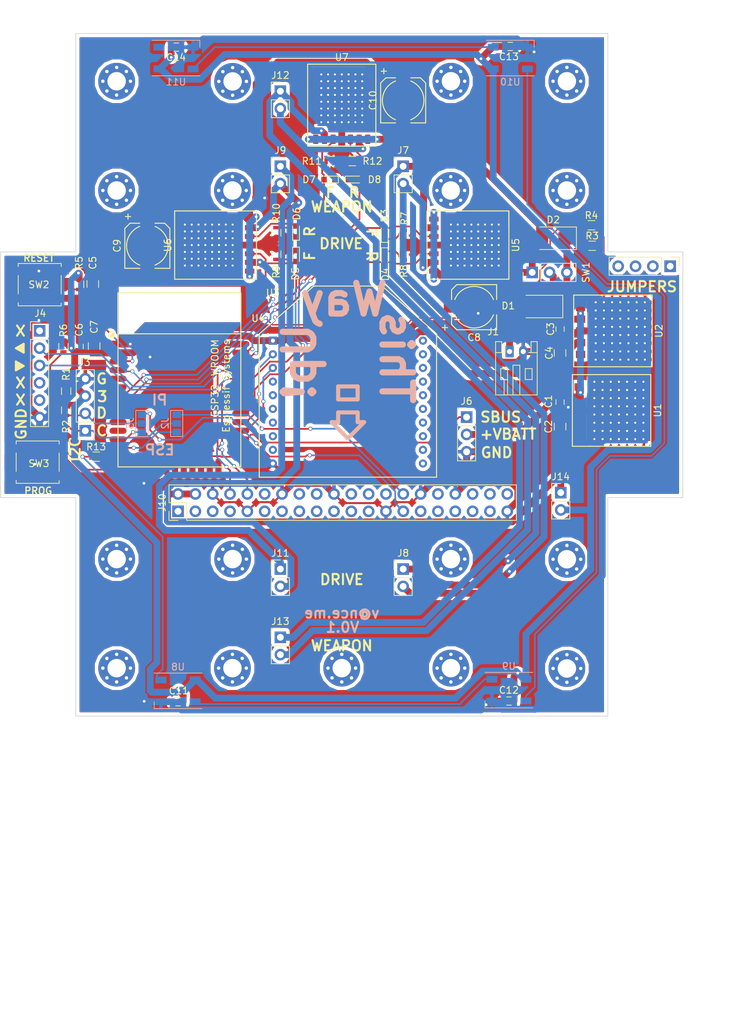
<source format=kicad_pcb>
(kicad_pcb (version 4) (host pcbnew 4.0.7)
  (layers (0 F.Cu signal) (31 B.Cu signal) (34 B.Paste user) (35 F.Paste user) (36 B.SilkS user) (37 F.SilkS user) (38 B.Mask user) (39 F.Mask user) (44 Edge.Cuts user))
  (net 0 "")
  (net 1 GND)
  (net 2 V_ELEC)
  (net 3 +5V)
  (net 4 +3V3)
  (net 5 "Net-(C5-Pad1)")
  (net 6 V_MOTOR)
  (net 7 +BATT)
  (net 8 "Net-(D1-Pad2)")
  (net 9 L_FWD)
  (net 10 "Net-(D4-Pad1)")
  (net 11 L_REV)
  (net 12 "Net-(D5-Pad1)")
  (net 13 R_FWD)
  (net 14 "Net-(D8-Pad1)")
  (net 15 R_REV)
  (net 16 W_FWD)
  (net 17 W_REV)
  (net 18 E_SCL)
  (net 19 SCL)
  (net 20 P_SCL)
  (net 21 SDA)
  (net 22 TXD0)
  (net 23 RXD0)
  (net 24 E_SDA)
  (net 25 P_SDA)
  (net 26 SBUS)
  (net 27 "Net-(R13-Pad1)")
  (net 28 LED)
  (net 29 "Net-(U1-Pad5)")
  (net 30 "Net-(U2-Pad5)")
  (net 31 XBRX)
  (net 32 XBTX)
  (net 33 "Net-(U3-Pad4)")
  (net 34 "Net-(U3-Pad5)")
  (net 35 "Net-(U3-Pad6)")
  (net 36 "Net-(U3-Pad7)")
  (net 37 "Net-(U3-Pad8)")
  (net 38 "Net-(U3-Pad9)")
  (net 39 "Net-(U3-Pad11)")
  (net 40 "Net-(U3-Pad12)")
  (net 41 "Net-(U3-Pad13)")
  (net 42 "Net-(U3-Pad14)")
  (net 43 "Net-(U3-Pad15)")
  (net 44 "Net-(U3-Pad16)")
  (net 45 "Net-(U3-Pad17)")
  (net 46 "Net-(U3-Pad18)")
  (net 47 "Net-(U3-Pad19)")
  (net 48 "Net-(U3-Pad20)")
  (net 49 "Net-(U4-Pad33)")
  (net 50 "Net-(U4-Pad32)")
  (net 51 "Net-(U4-Pad26)")
  (net 52 "Net-(U4-Pad24)")
  (net 53 "Net-(U4-Pad23)")
  (net 54 "Net-(U4-Pad22)")
  (net 55 "Net-(U4-Pad21)")
  (net 56 "Net-(U4-Pad20)")
  (net 57 "Net-(U4-Pad19)")
  (net 58 "Net-(U4-Pad18)")
  (net 59 "Net-(U4-Pad17)")
  (net 60 "Net-(U4-Pad16)")
  (net 61 "Net-(U4-Pad11)")
  (net 62 "Net-(U4-Pad10)")
  (net 63 "Net-(U4-Pad9)")
  (net 64 "Net-(U4-Pad6)")
  (net 65 "Net-(U4-Pad5)")
  (net 66 "Net-(U8-Pad2)")
  (net 67 "Net-(U10-Pad4)")
  (net 68 "Net-(U10-Pad2)")
  (net 69 "Net-(U11-Pad2)")
  (net 70 "Net-(D3-Pad1)")
  (net 71 "Net-(D6-Pad1)")
  (net 72 "Net-(D7-Pad1)")
  (net 73 "Net-(J4-Pad1)")
  (net 74 "Net-(J4-Pad4)")
  (net 75 "Net-(J4-Pad5)")
  (net 76 "Net-(J7-Pad1)")
  (net 77 "Net-(J7-Pad2)")
  (net 78 "Net-(J11-Pad1)")
  (net 79 "Net-(J11-Pad2)")
  (net 80 "Net-(J10-Pad1)")
  (net 81 "Net-(J10-Pad3)")
  (net 82 "Net-(J10-Pad5)")
  (net 83 "Net-(J10-Pad7)")
  (net 84 "Net-(J10-Pad11)")
  (net 85 "Net-(J10-Pad12)")
  (net 86 "Net-(J10-Pad13)")
  (net 87 "Net-(J10-Pad15)")
  (net 88 "Net-(J10-Pad16)")
  (net 89 "Net-(J10-Pad17)")
  (net 90 "Net-(J10-Pad18)")
  (net 91 "Net-(J10-Pad19)")
  (net 92 "Net-(J10-Pad21)")
  (net 93 "Net-(J10-Pad22)")
  (net 94 "Net-(J10-Pad23)")
  (net 95 "Net-(J10-Pad24)")
  (net 96 "Net-(J10-Pad26)")
  (net 97 "Net-(J10-Pad29)")
  (net 98 "Net-(J10-Pad31)")
  (net 99 "Net-(J10-Pad32)")
  (net 100 "Net-(J10-Pad33)")
  (net 101 "Net-(J10-Pad35)")
  (net 102 "Net-(J10-Pad36)")
  (net 103 "Net-(J10-Pad37)")
  (net 104 "Net-(J10-Pad38)")
  (net 105 "Net-(J10-Pad40)")
  (net 106 "Net-(J12-Pad1)")
  (net 107 "Net-(J12-Pad2)")
  (net 108 BATT_SENSE)
  (net 109 "Net-(R6-Pad2)")
  (module Mounting_Holes:MountingHole_2.7mm_M2.5_Pad_Via (layer F.Cu) (at 108 118.025)
    (fp_text reference REF** hide)
    (fp_text value MountingHole_2.7mm_M2.5_Pad_Via)
    (pad 1 thru_hole circle (at 0 0) (size 5.4 5.4) (drill 2.7) (layers *.Cu *.Mask))
    (pad 1 thru_hole circle (at 2.025 0) (size 0.8 0.8) (drill 0.5) (layers *.Cu *.Mask))
    (pad 1 thru_hole circle (at 1.431891 1.431891) (size 0.8 0.8) (drill 0.5) (layers *.Cu *.Mask))
    (pad 1 thru_hole circle (at 0 2.025) (size 0.8 0.8) (drill 0.5) (layers *.Cu *.Mask))
    (pad 1 thru_hole circle (at -1.431891 1.431891) (size 0.8 0.8) (drill 0.5) (layers *.Cu *.Mask))
    (pad 1 thru_hole circle (at -2.025 0) (size 0.8 0.8) (drill 0.5) (layers *.Cu *.Mask))
    (pad 1 thru_hole circle (at -1.431891 -1.431891) (size 0.8 0.8) (drill 0.5) (layers *.Cu *.Mask))
    (pad 1 thru_hole circle (at 0 -2.025) (size 0.8 0.8) (drill 0.5) (layers *.Cu *.Mask))
    (pad 1 thru_hole circle (at 1.431891 -1.431891) (size 0.8 0.8) (drill 0.5) (layers *.Cu *.Mask))
  )
  (module Mounting_Holes:MountingHole_2.7mm_M2.5_Pad_Via (layer F.Cu) (at 108 102.025)
    (fp_text reference REF** hide)
    (fp_text value MountingHole_2.7mm_M2.5_Pad_Via)
    (pad 1 thru_hole circle (at 0 0) (size 5.4 5.4) (drill 2.7) (layers *.Cu *.Mask))
    (pad 1 thru_hole circle (at 2.025 0) (size 0.8 0.8) (drill 0.5) (layers *.Cu *.Mask))
    (pad 1 thru_hole circle (at 1.431891 1.431891) (size 0.8 0.8) (drill 0.5) (layers *.Cu *.Mask))
    (pad 1 thru_hole circle (at 0 2.025) (size 0.8 0.8) (drill 0.5) (layers *.Cu *.Mask))
    (pad 1 thru_hole circle (at -1.431891 1.431891) (size 0.8 0.8) (drill 0.5) (layers *.Cu *.Mask))
    (pad 1 thru_hole circle (at -2.025 0) (size 0.8 0.8) (drill 0.5) (layers *.Cu *.Mask))
    (pad 1 thru_hole circle (at -1.431891 -1.431891) (size 0.8 0.8) (drill 0.5) (layers *.Cu *.Mask))
    (pad 1 thru_hole circle (at 0 -2.025) (size 0.8 0.8) (drill 0.5) (layers *.Cu *.Mask))
    (pad 1 thru_hole circle (at 1.431891 -1.431891) (size 0.8 0.8) (drill 0.5) (layers *.Cu *.Mask))
  )
  (module Mounting_Holes:MountingHole_2.7mm_M2.5_Pad_Via (layer F.Cu) (at 91 102)
    (fp_text reference REF** hide)
    (fp_text value MountingHole_2.7mm_M2.5_Pad_Via)
    (pad 1 thru_hole circle (at 0 0) (size 5.4 5.4) (drill 2.7) (layers *.Cu *.Mask))
    (pad 1 thru_hole circle (at 2.025 0) (size 0.8 0.8) (drill 0.5) (layers *.Cu *.Mask))
    (pad 1 thru_hole circle (at 1.431891 1.431891) (size 0.8 0.8) (drill 0.5) (layers *.Cu *.Mask))
    (pad 1 thru_hole circle (at 0 2.025) (size 0.8 0.8) (drill 0.5) (layers *.Cu *.Mask))
    (pad 1 thru_hole circle (at -1.431891 1.431891) (size 0.8 0.8) (drill 0.5) (layers *.Cu *.Mask))
    (pad 1 thru_hole circle (at -2.025 0) (size 0.8 0.8) (drill 0.5) (layers *.Cu *.Mask))
    (pad 1 thru_hole circle (at -1.431891 -1.431891) (size 0.8 0.8) (drill 0.5) (layers *.Cu *.Mask))
    (pad 1 thru_hole circle (at 0 -2.025) (size 0.8 0.8) (drill 0.5) (layers *.Cu *.Mask))
    (pad 1 thru_hole circle (at 1.431891 -1.431891) (size 0.8 0.8) (drill 0.5) (layers *.Cu *.Mask))
  )
  (module Mounting_Holes:MountingHole_2.7mm_M2.5_Pad_Via (layer F.Cu) (at 91 117.975)
    (fp_text reference REF** hide)
    (fp_text value MountingHole_2.7mm_M2.5_Pad_Via)
    (pad 1 thru_hole circle (at 0 0) (size 5.4 5.4) (drill 2.7) (layers *.Cu *.Mask))
    (pad 1 thru_hole circle (at 2.025 0) (size 0.8 0.8) (drill 0.5) (layers *.Cu *.Mask))
    (pad 1 thru_hole circle (at 1.431891 1.431891) (size 0.8 0.8) (drill 0.5) (layers *.Cu *.Mask))
    (pad 1 thru_hole circle (at 0 2.025) (size 0.8 0.8) (drill 0.5) (layers *.Cu *.Mask))
    (pad 1 thru_hole circle (at -1.431891 1.431891) (size 0.8 0.8) (drill 0.5) (layers *.Cu *.Mask))
    (pad 1 thru_hole circle (at -2.025 0) (size 0.8 0.8) (drill 0.5) (layers *.Cu *.Mask))
    (pad 1 thru_hole circle (at -1.431891 -1.431891) (size 0.8 0.8) (drill 0.5) (layers *.Cu *.Mask))
    (pad 1 thru_hole circle (at 0 -2.025) (size 0.8 0.8) (drill 0.5) (layers *.Cu *.Mask))
    (pad 1 thru_hole circle (at 1.431891 -1.431891) (size 0.8 0.8) (drill 0.5) (layers *.Cu *.Mask))
  )
  (module Mounting_Holes:MountingHole_2.7mm_M2.5_Pad_Via (layer F.Cu) (at 75 117.975)
    (fp_text reference REF** hide)
    (fp_text value MountingHole_2.7mm_M2.5_Pad_Via)
    (pad 1 thru_hole circle (at 0 0) (size 5.4 5.4) (drill 2.7) (layers *.Cu *.Mask))
    (pad 1 thru_hole circle (at 2.025 0) (size 0.8 0.8) (drill 0.5) (layers *.Cu *.Mask))
    (pad 1 thru_hole circle (at 1.431891 1.431891) (size 0.8 0.8) (drill 0.5) (layers *.Cu *.Mask))
    (pad 1 thru_hole circle (at 0 2.025) (size 0.8 0.8) (drill 0.5) (layers *.Cu *.Mask))
    (pad 1 thru_hole circle (at -1.431891 1.431891) (size 0.8 0.8) (drill 0.5) (layers *.Cu *.Mask))
    (pad 1 thru_hole circle (at -2.025 0) (size 0.8 0.8) (drill 0.5) (layers *.Cu *.Mask))
    (pad 1 thru_hole circle (at -1.431891 -1.431891) (size 0.8 0.8) (drill 0.5) (layers *.Cu *.Mask))
    (pad 1 thru_hole circle (at 0 -2.025) (size 0.8 0.8) (drill 0.5) (layers *.Cu *.Mask))
    (pad 1 thru_hole circle (at 1.431891 -1.431891) (size 0.8 0.8) (drill 0.5) (layers *.Cu *.Mask))
  )
  (module Mounting_Holes:MountingHole_2.7mm_M2.5_Pad_Via (layer F.Cu) (at 58.975 117.975)
    (fp_text reference REF** hide)
    (fp_text value MountingHole_2.7mm_M2.5_Pad_Via)
    (pad 1 thru_hole circle (at 0 0) (size 5.4 5.4) (drill 2.7) (layers *.Cu *.Mask))
    (pad 1 thru_hole circle (at 2.025 0) (size 0.8 0.8) (drill 0.5) (layers *.Cu *.Mask))
    (pad 1 thru_hole circle (at 1.431891 1.431891) (size 0.8 0.8) (drill 0.5) (layers *.Cu *.Mask))
    (pad 1 thru_hole circle (at 0 2.025) (size 0.8 0.8) (drill 0.5) (layers *.Cu *.Mask))
    (pad 1 thru_hole circle (at -1.431891 1.431891) (size 0.8 0.8) (drill 0.5) (layers *.Cu *.Mask))
    (pad 1 thru_hole circle (at -2.025 0) (size 0.8 0.8) (drill 0.5) (layers *.Cu *.Mask))
    (pad 1 thru_hole circle (at -1.431891 -1.431891) (size 0.8 0.8) (drill 0.5) (layers *.Cu *.Mask))
    (pad 1 thru_hole circle (at 0 -2.025) (size 0.8 0.8) (drill 0.5) (layers *.Cu *.Mask))
    (pad 1 thru_hole circle (at 1.431891 -1.431891) (size 0.8 0.8) (drill 0.5) (layers *.Cu *.Mask))
  )
  (module Mounting_Holes:MountingHole_2.7mm_M2.5_Pad_Via (layer F.Cu) (at 42 117.975)
    (fp_text reference REF** hide)
    (fp_text value MountingHole_2.7mm_M2.5_Pad_Via)
    (pad 1 thru_hole circle (at 0 0) (size 5.4 5.4) (drill 2.7) (layers *.Cu *.Mask))
    (pad 1 thru_hole circle (at 2.025 0) (size 0.8 0.8) (drill 0.5) (layers *.Cu *.Mask))
    (pad 1 thru_hole circle (at 1.431891 1.431891) (size 0.8 0.8) (drill 0.5) (layers *.Cu *.Mask))
    (pad 1 thru_hole circle (at 0 2.025) (size 0.8 0.8) (drill 0.5) (layers *.Cu *.Mask))
    (pad 1 thru_hole circle (at -1.431891 1.431891) (size 0.8 0.8) (drill 0.5) (layers *.Cu *.Mask))
    (pad 1 thru_hole circle (at -2.025 0) (size 0.8 0.8) (drill 0.5) (layers *.Cu *.Mask))
    (pad 1 thru_hole circle (at -1.431891 -1.431891) (size 0.8 0.8) (drill 0.5) (layers *.Cu *.Mask))
    (pad 1 thru_hole circle (at 0 -2.025) (size 0.8 0.8) (drill 0.5) (layers *.Cu *.Mask))
    (pad 1 thru_hole circle (at 1.431891 -1.431891) (size 0.8 0.8) (drill 0.5) (layers *.Cu *.Mask))
  )
  (module Mounting_Holes:MountingHole_2.7mm_M2.5_Pad_Via (layer F.Cu) (at 59 102)
    (fp_text reference REF** hide)
    (fp_text value MountingHole_2.7mm_M2.5_Pad_Via)
    (pad 1 thru_hole circle (at 0 0) (size 5.4 5.4) (drill 2.7) (layers *.Cu *.Mask))
    (pad 1 thru_hole circle (at 2.025 0) (size 0.8 0.8) (drill 0.5) (layers *.Cu *.Mask))
    (pad 1 thru_hole circle (at 1.431891 1.431891) (size 0.8 0.8) (drill 0.5) (layers *.Cu *.Mask))
    (pad 1 thru_hole circle (at 0 2.025) (size 0.8 0.8) (drill 0.5) (layers *.Cu *.Mask))
    (pad 1 thru_hole circle (at -1.431891 1.431891) (size 0.8 0.8) (drill 0.5) (layers *.Cu *.Mask))
    (pad 1 thru_hole circle (at -2.025 0) (size 0.8 0.8) (drill 0.5) (layers *.Cu *.Mask))
    (pad 1 thru_hole circle (at -1.431891 -1.431891) (size 0.8 0.8) (drill 0.5) (layers *.Cu *.Mask))
    (pad 1 thru_hole circle (at 0 -2.025) (size 0.8 0.8) (drill 0.5) (layers *.Cu *.Mask))
    (pad 1 thru_hole circle (at 1.431891 -1.431891) (size 0.8 0.8) (drill 0.5) (layers *.Cu *.Mask))
  )
  (module Mounting_Holes:MountingHole_2.7mm_M2.5_Pad_Via (layer F.Cu) (at 42 102)
    (fp_text reference REF** hide)
    (fp_text value MountingHole_2.7mm_M2.5_Pad_Via)
    (pad 1 thru_hole circle (at 0 0) (size 5.4 5.4) (drill 2.7) (layers *.Cu *.Mask))
    (pad 1 thru_hole circle (at 2.025 0) (size 0.8 0.8) (drill 0.5) (layers *.Cu *.Mask))
    (pad 1 thru_hole circle (at 1.431891 1.431891) (size 0.8 0.8) (drill 0.5) (layers *.Cu *.Mask))
    (pad 1 thru_hole circle (at 0 2.025) (size 0.8 0.8) (drill 0.5) (layers *.Cu *.Mask))
    (pad 1 thru_hole circle (at -1.431891 1.431891) (size 0.8 0.8) (drill 0.5) (layers *.Cu *.Mask))
    (pad 1 thru_hole circle (at -2.025 0) (size 0.8 0.8) (drill 0.5) (layers *.Cu *.Mask))
    (pad 1 thru_hole circle (at -1.431891 -1.431891) (size 0.8 0.8) (drill 0.5) (layers *.Cu *.Mask))
    (pad 1 thru_hole circle (at 0 -2.025) (size 0.8 0.8) (drill 0.5) (layers *.Cu *.Mask))
    (pad 1 thru_hole circle (at 1.431891 -1.431891) (size 0.8 0.8) (drill 0.5) (layers *.Cu *.Mask))
  )
  (module Mounting_Holes:MountingHole_2.7mm_M2.5_Pad_Via (layer F.Cu) (at 58.975 48)
    (fp_text reference REF** hide)
    (fp_text value MountingHole_2.7mm_M2.5_Pad_Via)
    (pad 1 thru_hole circle (at 0 0) (size 5.4 5.4) (drill 2.7) (layers *.Cu *.Mask))
    (pad 1 thru_hole circle (at 2.025 0) (size 0.8 0.8) (drill 0.5) (layers *.Cu *.Mask))
    (pad 1 thru_hole circle (at 1.431891 1.431891) (size 0.8 0.8) (drill 0.5) (layers *.Cu *.Mask))
    (pad 1 thru_hole circle (at 0 2.025) (size 0.8 0.8) (drill 0.5) (layers *.Cu *.Mask))
    (pad 1 thru_hole circle (at -1.431891 1.431891) (size 0.8 0.8) (drill 0.5) (layers *.Cu *.Mask))
    (pad 1 thru_hole circle (at -2.025 0) (size 0.8 0.8) (drill 0.5) (layers *.Cu *.Mask))
    (pad 1 thru_hole circle (at -1.431891 -1.431891) (size 0.8 0.8) (drill 0.5) (layers *.Cu *.Mask))
    (pad 1 thru_hole circle (at 0 -2.025) (size 0.8 0.8) (drill 0.5) (layers *.Cu *.Mask))
    (pad 1 thru_hole circle (at 1.431891 -1.431891) (size 0.8 0.8) (drill 0.5) (layers *.Cu *.Mask))
  )
  (module Mounting_Holes:MountingHole_2.7mm_M2.5_Pad_Via (layer F.Cu) (at 42 48)
    (fp_text reference REF** hide)
    (fp_text value MountingHole_2.7mm_M2.5_Pad_Via)
    (pad 1 thru_hole circle (at 0 0) (size 5.4 5.4) (drill 2.7) (layers *.Cu *.Mask))
    (pad 1 thru_hole circle (at 2.025 0) (size 0.8 0.8) (drill 0.5) (layers *.Cu *.Mask))
    (pad 1 thru_hole circle (at 1.431891 1.431891) (size 0.8 0.8) (drill 0.5) (layers *.Cu *.Mask))
    (pad 1 thru_hole circle (at 0 2.025) (size 0.8 0.8) (drill 0.5) (layers *.Cu *.Mask))
    (pad 1 thru_hole circle (at -1.431891 1.431891) (size 0.8 0.8) (drill 0.5) (layers *.Cu *.Mask))
    (pad 1 thru_hole circle (at -2.025 0) (size 0.8 0.8) (drill 0.5) (layers *.Cu *.Mask))
    (pad 1 thru_hole circle (at -1.431891 -1.431891) (size 0.8 0.8) (drill 0.5) (layers *.Cu *.Mask))
    (pad 1 thru_hole circle (at 0 -2.025) (size 0.8 0.8) (drill 0.5) (layers *.Cu *.Mask))
    (pad 1 thru_hole circle (at 1.431891 -1.431891) (size 0.8 0.8) (drill 0.5) (layers *.Cu *.Mask))
  )
  (module Mounting_Holes:MountingHole_2.7mm_M2.5_Pad_Via (layer F.Cu) (at 42 32)
    (fp_text reference REF** hide)
    (fp_text value MountingHole_2.7mm_M2.5_Pad_Via)
    (pad 1 thru_hole circle (at 0 0) (size 5.4 5.4) (drill 2.7) (layers *.Cu *.Mask))
    (pad 1 thru_hole circle (at 2.025 0) (size 0.8 0.8) (drill 0.5) (layers *.Cu *.Mask))
    (pad 1 thru_hole circle (at 1.431891 1.431891) (size 0.8 0.8) (drill 0.5) (layers *.Cu *.Mask))
    (pad 1 thru_hole circle (at 0 2.025) (size 0.8 0.8) (drill 0.5) (layers *.Cu *.Mask))
    (pad 1 thru_hole circle (at -1.431891 1.431891) (size 0.8 0.8) (drill 0.5) (layers *.Cu *.Mask))
    (pad 1 thru_hole circle (at -2.025 0) (size 0.8 0.8) (drill 0.5) (layers *.Cu *.Mask))
    (pad 1 thru_hole circle (at -1.431891 -1.431891) (size 0.8 0.8) (drill 0.5) (layers *.Cu *.Mask))
    (pad 1 thru_hole circle (at 0 -2.025) (size 0.8 0.8) (drill 0.5) (layers *.Cu *.Mask))
    (pad 1 thru_hole circle (at 1.431891 -1.431891) (size 0.8 0.8) (drill 0.5) (layers *.Cu *.Mask))
  )
  (module Mounting_Holes:MountingHole_2.7mm_M2.5_Pad_Via (layer F.Cu) (at 59 32.025)
    (fp_text reference REF** hide)
    (fp_text value MountingHole_2.7mm_M2.5_Pad_Via)
    (pad 1 thru_hole circle (at 0 0) (size 5.4 5.4) (drill 2.7) (layers *.Cu *.Mask))
    (pad 1 thru_hole circle (at 2.025 0) (size 0.8 0.8) (drill 0.5) (layers *.Cu *.Mask))
    (pad 1 thru_hole circle (at 1.431891 1.431891) (size 0.8 0.8) (drill 0.5) (layers *.Cu *.Mask))
    (pad 1 thru_hole circle (at 0 2.025) (size 0.8 0.8) (drill 0.5) (layers *.Cu *.Mask))
    (pad 1 thru_hole circle (at -1.431891 1.431891) (size 0.8 0.8) (drill 0.5) (layers *.Cu *.Mask))
    (pad 1 thru_hole circle (at -2.025 0) (size 0.8 0.8) (drill 0.5) (layers *.Cu *.Mask))
    (pad 1 thru_hole circle (at -1.431891 -1.431891) (size 0.8 0.8) (drill 0.5) (layers *.Cu *.Mask))
    (pad 1 thru_hole circle (at 0 -2.025) (size 0.8 0.8) (drill 0.5) (layers *.Cu *.Mask))
    (pad 1 thru_hole circle (at 1.431891 -1.431891) (size 0.8 0.8) (drill 0.5) (layers *.Cu *.Mask))
  )
  (module Mounting_Holes:MountingHole_2.7mm_M2.5_Pad_Via (layer F.Cu) (at 90.975 48)
    (fp_text reference REF** hide)
    (fp_text value MountingHole_2.7mm_M2.5_Pad_Via)
    (pad 1 thru_hole circle (at 0 0) (size 5.4 5.4) (drill 2.7) (layers *.Cu *.Mask))
    (pad 1 thru_hole circle (at 2.025 0) (size 0.8 0.8) (drill 0.5) (layers *.Cu *.Mask))
    (pad 1 thru_hole circle (at 1.431891 1.431891) (size 0.8 0.8) (drill 0.5) (layers *.Cu *.Mask))
    (pad 1 thru_hole circle (at 0 2.025) (size 0.8 0.8) (drill 0.5) (layers *.Cu *.Mask))
    (pad 1 thru_hole circle (at -1.431891 1.431891) (size 0.8 0.8) (drill 0.5) (layers *.Cu *.Mask))
    (pad 1 thru_hole circle (at -2.025 0) (size 0.8 0.8) (drill 0.5) (layers *.Cu *.Mask))
    (pad 1 thru_hole circle (at -1.431891 -1.431891) (size 0.8 0.8) (drill 0.5) (layers *.Cu *.Mask))
    (pad 1 thru_hole circle (at 0 -2.025) (size 0.8 0.8) (drill 0.5) (layers *.Cu *.Mask))
    (pad 1 thru_hole circle (at 1.431891 -1.431891) (size 0.8 0.8) (drill 0.5) (layers *.Cu *.Mask))
  )
  (module Mounting_Holes:MountingHole_2.7mm_M2.5_Pad_Via (layer F.Cu) (at 91 32)
    (fp_text reference REF** hide)
    (fp_text value MountingHole_2.7mm_M2.5_Pad_Via)
    (pad 1 thru_hole circle (at 0 0) (size 5.4 5.4) (drill 2.7) (layers *.Cu *.Mask))
    (pad 1 thru_hole circle (at 2.025 0) (size 0.8 0.8) (drill 0.5) (layers *.Cu *.Mask))
    (pad 1 thru_hole circle (at 1.431891 1.431891) (size 0.8 0.8) (drill 0.5) (layers *.Cu *.Mask))
    (pad 1 thru_hole circle (at 0 2.025) (size 0.8 0.8) (drill 0.5) (layers *.Cu *.Mask))
    (pad 1 thru_hole circle (at -1.431891 1.431891) (size 0.8 0.8) (drill 0.5) (layers *.Cu *.Mask))
    (pad 1 thru_hole circle (at -2.025 0) (size 0.8 0.8) (drill 0.5) (layers *.Cu *.Mask))
    (pad 1 thru_hole circle (at -1.431891 -1.431891) (size 0.8 0.8) (drill 0.5) (layers *.Cu *.Mask))
    (pad 1 thru_hole circle (at 0 -2.025) (size 0.8 0.8) (drill 0.5) (layers *.Cu *.Mask))
    (pad 1 thru_hole circle (at 1.431891 -1.431891) (size 0.8 0.8) (drill 0.5) (layers *.Cu *.Mask))
  )
  (module Capacitors_SMD:C_0603 (layer F.Cu) (at 107 79 270)
    (fp_text reference C1 (at -0.1 1.7 270) (layer F.SilkS))
    (fp_text value 0.1uF)
    (pad 2 smd rect (at 0.75 0 270) (size 0.8 0.75) (layers F.Cu F.Paste F.Mask) (net 1 GND))
    (pad 1 smd rect (at -0.75 0 270) (size 0.8 0.75) (layers F.Cu F.Paste F.Mask) (net 2 V_ELEC))
  )
  (module Capacitors_SMD:C_0805 (layer F.Cu) (at 107 82.6 90)
    (fp_text reference C2 (at 0 -1.7 90) (layer F.SilkS))
    (fp_text value 10uF)
    (pad 1 smd rect (at -1 0 90) (size 1 1.25) (layers F.Cu F.Paste F.Mask) (net 3 +5V))
    (pad 2 smd rect (at 1 0 90) (size 1 1.25) (layers F.Cu F.Paste F.Mask) (net 1 GND))
  )
  (module Capacitors_SMD:C_0603 (layer F.Cu) (at 107 68.3 270)
    (fp_text reference C3 (at 0 1.4 270) (layer F.SilkS))
    (fp_text value 0.1uF)
    (pad 2 smd rect (at 0.75 0 270) (size 0.8 0.75) (layers F.Cu F.Paste F.Mask) (net 1 GND))
    (pad 1 smd rect (at -0.75 0 270) (size 0.8 0.75) (layers F.Cu F.Paste F.Mask) (net 2 V_ELEC))
  )
  (module Capacitors_SMD:C_0805 (layer F.Cu) (at 107 71.8 90)
    (fp_text reference C4 (at 0 -1.6 90) (layer F.SilkS))
    (fp_text value 10uF)
    (pad 1 smd rect (at -1 0 90) (size 1 1.25) (layers F.Cu F.Paste F.Mask) (net 4 +3V3))
    (pad 2 smd rect (at 1 0 90) (size 1 1.25) (layers F.Cu F.Paste F.Mask) (net 1 GND))
  )
  (module Capacitors_SMD:C_0805 (layer F.Cu) (at 38.5 61.7 90)
    (fp_text reference C5 (at 3.1 0 90) (layer F.SilkS))
    (fp_text value 1uF)
    (pad 1 smd rect (at -1 0 90) (size 1 1.25) (layers F.Cu F.Paste F.Mask) (net 5 "Net-(C5-Pad1)"))
    (pad 2 smd rect (at 1 0 90) (size 1 1.25) (layers F.Cu F.Paste F.Mask) (net 1 GND))
  )
  (module Capacitors_SMD:C_0603 (layer F.Cu) (at 36.5 70.85 90)
    (fp_text reference C6 (at 2.45 0 90) (layer F.SilkS))
    (fp_text value 0.1uF)
    (pad 2 smd rect (at 0.75 0 90) (size 0.8 0.75) (layers F.Cu F.Paste F.Mask) (net 1 GND))
    (pad 1 smd rect (at -0.75 0 90) (size 0.8 0.75) (layers F.Cu F.Paste F.Mask) (net 4 +3V3))
  )
  (module Capacitors_SMD:C_0805 (layer F.Cu) (at 38.7 70.8 90)
    (fp_text reference C7 (at 2.8 0 90) (layer F.SilkS))
    (fp_text value 10uF)
    (pad 1 smd rect (at -1 0 90) (size 1 1.25) (layers F.Cu F.Paste F.Mask) (net 4 +3V3))
    (pad 2 smd rect (at 1 0 90) (size 1 1.25) (layers F.Cu F.Paste F.Mask) (net 1 GND))
  )
  (module Capacitors_SMD:C_0603 (layer F.Cu) (at 51 122.9 180)
    (fp_text reference C11 (at -0.1 1.6 180) (layer F.SilkS))
    (fp_text value 0.1uF)
    (pad 2 smd rect (at 0.75 0 180) (size 0.8 0.75) (layers F.Cu F.Paste F.Mask) (net 1 GND))
    (pad 1 smd rect (at -0.75 0 180) (size 0.8 0.75) (layers F.Cu F.Paste F.Mask) (net 4 +3V3))
  )
  (module Capacitors_SMD:C_0603 (layer F.Cu) (at 99.5 122.8 180)
    (fp_text reference C12 (at 0 1.6 180) (layer F.SilkS))
    (fp_text value 0.1uF)
    (pad 2 smd rect (at 0.75 0 180) (size 0.8 0.75) (layers F.Cu F.Paste F.Mask) (net 1 GND))
    (pad 1 smd rect (at -0.75 0 180) (size 0.8 0.75) (layers F.Cu F.Paste F.Mask) (net 4 +3V3))
  )
  (module Capacitors_SMD:C_0603 (layer F.Cu) (at 99.7 26.9)
    (fp_text reference C13 (at -0.2 1.5) (layer F.SilkS))
    (fp_text value 0.1uF)
    (pad 2 smd rect (at 0.75 0) (size 0.8 0.75) (layers F.Cu F.Paste F.Mask) (net 1 GND))
    (pad 1 smd rect (at -0.75 0) (size 0.8 0.75) (layers F.Cu F.Paste F.Mask) (net 4 +3V3))
  )
  (module Capacitors_SMD:C_0603 (layer F.Cu) (at 50.75 27)
    (fp_text reference C14 (at -0.05 1.5) (layer F.SilkS))
    (fp_text value 0.1uF)
    (pad 2 smd rect (at 0.75 0) (size 0.8 0.75) (layers F.Cu F.Paste F.Mask) (net 1 GND))
    (pad 1 smd rect (at -0.75 0) (size 0.8 0.75) (layers F.Cu F.Paste F.Mask) (net 4 +3V3))
  )
  (module Diodes_SMD:D_SMA (layer F.Cu) (at 104 65 180)
    (fp_text reference D1 (at 4.6 0.1 180) (layer F.SilkS))
    (fp_text value D_Schottky)
    (pad 1 smd rect (at -2 0 180) (size 2.5 1.8) (layers F.Cu F.Paste F.Mask) (net 7 +BATT))
    (pad 2 smd rect (at 2 0 180) (size 2.5 1.8) (layers F.Cu F.Paste F.Mask) (net 8 "Net-(D1-Pad2)"))
  )
  (module Diodes_SMD:D_SMA (layer F.Cu) (at 106 55 180)
    (fp_text reference D2 (at 0 2.7 180) (layer F.SilkS))
    (fp_text value D_Schottky)
    (pad 1 smd rect (at -2 0 180) (size 2.5 1.8) (layers F.Cu F.Paste F.Mask) (net 2 V_ELEC))
    (pad 2 smd rect (at 2 0 180) (size 2.5 1.8) (layers F.Cu F.Paste F.Mask) (net 6 V_MOTOR))
  )
  (module LEDs:LED_0603 (layer F.Cu) (at 81.3 54.3 90)
    (fp_text reference D3 (at 2.6 0 90) (layer F.SilkS))
    (fp_text value LED)
    (pad 2 smd rect (at 0.8 0 270) (size 0.8 0.8) (layers F.Cu F.Paste F.Mask) (net 9 L_FWD))
    (pad 1 smd rect (at -0.8 0 270) (size 0.8 0.8) (layers F.Cu F.Paste F.Mask) (net 70 "Net-(D3-Pad1)"))
  )
  (module LEDs:LED_0603 (layer F.Cu) (at 81.3 57.7 270)
    (fp_text reference D4 (at 2.6 -0.1 270) (layer F.SilkS))
    (fp_text value LED)
    (pad 2 smd rect (at 0.8 0 90) (size 0.8 0.8) (layers F.Cu F.Paste F.Mask) (net 11 L_REV))
    (pad 1 smd rect (at -0.8 0 90) (size 0.8 0.8) (layers F.Cu F.Paste F.Mask) (net 10 "Net-(D4-Pad1)"))
  )
  (module LEDs:LED_0603 (layer F.Cu) (at 68.3 57.6 270)
    (fp_text reference D5 (at 2.6 0.1 270) (layer F.SilkS))
    (fp_text value LED)
    (pad 2 smd rect (at 0.8 0 90) (size 0.8 0.8) (layers F.Cu F.Paste F.Mask) (net 13 R_FWD))
    (pad 1 smd rect (at -0.8 0 90) (size 0.8 0.8) (layers F.Cu F.Paste F.Mask) (net 12 "Net-(D5-Pad1)"))
  )
  (module LEDs:LED_0603 (layer F.Cu) (at 68.3 54 90)
    (fp_text reference D6 (at 2.6 0.1 90) (layer F.SilkS))
    (fp_text value LED)
    (pad 2 smd rect (at 0.8 0 270) (size 0.8 0.8) (layers F.Cu F.Paste F.Mask) (net 15 R_REV))
    (pad 1 smd rect (at -0.8 0 270) (size 0.8 0.8) (layers F.Cu F.Paste F.Mask) (net 71 "Net-(D6-Pad1)"))
  )
  (module LEDs:LED_0603 (layer F.Cu) (at 73.2 46.4 180)
    (fp_text reference D7 (at 3 0 180) (layer F.SilkS))
    (fp_text value LED)
    (pad 2 smd rect (at 0.8 0) (size 0.8 0.8) (layers F.Cu F.Paste F.Mask) (net 16 W_FWD))
    (pad 1 smd rect (at -0.8 0) (size 0.8 0.8) (layers F.Cu F.Paste F.Mask) (net 72 "Net-(D7-Pad1)"))
  )
  (module LEDs:LED_0603 (layer F.Cu) (at 76.8 46.4)
    (fp_text reference D8 (at 3 0) (layer F.SilkS))
    (fp_text value LED)
    (pad 2 smd rect (at 0.8 0 180) (size 0.8 0.8) (layers F.Cu F.Paste F.Mask) (net 17 W_REV))
    (pad 1 smd rect (at -0.8 0 180) (size 0.8 0.8) (layers F.Cu F.Paste F.Mask) (net 14 "Net-(D8-Pad1)"))
  )
  (module Connectors_JST:JST_PH_S2B-PH-K_02x2.00mm_Angled (layer F.Cu) (at 99.6 71.6)
    (fp_text reference J1 (at -2.4 -2.9) (layer F.SilkS))
    (fp_text value BATT_JST)
    (pad 1 thru_hole rect (at 0 0) (size 1.2 1.7) (drill 0.75) (layers *.Cu *.Mask) (net 8 "Net-(D1-Pad2)"))
    (pad 2 thru_hole oval (at 2 0) (size 1.2 1.7) (drill 0.75) (layers *.Cu *.Mask) (net 1 GND))
  )
  (module Connectors:GS3 (layer B.Cu) (at 50.8 82.13)
    (fp_text reference J2 (at -1.7 0 270) (layer B.SilkS) (effects (justify mirror)))
    (fp_text value GS3)
    (pad 1 smd rect (at 0 1.27) (size 1.27 0.97) (layers B.Cu B.Paste B.Mask) (net 18 E_SCL))
    (pad 2 smd rect (at 0 0) (size 1.27 0.97) (layers B.Cu B.Paste B.Mask) (net 19 SCL))
    (pad 3 smd rect (at 0 -1.27) (size 1.27 0.97) (layers B.Cu B.Paste B.Mask) (net 20 P_SCL))
  )
  (module Pin_Headers:Pin_Header_Straight_1x04_Pitch2.54mm (layer F.Cu) (at 37.4 83.2 180)
    (fp_text reference J3 (at 0.1 10 180) (layer F.SilkS))
    (fp_text value I2C)
    (pad 1 thru_hole rect (at 0 0 180) (size 1.7 1.7) (drill 1) (layers *.Cu *.Mask) (net 19 SCL))
    (pad 2 thru_hole oval (at 0 2.54 180) (size 1.7 1.7) (drill 1) (layers *.Cu *.Mask) (net 21 SDA))
    (pad 3 thru_hole oval (at 0 5.08 180) (size 1.7 1.7) (drill 1) (layers *.Cu *.Mask) (net 4 +3V3))
    (pad 4 thru_hole oval (at 0 7.62 180) (size 1.7 1.7) (drill 1) (layers *.Cu *.Mask) (net 1 GND))
  )
  (module Pin_Headers:Pin_Header_Straight_1x06_Pitch2.54mm (layer F.Cu) (at 30.7 68.56)
    (fp_text reference J4 (at 0.1 -2.56) (layer F.SilkS))
    (fp_text value FTDI)
    (pad 1 thru_hole rect (at 0 0) (size 1.7 1.7) (drill 1) (layers *.Cu *.Mask) (net 73 "Net-(J4-Pad1)"))
    (pad 2 thru_hole oval (at 0 2.54) (size 1.7 1.7) (drill 1) (layers *.Cu *.Mask) (net 22 TXD0))
    (pad 3 thru_hole oval (at 0 5.08) (size 1.7 1.7) (drill 1) (layers *.Cu *.Mask) (net 23 RXD0))
    (pad 4 thru_hole oval (at 0 7.62) (size 1.7 1.7) (drill 1) (layers *.Cu *.Mask) (net 74 "Net-(J4-Pad4)"))
    (pad 5 thru_hole oval (at 0 10.16) (size 1.7 1.7) (drill 1) (layers *.Cu *.Mask) (net 75 "Net-(J4-Pad5)"))
    (pad 6 thru_hole oval (at 0 12.7) (size 1.7 1.7) (drill 1) (layers *.Cu *.Mask) (net 1 GND))
  )
  (module Connectors:GS3 (layer B.Cu) (at 45.7 82.13)
    (fp_text reference J5 (at -1.7 0 270) (layer B.SilkS) (effects (justify mirror)))
    (fp_text value GS3)
    (pad 1 smd rect (at 0 1.27) (size 1.27 0.97) (layers B.Cu B.Paste B.Mask) (net 24 E_SDA))
    (pad 2 smd rect (at 0 0) (size 1.27 0.97) (layers B.Cu B.Paste B.Mask) (net 21 SDA))
    (pad 3 smd rect (at 0 -1.27) (size 1.27 0.97) (layers B.Cu B.Paste B.Mask) (net 25 P_SDA))
  )
  (module Pin_Headers:Pin_Header_Straight_1x03_Pitch2.54mm (layer F.Cu) (at 93.3 81.2)
    (fp_text reference J6 (at 0 -2.33) (layer F.SilkS))
    (fp_text value "SBus Rx")
    (pad 1 thru_hole rect (at 0 0) (size 1.7 1.7) (drill 1) (layers *.Cu *.Mask) (net 26 SBUS))
    (pad 2 thru_hole oval (at 0 2.54) (size 1.7 1.7) (drill 1) (layers *.Cu *.Mask) (net 2 V_ELEC))
    (pad 3 thru_hole oval (at 0 5.08) (size 1.7 1.7) (drill 1) (layers *.Cu *.Mask) (net 1 GND))
  )
  (module Pin_Headers:Pin_Header_Straight_1x02_Pitch2.54mm (layer F.Cu) (at 84 44.46)
    (fp_text reference J7 (at 0 -2.33) (layer F.SilkS))
    (fp_text value RL)
    (pad 1 thru_hole rect (at 0 0) (size 1.7 1.7) (drill 1) (layers *.Cu *.Mask) (net 76 "Net-(J7-Pad1)"))
    (pad 2 thru_hole oval (at 0 2.54) (size 1.7 1.7) (drill 1) (layers *.Cu *.Mask) (net 77 "Net-(J7-Pad2)"))
  )
  (module Pin_Headers:Pin_Header_Straight_1x02_Pitch2.54mm (layer F.Cu) (at 84 103.46)
    (fp_text reference J8 (at 0 -2.33) (layer F.SilkS))
    (fp_text value FL)
    (pad 1 thru_hole rect (at 0 0) (size 1.7 1.7) (drill 1) (layers *.Cu *.Mask) (net 76 "Net-(J7-Pad1)"))
    (pad 2 thru_hole oval (at 0 2.54) (size 1.7 1.7) (drill 1) (layers *.Cu *.Mask) (net 77 "Net-(J7-Pad2)"))
  )
  (module Pin_Headers:Pin_Header_Straight_1x02_Pitch2.54mm (layer F.Cu) (at 66 44.46)
    (fp_text reference J9 (at 0 -2.33) (layer F.SilkS))
    (fp_text value RR)
    (pad 1 thru_hole rect (at 0 0) (size 1.7 1.7) (drill 1) (layers *.Cu *.Mask) (net 78 "Net-(J11-Pad1)"))
    (pad 2 thru_hole oval (at 0 2.54) (size 1.7 1.7) (drill 1) (layers *.Cu *.Mask) (net 79 "Net-(J11-Pad2)"))
  )
  (module Pin_Headers:Pin_Header_Straight_2x20_Pitch2.54mm (layer F.Cu) (at 51 95 90)
    (fp_text reference J10 (at 1.27 -2.33 90) (layer F.SilkS))
    (fp_text value "Pi Header")
    (pad 1 thru_hole rect (at 0 0 90) (size 1.7 1.7) (drill 1) (layers *.Cu *.Mask) (net 80 "Net-(J10-Pad1)"))
    (pad 2 thru_hole oval (at 2.54 0 90) (size 1.7 1.7) (drill 1) (layers *.Cu *.Mask) (net 3 +5V))
    (pad 3 thru_hole oval (at 0 2.54 90) (size 1.7 1.7) (drill 1) (layers *.Cu *.Mask) (net 81 "Net-(J10-Pad3)"))
    (pad 4 thru_hole oval (at 2.54 2.54 90) (size 1.7 1.7) (drill 1) (layers *.Cu *.Mask) (net 3 +5V))
    (pad 5 thru_hole oval (at 0 5.08 90) (size 1.7 1.7) (drill 1) (layers *.Cu *.Mask) (net 82 "Net-(J10-Pad5)"))
    (pad 6 thru_hole oval (at 2.54 5.08 90) (size 1.7 1.7) (drill 1) (layers *.Cu *.Mask) (net 1 GND))
    (pad 7 thru_hole oval (at 0 7.62 90) (size 1.7 1.7) (drill 1) (layers *.Cu *.Mask) (net 83 "Net-(J10-Pad7)"))
    (pad 8 thru_hole oval (at 2.54 7.62 90) (size 1.7 1.7) (drill 1) (layers *.Cu *.Mask) (net 23 RXD0))
    (pad 9 thru_hole oval (at 0 10.16 90) (size 1.7 1.7) (drill 1) (layers *.Cu *.Mask) (net 1 GND))
    (pad 10 thru_hole oval (at 2.54 10.16 90) (size 1.7 1.7) (drill 1) (layers *.Cu *.Mask) (net 22 TXD0))
    (pad 11 thru_hole oval (at 0 12.7 90) (size 1.7 1.7) (drill 1) (layers *.Cu *.Mask) (net 84 "Net-(J10-Pad11)"))
    (pad 12 thru_hole oval (at 2.54 12.7 90) (size 1.7 1.7) (drill 1) (layers *.Cu *.Mask) (net 85 "Net-(J10-Pad12)"))
    (pad 13 thru_hole oval (at 0 15.24 90) (size 1.7 1.7) (drill 1) (layers *.Cu *.Mask) (net 86 "Net-(J10-Pad13)"))
    (pad 14 thru_hole oval (at 2.54 15.24 90) (size 1.7 1.7) (drill 1) (layers *.Cu *.Mask) (net 1 GND))
    (pad 15 thru_hole oval (at 0 17.78 90) (size 1.7 1.7) (drill 1) (layers *.Cu *.Mask) (net 87 "Net-(J10-Pad15)"))
    (pad 16 thru_hole oval (at 2.54 17.78 90) (size 1.7 1.7) (drill 1) (layers *.Cu *.Mask) (net 88 "Net-(J10-Pad16)"))
    (pad 17 thru_hole oval (at 0 20.32 90) (size 1.7 1.7) (drill 1) (layers *.Cu *.Mask) (net 89 "Net-(J10-Pad17)"))
    (pad 18 thru_hole oval (at 2.54 20.32 90) (size 1.7 1.7) (drill 1) (layers *.Cu *.Mask) (net 90 "Net-(J10-Pad18)"))
    (pad 19 thru_hole oval (at 0 22.86 90) (size 1.7 1.7) (drill 1) (layers *.Cu *.Mask) (net 91 "Net-(J10-Pad19)"))
    (pad 20 thru_hole oval (at 2.54 22.86 90) (size 1.7 1.7) (drill 1) (layers *.Cu *.Mask) (net 1 GND))
    (pad 21 thru_hole oval (at 0 25.4 90) (size 1.7 1.7) (drill 1) (layers *.Cu *.Mask) (net 92 "Net-(J10-Pad21)"))
    (pad 22 thru_hole oval (at 2.54 25.4 90) (size 1.7 1.7) (drill 1) (layers *.Cu *.Mask) (net 93 "Net-(J10-Pad22)"))
    (pad 23 thru_hole oval (at 0 27.94 90) (size 1.7 1.7) (drill 1) (layers *.Cu *.Mask) (net 94 "Net-(J10-Pad23)"))
    (pad 24 thru_hole oval (at 2.54 27.94 90) (size 1.7 1.7) (drill 1) (layers *.Cu *.Mask) (net 95 "Net-(J10-Pad24)"))
    (pad 25 thru_hole oval (at 0 30.48 90) (size 1.7 1.7) (drill 1) (layers *.Cu *.Mask) (net 1 GND))
    (pad 26 thru_hole oval (at 2.54 30.48 90) (size 1.7 1.7) (drill 1) (layers *.Cu *.Mask) (net 96 "Net-(J10-Pad26)"))
    (pad 27 thru_hole oval (at 0 33.02 90) (size 1.7 1.7) (drill 1) (layers *.Cu *.Mask) (net 25 P_SDA))
    (pad 28 thru_hole oval (at 2.54 33.02 90) (size 1.7 1.7) (drill 1) (layers *.Cu *.Mask) (net 20 P_SCL))
    (pad 29 thru_hole oval (at 0 35.56 90) (size 1.7 1.7) (drill 1) (layers *.Cu *.Mask) (net 97 "Net-(J10-Pad29)"))
    (pad 30 thru_hole oval (at 2.54 35.56 90) (size 1.7 1.7) (drill 1) (layers *.Cu *.Mask) (net 1 GND))
    (pad 31 thru_hole oval (at 0 38.1 90) (size 1.7 1.7) (drill 1) (layers *.Cu *.Mask) (net 98 "Net-(J10-Pad31)"))
    (pad 32 thru_hole oval (at 2.54 38.1 90) (size 1.7 1.7) (drill 1) (layers *.Cu *.Mask) (net 99 "Net-(J10-Pad32)"))
    (pad 33 thru_hole oval (at 0 40.64 90) (size 1.7 1.7) (drill 1) (layers *.Cu *.Mask) (net 100 "Net-(J10-Pad33)"))
    (pad 34 thru_hole oval (at 2.54 40.64 90) (size 1.7 1.7) (drill 1) (layers *.Cu *.Mask) (net 1 GND))
    (pad 35 thru_hole oval (at 0 43.18 90) (size 1.7 1.7) (drill 1) (layers *.Cu *.Mask) (net 101 "Net-(J10-Pad35)"))
    (pad 36 thru_hole oval (at 2.54 43.18 90) (size 1.7 1.7) (drill 1) (layers *.Cu *.Mask) (net 102 "Net-(J10-Pad36)"))
    (pad 37 thru_hole oval (at 0 45.72 90) (size 1.7 1.7) (drill 1) (layers *.Cu *.Mask) (net 103 "Net-(J10-Pad37)"))
    (pad 38 thru_hole oval (at 2.54 45.72 90) (size 1.7 1.7) (drill 1) (layers *.Cu *.Mask) (net 104 "Net-(J10-Pad38)"))
    (pad 39 thru_hole oval (at 0 48.26 90) (size 1.7 1.7) (drill 1) (layers *.Cu *.Mask) (net 1 GND))
    (pad 40 thru_hole oval (at 2.54 48.26 90) (size 1.7 1.7) (drill 1) (layers *.Cu *.Mask) (net 105 "Net-(J10-Pad40)"))
  )
  (module Pin_Headers:Pin_Header_Straight_1x02_Pitch2.54mm (layer F.Cu) (at 66 103.46)
    (fp_text reference J11 (at 0 -2.33) (layer F.SilkS))
    (fp_text value FR)
    (pad 1 thru_hole rect (at 0 0) (size 1.7 1.7) (drill 1) (layers *.Cu *.Mask) (net 78 "Net-(J11-Pad1)"))
    (pad 2 thru_hole oval (at 0 2.54) (size 1.7 1.7) (drill 1) (layers *.Cu *.Mask) (net 79 "Net-(J11-Pad2)"))
  )
  (module Pin_Headers:Pin_Header_Straight_1x02_Pitch2.54mm (layer F.Cu) (at 66 33.46)
    (fp_text reference J12 (at 0 -2.33) (layer F.SilkS))
    (fp_text value RW)
    (pad 1 thru_hole rect (at 0 0) (size 1.7 1.7) (drill 1) (layers *.Cu *.Mask) (net 106 "Net-(J12-Pad1)"))
    (pad 2 thru_hole oval (at 0 2.54) (size 1.7 1.7) (drill 1) (layers *.Cu *.Mask) (net 107 "Net-(J12-Pad2)"))
  )
  (module Pin_Headers:Pin_Header_Straight_1x02_Pitch2.54mm (layer F.Cu) (at 66 113.46)
    (fp_text reference J13 (at 0 -2.33) (layer F.SilkS))
    (fp_text value FW)
    (pad 1 thru_hole rect (at 0 0) (size 1.7 1.7) (drill 1) (layers *.Cu *.Mask) (net 106 "Net-(J12-Pad1)"))
    (pad 2 thru_hole oval (at 0 2.54) (size 1.7 1.7) (drill 1) (layers *.Cu *.Mask) (net 107 "Net-(J12-Pad2)"))
  )
  (module Resistors_SMD:R_0603 (layer F.Cu) (at 34.6 77.4 270)
    (fp_text reference R1 (at -2.5 0 270) (layer F.SilkS))
    (fp_text value 4k7)
    (pad 1 smd rect (at -0.75 0 270) (size 0.5 0.9) (layers F.Cu F.Paste F.Mask) (net 4 +3V3))
    (pad 2 smd rect (at 0.75 0 270) (size 0.5 0.9) (layers F.Cu F.Paste F.Mask) (net 19 SCL))
  )
  (module Resistors_SMD:R_0603 (layer F.Cu) (at 34.6 80.2 270)
    (fp_text reference R2 (at 2.4 0 270) (layer F.SilkS))
    (fp_text value 4k7)
    (pad 1 smd rect (at -0.75 0 270) (size 0.5 0.9) (layers F.Cu F.Paste F.Mask) (net 4 +3V3))
    (pad 2 smd rect (at 0.75 0 270) (size 0.5 0.9) (layers F.Cu F.Paste F.Mask) (net 21 SDA))
  )
  (module Resistors_SMD:R_0603 (layer F.Cu) (at 36.5 61.75 270)
    (fp_text reference R5 (at -3.15 0 270) (layer F.SilkS))
    (fp_text value 10k)
    (pad 1 smd rect (at -0.75 0 270) (size 0.5 0.9) (layers F.Cu F.Paste F.Mask) (net 4 +3V3))
    (pad 2 smd rect (at 0.75 0 270) (size 0.5 0.9) (layers F.Cu F.Paste F.Mask) (net 5 "Net-(C5-Pad1)"))
  )
  (module Resistors_SMD:R_0603 (layer F.Cu) (at 34.2 70.9 270)
    (fp_text reference R6 (at -2.4 0 270) (layer F.SilkS))
    (fp_text value 10k)
    (pad 1 smd rect (at -0.75 0 270) (size 0.5 0.9) (layers F.Cu F.Paste F.Mask) (net 4 +3V3))
    (pad 2 smd rect (at 0.75 0 270) (size 0.5 0.9) (layers F.Cu F.Paste F.Mask) (net 109 "Net-(R6-Pad2)"))
  )
  (module Resistors_SMD:R_0603 (layer F.Cu) (at 84.1 54.6 270)
    (fp_text reference R7 (at -2.5 -0.1 270) (layer F.SilkS))
    (fp_text value 330)
    (pad 1 smd rect (at -0.75 0 270) (size 0.5 0.9) (layers F.Cu F.Paste F.Mask) (net 70 "Net-(D3-Pad1)"))
    (pad 2 smd rect (at 0.75 0 270) (size 0.5 0.9) (layers F.Cu F.Paste F.Mask) (net 1 GND))
  )
  (module Resistors_SMD:R_0603 (layer F.Cu) (at 84.1 57.4 90)
    (fp_text reference R8 (at -2.4 0 90) (layer F.SilkS))
    (fp_text value 330)
    (pad 1 smd rect (at -0.75 0 90) (size 0.5 0.9) (layers F.Cu F.Paste F.Mask) (net 10 "Net-(D4-Pad1)"))
    (pad 2 smd rect (at 0.75 0 90) (size 0.5 0.9) (layers F.Cu F.Paste F.Mask) (net 1 GND))
  )
  (module Resistors_SMD:R_0603 (layer F.Cu) (at 65.4 57.35 90)
    (fp_text reference R9 (at -2.55 0 90) (layer F.SilkS))
    (fp_text value 330)
    (pad 1 smd rect (at -0.75 0 90) (size 0.5 0.9) (layers F.Cu F.Paste F.Mask) (net 12 "Net-(D5-Pad1)"))
    (pad 2 smd rect (at 0.75 0 90) (size 0.5 0.9) (layers F.Cu F.Paste F.Mask) (net 1 GND))
  )
  (module Resistors_SMD:R_0603 (layer F.Cu) (at 65.4 54.2 270)
    (fp_text reference R10 (at -2.9 0 270) (layer F.SilkS))
    (fp_text value 330)
    (pad 1 smd rect (at -0.75 0 270) (size 0.5 0.9) (layers F.Cu F.Paste F.Mask) (net 71 "Net-(D6-Pad1)"))
    (pad 2 smd rect (at 0.75 0 270) (size 0.5 0.9) (layers F.Cu F.Paste F.Mask) (net 1 GND))
  )
  (module Resistors_SMD:R_0603 (layer F.Cu) (at 73.45 43.7)
    (fp_text reference R11 (at -2.85 0) (layer F.SilkS))
    (fp_text value 330)
    (pad 1 smd rect (at -0.75 0) (size 0.5 0.9) (layers F.Cu F.Paste F.Mask) (net 72 "Net-(D7-Pad1)"))
    (pad 2 smd rect (at 0.75 0) (size 0.5 0.9) (layers F.Cu F.Paste F.Mask) (net 1 GND))
  )
  (module Resistors_SMD:R_0603 (layer F.Cu) (at 76.55 43.7 180)
    (fp_text reference R12 (at -2.95 0 180) (layer F.SilkS))
    (fp_text value 330)
    (pad 1 smd rect (at -0.75 0 180) (size 0.5 0.9) (layers F.Cu F.Paste F.Mask) (net 14 "Net-(D8-Pad1)"))
    (pad 2 smd rect (at 0.75 0 180) (size 0.5 0.9) (layers F.Cu F.Paste F.Mask) (net 1 GND))
  )
  (module Resistors_SMD:R_0603 (layer F.Cu) (at 39 87)
    (fp_text reference R13 (at 0 -1.45) (layer F.SilkS))
    (fp_text value 100)
    (pad 1 smd rect (at -0.75 0) (size 0.5 0.9) (layers F.Cu F.Paste F.Mask) (net 27 "Net-(R13-Pad1)"))
    (pad 2 smd rect (at 0.75 0) (size 0.5 0.9) (layers F.Cu F.Paste F.Mask) (net 28 LED))
  )
  (module Pin_Headers:Pin_Header_Straight_1x03_Pitch2.54mm (layer F.Cu) (at 102.92 60 90)
    (fp_text reference SW1 (at 0 7.88 90) (layer F.SilkS))
    (fp_text value POWER)
    (pad 1 thru_hole rect (at 0 0 90) (size 1.7 1.7) (drill 1) (layers *.Cu *.Mask) (net 6 V_MOTOR))
    (pad 2 thru_hole oval (at 0 2.54 90) (size 1.7 1.7) (drill 1) (layers *.Cu *.Mask) (net 7 +BATT))
    (pad 3 thru_hole oval (at 0 5.08 90) (size 1.7 1.7) (drill 1) (layers *.Cu *.Mask) (net 2 V_ELEC))
  )
  (module HRP:HRP5 (layer F.Cu) (at 114.8 80.225 270)
    (fp_text reference U1 (at 0 -6.5 270) (layer F.SilkS))
    (fp_text value BA50DD0WHFP)
    (pad 3 smd rect (at 0 5 270) (size 1.07 1.37) (layers F.Cu F.Paste F.Mask) (net 1 GND))
    (pad 2 smd rect (at -1.72 5 270) (size 1.07 1.37) (layers F.Cu F.Paste F.Mask) (net 2 V_ELEC))
    (pad 1 smd rect (at -3.44 5 270) (size 1.07 1.37) (layers F.Cu F.Paste F.Mask) (net 2 V_ELEC))
    (pad 4 smd rect (at 1.72 5 270) (size 1.07 1.37) (layers F.Cu F.Paste F.Mask) (net 3 +5V))
    (pad 5 smd rect (at 3.44 5 270) (size 1.07 1.37) (layers F.Cu F.Paste F.Mask) (net 29 "Net-(U1-Pad5)"))
    (pad 3 thru_hole rect (at 4.2 2.775 270) (size 1.2 1.2) (drill 0.3) (layers *.Cu *.Mask) (net 1 GND))
    (pad 3 thru_hole rect (at 3 2.775 270) (size 1.2 1.2) (drill 0.3) (layers *.Cu *.Mask) (net 1 GND))
    (pad 3 thru_hole rect (at 1.8 2.775 270) (size 1.2 1.2) (drill 0.3) (layers *.Cu *.Mask) (net 1 GND))
    (pad 3 thru_hole rect (at 0.6 2.775 270) (size 1.2 1.2) (drill 0.3) (layers *.Cu *.Mask) (net 1 GND))
    (pad 3 thru_hole rect (at -0.6 2.775 270) (size 1.2 1.2) (drill 0.3) (layers *.Cu *.Mask) (net 1 GND))
    (pad 3 thru_hole rect (at -1.8 2.775 270) (size 1.2 1.2) (drill 0.3) (layers *.Cu *.Mask) (net 1 GND))
    (pad 3 thru_hole rect (at -3 2.775 270) (size 1.2 1.2) (drill 0.3) (layers *.Cu *.Mask) (net 1 GND))
    (pad 3 thru_hole rect (at -4.2 2.775 270) (size 1.2 1.2) (drill 0.3) (layers *.Cu *.Mask) (net 1 GND))
    (pad 3 thru_hole rect (at -4.2 1.575 270) (size 1.2 1.2) (drill 0.3) (layers *.Cu *.Mask) (net 1 GND))
    (pad 3 thru_hole rect (at -3 1.575 270) (size 1.2 1.2) (drill 0.3) (layers *.Cu *.Mask) (net 1 GND))
    (pad 3 thru_hole rect (at -1.8 1.575) (size 1.2 1.2) (drill 0.3) (layers *.Cu *.Mask) (net 1 GND))
    (pad 3 thru_hole rect (at -0.6 1.575 270) (size 1.2 1.2) (drill 0.3) (layers *.Cu *.Mask) (net 1 GND))
    (pad 3 thru_hole rect (at 0.6 1.575 270) (size 1.2 1.2) (drill 0.3) (layers *.Cu *.Mask) (net 1 GND))
    (pad 3 thru_hole rect (at 1.8 1.575 270) (size 1.2 1.2) (drill 0.3) (layers *.Cu *.Mask) (net 1 GND))
    (pad 3 thru_hole rect (at 3 1.575 270) (size 1.2 1.2) (drill 0.3) (layers *.Cu *.Mask) (net 1 GND))
    (pad 3 thru_hole rect (at 4.2 1.575 270) (size 1.2 1.2) (drill 0.3) (layers *.Cu *.Mask) (net 1 GND))
    (pad 3 thru_hole rect (at 4.2 0.375 270) (size 1.2 1.2) (drill 0.3) (layers *.Cu *.Mask) (net 1 GND))
    (pad 3 thru_hole rect (at 3 0.375 270) (size 1.2 1.2) (drill 0.3) (layers *.Cu *.Mask) (net 1 GND))
    (pad 3 thru_hole rect (at 1.8 0.375 270) (size 1.2 1.2) (drill 0.3) (layers *.Cu *.Mask) (net 1 GND))
    (pad 3 thru_hole rect (at 0.6 0.375 270) (size 1.2 1.2) (drill 0.3) (layers *.Cu *.Mask) (net 1 GND))
    (pad 3 thru_hole rect (at -0.6 0.375 270) (size 1.2 1.2) (drill 0.3) (layers *.Cu *.Mask) (net 1 GND))
    (pad 3 thru_hole rect (at -1.8 0.375 270) (size 1.2 1.2) (drill 0.3) (layers *.Cu *.Mask) (net 1 GND))
    (pad 3 thru_hole rect (at -3 0.375 270) (size 1.2 1.2) (drill 0.3) (layers *.Cu *.Mask) (net 1 GND))
    (pad 3 thru_hole rect (at -4.2 0.375 270) (size 1.2 1.2) (drill 0.3) (layers *.Cu *.Mask) (net 1 GND))
    (pad 3 thru_hole rect (at -4.2 -0.825 270) (size 1.2 1.2) (drill 0.3) (layers *.Cu *.Mask) (net 1 GND))
    (pad 3 thru_hole rect (at -3 -0.825 270) (size 1.2 1.2) (drill 0.3) (layers *.Cu *.Mask) (net 1 GND))
    (pad 3 thru_hole rect (at -1.8 -0.825 270) (size 1.2 1.2) (drill 0.3) (layers *.Cu *.Mask) (net 1 GND))
    (pad 3 thru_hole rect (at -0.6 -0.825 270) (size 1.2 1.2) (drill 0.3) (layers *.Cu *.Mask) (net 1 GND))
    (pad 3 thru_hole rect (at 0.6 -0.825 270) (size 1.2 1.2) (drill 0.3) (layers *.Cu *.Mask) (net 1 GND))
    (pad 3 thru_hole rect (at 1.8 -0.825 270) (size 1.2 1.2) (drill 0.3) (layers *.Cu *.Mask) (net 1 GND))
    (pad 3 thru_hole rect (at 3 -0.825 270) (size 1.2 1.2) (drill 0.3) (layers *.Cu *.Mask) (net 1 GND))
    (pad 3 thru_hole rect (at 4.2 -0.825 270) (size 1.2 1.2) (drill 0.3) (layers *.Cu *.Mask) (net 1 GND))
    (pad 3 thru_hole rect (at 4.2 -2.025 270) (size 1.2 1.2) (drill 0.3) (layers *.Cu *.Mask) (net 1 GND))
    (pad 3 thru_hole rect (at 3 -2.025 270) (size 1.2 1.2) (drill 0.3) (layers *.Cu *.Mask) (net 1 GND))
    (pad 3 thru_hole rect (at 1.8 -2.025 270) (size 1.2 1.2) (drill 0.3) (layers *.Cu *.Mask) (net 1 GND))
    (pad 3 thru_hole rect (at 0.6 -2.025 270) (size 1.2 1.2) (drill 0.3) (layers *.Cu *.Mask) (net 1 GND))
    (pad 3 thru_hole rect (at -0.6 -2.025 270) (size 1.2 1.2) (drill 0.3) (layers *.Cu *.Mask) (net 1 GND))
    (pad 3 thru_hole rect (at -1.8 -2.025 270) (size 1.2 1.2) (drill 0.3) (layers *.Cu *.Mask) (net 1 GND))
    (pad 3 thru_hole rect (at -3 -2.025 270) (size 1.2 1.2) (drill 0.3) (layers *.Cu *.Mask) (net 1 GND))
    (pad 3 thru_hole rect (at -4.2 -2.025 270) (size 1.2 1.2) (drill 0.3) (layers *.Cu *.Mask) (net 1 GND))
    (pad 3 thru_hole rect (at -4.2 -3.225 270) (size 1.2 1.2) (drill 0.3) (layers *.Cu *.Mask) (net 1 GND))
    (pad 3 thru_hole rect (at -3 -3.225 270) (size 1.2 1.2) (drill 0.3) (layers *.Cu *.Mask) (net 1 GND))
    (pad 3 thru_hole rect (at -1.8 -3.225 270) (size 1.2 1.2) (drill 0.3) (layers *.Cu *.Mask) (net 1 GND))
    (pad 3 thru_hole rect (at -0.6 -3.225 270) (size 1.2 1.2) (drill 0.3) (layers *.Cu *.Mask) (net 1 GND))
    (pad 3 thru_hole rect (at 0.6 -3.225 270) (size 1.2 1.2) (drill 0.3) (layers *.Cu *.Mask) (net 1 GND))
    (pad 3 thru_hole rect (at 1.8 -3.225 270) (size 1.2 1.2) (drill 0.3) (layers *.Cu *.Mask) (net 1 GND))
    (pad 3 thru_hole rect (at 3 -3.225 270) (size 1.2 1.2) (drill 0.3) (layers *.Cu *.Mask) (net 1 GND))
    (pad 3 thru_hole rect (at 4.2 -3.225 270) (size 1.2 1.2) (drill 0.3) (layers *.Cu *.Mask) (net 1 GND))
    (pad 3 thru_hole rect (at 4.2 -4.425 270) (size 1.2 1.2) (drill 0.3) (layers *.Cu *.Mask) (net 1 GND))
    (pad 3 thru_hole rect (at 3 -4.425 270) (size 1.2 1.2) (drill 0.3) (layers *.Cu *.Mask) (net 1 GND))
    (pad 3 thru_hole rect (at 1.8 -4.425 270) (size 1.2 1.2) (drill 0.3) (layers *.Cu *.Mask) (net 1 GND))
    (pad 3 thru_hole rect (at 0.6 -4.425 270) (size 1.2 1.2) (drill 0.3) (layers *.Cu *.Mask) (net 1 GND))
    (pad 3 thru_hole rect (at -0.6 -4.425 270) (size 1.2 1.2) (drill 0.3) (layers *.Cu *.Mask) (net 1 GND))
    (pad 3 thru_hole rect (at -1.8 -4.425 270) (size 1.2 1.2) (drill 0.3) (layers *.Cu *.Mask) (net 1 GND))
    (pad 3 thru_hole rect (at -3 -4.425 270) (size 1.2 1.2) (drill 0.3) (layers *.Cu *.Mask) (net 1 GND))
    (pad 3 thru_hole rect (at -4.2 -4.425 270) (size 1.2 1.2) (drill 0.3) (layers *.Cu *.Mask) (net 1 GND))
    (pad 3 smd circle (at 0 -0.6 270) (size 3 3) (layers F.Cu F.Paste F.Mask) (net 1 GND))
  )
  (module HRP:HRP5 (layer F.Cu) (at 115 68.575 270)
    (fp_text reference U2 (at 0 -6.5 270) (layer F.SilkS))
    (fp_text value BA33DD0WHFP)
    (pad 3 smd rect (at 0 5 270) (size 1.07 1.37) (layers F.Cu F.Paste F.Mask) (net 1 GND))
    (pad 2 smd rect (at -1.72 5 270) (size 1.07 1.37) (layers F.Cu F.Paste F.Mask) (net 2 V_ELEC))
    (pad 1 smd rect (at -3.44 5 270) (size 1.07 1.37) (layers F.Cu F.Paste F.Mask) (net 2 V_ELEC))
    (pad 4 smd rect (at 1.72 5 270) (size 1.07 1.37) (layers F.Cu F.Paste F.Mask) (net 4 +3V3))
    (pad 5 smd rect (at 3.44 5 270) (size 1.07 1.37) (layers F.Cu F.Paste F.Mask) (net 30 "Net-(U2-Pad5)"))
    (pad 3 thru_hole rect (at 4.2 2.775 270) (size 1.2 1.2) (drill 0.3) (layers *.Cu *.Mask) (net 1 GND))
    (pad 3 thru_hole rect (at 3 2.775 270) (size 1.2 1.2) (drill 0.3) (layers *.Cu *.Mask) (net 1 GND))
    (pad 3 thru_hole rect (at 1.8 2.775 270) (size 1.2 1.2) (drill 0.3) (layers *.Cu *.Mask) (net 1 GND))
    (pad 3 thru_hole rect (at 0.6 2.775 270) (size 1.2 1.2) (drill 0.3) (layers *.Cu *.Mask) (net 1 GND))
    (pad 3 thru_hole rect (at -0.6 2.775 270) (size 1.2 1.2) (drill 0.3) (layers *.Cu *.Mask) (net 1 GND))
    (pad 3 thru_hole rect (at -1.8 2.775 270) (size 1.2 1.2) (drill 0.3) (layers *.Cu *.Mask) (net 1 GND))
    (pad 3 thru_hole rect (at -3 2.775 270) (size 1.2 1.2) (drill 0.3) (layers *.Cu *.Mask) (net 1 GND))
    (pad 3 thru_hole rect (at -4.2 2.775 270) (size 1.2 1.2) (drill 0.3) (layers *.Cu *.Mask) (net 1 GND))
    (pad 3 thru_hole rect (at -4.2 1.575 270) (size 1.2 1.2) (drill 0.3) (layers *.Cu *.Mask) (net 1 GND))
    (pad 3 thru_hole rect (at -3 1.575 270) (size 1.2 1.2) (drill 0.3) (layers *.Cu *.Mask) (net 1 GND))
    (pad 3 thru_hole rect (at -1.8 1.575) (size 1.2 1.2) (drill 0.3) (layers *.Cu *.Mask) (net 1 GND))
    (pad 3 thru_hole rect (at -0.6 1.575 270) (size 1.2 1.2) (drill 0.3) (layers *.Cu *.Mask) (net 1 GND))
    (pad 3 thru_hole rect (at 0.6 1.575 270) (size 1.2 1.2) (drill 0.3) (layers *.Cu *.Mask) (net 1 GND))
    (pad 3 thru_hole rect (at 1.8 1.575 270) (size 1.2 1.2) (drill 0.3) (layers *.Cu *.Mask) (net 1 GND))
    (pad 3 thru_hole rect (at 3 1.575 270) (size 1.2 1.2) (drill 0.3) (layers *.Cu *.Mask) (net 1 GND))
    (pad 3 thru_hole rect (at 4.2 1.575 270) (size 1.2 1.2) (drill 0.3) (layers *.Cu *.Mask) (net 1 GND))
    (pad 3 thru_hole rect (at 4.2 0.375 270) (size 1.2 1.2) (drill 0.3) (layers *.Cu *.Mask) (net 1 GND))
    (pad 3 thru_hole rect (at 3 0.375 270) (size 1.2 1.2) (drill 0.3) (layers *.Cu *.Mask) (net 1 GND))
    (pad 3 thru_hole rect (at 1.8 0.375 270) (size 1.2 1.2) (drill 0.3) (layers *.Cu *.Mask) (net 1 GND))
    (pad 3 thru_hole rect (at 0.6 0.375 270) (size 1.2 1.2) (drill 0.3) (layers *.Cu *.Mask) (net 1 GND))
    (pad 3 thru_hole rect (at -0.6 0.375 270) (size 1.2 1.2) (drill 0.3) (layers *.Cu *.Mask) (net 1 GND))
    (pad 3 thru_hole rect (at -1.8 0.375 270) (size 1.2 1.2) (drill 0.3) (layers *.Cu *.Mask) (net 1 GND))
    (pad 3 thru_hole rect (at -3 0.375 270) (size 1.2 1.2) (drill 0.3) (layers *.Cu *.Mask) (net 1 GND))
    (pad 3 thru_hole rect (at -4.2 0.375 270) (size 1.2 1.2) (drill 0.3) (layers *.Cu *.Mask) (net 1 GND))
    (pad 3 thru_hole rect (at -4.2 -0.825 270) (size 1.2 1.2) (drill 0.3) (layers *.Cu *.Mask) (net 1 GND))
    (pad 3 thru_hole rect (at -3 -0.825 270) (size 1.2 1.2) (drill 0.3) (layers *.Cu *.Mask) (net 1 GND))
    (pad 3 thru_hole rect (at -1.8 -0.825 270) (size 1.2 1.2) (drill 0.3) (layers *.Cu *.Mask) (net 1 GND))
    (pad 3 thru_hole rect (at -0.6 -0.825 270) (size 1.2 1.2) (drill 0.3) (layers *.Cu *.Mask) (net 1 GND))
    (pad 3 thru_hole rect (at 0.6 -0.825 270) (size 1.2 1.2) (drill 0.3) (layers *.Cu *.Mask) (net 1 GND))
    (pad 3 thru_hole rect (at 1.8 -0.825 270) (size 1.2 1.2) (drill 0.3) (layers *.Cu *.Mask) (net 1 GND))
    (pad 3 thru_hole rect (at 3 -0.825 270) (size 1.2 1.2) (drill 0.3) (layers *.Cu *.Mask) (net 1 GND))
    (pad 3 thru_hole rect (at 4.2 -0.825 270) (size 1.2 1.2) (drill 0.3) (layers *.Cu *.Mask) (net 1 GND))
    (pad 3 thru_hole rect (at 4.2 -2.025 270) (size 1.2 1.2) (drill 0.3) (layers *.Cu *.Mask) (net 1 GND))
    (pad 3 thru_hole rect (at 3 -2.025 270) (size 1.2 1.2) (drill 0.3) (layers *.Cu *.Mask) (net 1 GND))
    (pad 3 thru_hole rect (at 1.8 -2.025 270) (size 1.2 1.2) (drill 0.3) (layers *.Cu *.Mask) (net 1 GND))
    (pad 3 thru_hole rect (at 0.6 -2.025 270) (size 1.2 1.2) (drill 0.3) (layers *.Cu *.Mask) (net 1 GND))
    (pad 3 thru_hole rect (at -0.6 -2.025 270) (size 1.2 1.2) (drill 0.3) (layers *.Cu *.Mask) (net 1 GND))
    (pad 3 thru_hole rect (at -1.8 -2.025 270) (size 1.2 1.2) (drill 0.3) (layers *.Cu *.Mask) (net 1 GND))
    (pad 3 thru_hole rect (at -3 -2.025 270) (size 1.2 1.2) (drill 0.3) (layers *.Cu *.Mask) (net 1 GND))
    (pad 3 thru_hole rect (at -4.2 -2.025 270) (size 1.2 1.2) (drill 0.3) (layers *.Cu *.Mask) (net 1 GND))
    (pad 3 thru_hole rect (at -4.2 -3.225 270) (size 1.2 1.2) (drill 0.3) (layers *.Cu *.Mask) (net 1 GND))
    (pad 3 thru_hole rect (at -3 -3.225 270) (size 1.2 1.2) (drill 0.3) (layers *.Cu *.Mask) (net 1 GND))
    (pad 3 thru_hole rect (at -1.8 -3.225 270) (size 1.2 1.2) (drill 0.3) (layers *.Cu *.Mask) (net 1 GND))
    (pad 3 thru_hole rect (at -0.6 -3.225 270) (size 1.2 1.2) (drill 0.3) (layers *.Cu *.Mask) (net 1 GND))
    (pad 3 thru_hole rect (at 0.6 -3.225 270) (size 1.2 1.2) (drill 0.3) (layers *.Cu *.Mask) (net 1 GND))
    (pad 3 thru_hole rect (at 1.8 -3.225 270) (size 1.2 1.2) (drill 0.3) (layers *.Cu *.Mask) (net 1 GND))
    (pad 3 thru_hole rect (at 3 -3.225 270) (size 1.2 1.2) (drill 0.3) (layers *.Cu *.Mask) (net 1 GND))
    (pad 3 thru_hole rect (at 4.2 -3.225 270) (size 1.2 1.2) (drill 0.3) (layers *.Cu *.Mask) (net 1 GND))
    (pad 3 thru_hole rect (at 4.2 -4.425 270) (size 1.2 1.2) (drill 0.3) (layers *.Cu *.Mask) (net 1 GND))
    (pad 3 thru_hole rect (at 3 -4.425 270) (size 1.2 1.2) (drill 0.3) (layers *.Cu *.Mask) (net 1 GND))
    (pad 3 thru_hole rect (at 1.8 -4.425 270) (size 1.2 1.2) (drill 0.3) (layers *.Cu *.Mask) (net 1 GND))
    (pad 3 thru_hole rect (at 0.6 -4.425 270) (size 1.2 1.2) (drill 0.3) (layers *.Cu *.Mask) (net 1 GND))
    (pad 3 thru_hole rect (at -0.6 -4.425 270) (size 1.2 1.2) (drill 0.3) (layers *.Cu *.Mask) (net 1 GND))
    (pad 3 thru_hole rect (at -1.8 -4.425 270) (size 1.2 1.2) (drill 0.3) (layers *.Cu *.Mask) (net 1 GND))
    (pad 3 thru_hole rect (at -3 -4.425 270) (size 1.2 1.2) (drill 0.3) (layers *.Cu *.Mask) (net 1 GND))
    (pad 3 thru_hole rect (at -4.2 -4.425 270) (size 1.2 1.2) (drill 0.3) (layers *.Cu *.Mask) (net 1 GND))
    (pad 3 smd circle (at 0 -0.6 270) (size 3 3) (layers F.Cu F.Paste F.Mask) (net 1 GND))
  )
  (module LEDs:LED_WS2812B-PLCC4 (layer B.Cu) (at 51 121.3 180)
    (fp_text reference U8 (at 0 3.5 180) (layer B.SilkS) (effects (justify mirror)))
    (fp_text value WS2812B)
    (pad 3 smd rect (at 2.5 -1.6 180) (size 1.6 1) (layers B.Cu B.Paste B.Mask) (net 1 GND))
    (pad 4 smd rect (at 2.5 1.6 180) (size 1.6 1) (layers B.Cu B.Paste B.Mask) (net 27 "Net-(R13-Pad1)"))
    (pad 2 smd rect (at -2.5 -1.6 180) (size 1.6 1) (layers B.Cu B.Paste B.Mask) (net 66 "Net-(U8-Pad2)"))
    (pad 1 smd rect (at -2.5 1.6 180) (size 1.6 1) (layers B.Cu B.Paste B.Mask) (net 4 +3V3))
  )
  (module LEDs:LED_WS2812B-PLCC4 (layer B.Cu) (at 99.5 121.2 180)
    (fp_text reference U9 (at 0 3.5 180) (layer B.SilkS) (effects (justify mirror)))
    (fp_text value WS2812B)
    (pad 3 smd rect (at 2.5 -1.6 180) (size 1.6 1) (layers B.Cu B.Paste B.Mask) (net 1 GND))
    (pad 4 smd rect (at 2.5 1.6 180) (size 1.6 1) (layers B.Cu B.Paste B.Mask) (net 66 "Net-(U8-Pad2)"))
    (pad 2 smd rect (at -2.5 -1.6 180) (size 1.6 1) (layers B.Cu B.Paste B.Mask) (net 67 "Net-(U10-Pad4)"))
    (pad 1 smd rect (at -2.5 1.6 180) (size 1.6 1) (layers B.Cu B.Paste B.Mask) (net 4 +3V3))
  )
  (module LEDs:LED_WS2812B-PLCC4 (layer B.Cu) (at 99.7 28.6)
    (fp_text reference U10 (at 0 3.5) (layer B.SilkS) (effects (justify mirror)))
    (fp_text value WS2812B)
    (pad 3 smd rect (at 2.5 -1.6) (size 1.6 1) (layers B.Cu B.Paste B.Mask) (net 1 GND))
    (pad 4 smd rect (at 2.5 1.6) (size 1.6 1) (layers B.Cu B.Paste B.Mask) (net 67 "Net-(U10-Pad4)"))
    (pad 2 smd rect (at -2.5 -1.6) (size 1.6 1) (layers B.Cu B.Paste B.Mask) (net 68 "Net-(U10-Pad2)"))
    (pad 1 smd rect (at -2.5 1.6) (size 1.6 1) (layers B.Cu B.Paste B.Mask) (net 4 +3V3))
  )
  (module LEDs:LED_WS2812B-PLCC4 (layer B.Cu) (at 50.7 28.6)
    (fp_text reference U11 (at 0 3.5) (layer B.SilkS) (effects (justify mirror)))
    (fp_text value WS2812B)
    (pad 3 smd rect (at 2.5 -1.6) (size 1.6 1) (layers B.Cu B.Paste B.Mask) (net 1 GND))
    (pad 4 smd rect (at 2.5 1.6) (size 1.6 1) (layers B.Cu B.Paste B.Mask) (net 68 "Net-(U10-Pad2)"))
    (pad 2 smd rect (at -2.5 -1.6) (size 1.6 1) (layers B.Cu B.Paste B.Mask) (net 69 "Net-(U11-Pad2)"))
    (pad 1 smd rect (at -2.5 1.6) (size 1.6 1) (layers B.Cu B.Paste B.Mask) (net 4 +3V3))
  )
  (module Resistors_SMD:R_0603 (layer F.Cu) (at 111.7 56.1)
    (fp_text reference R3 (at 0 -1.45) (layer F.SilkS))
    (fp_text value 47k)
    (pad 1 smd rect (at -0.75 0) (size 0.5 0.9) (layers F.Cu F.Paste F.Mask) (net 2 V_ELEC))
    (pad 2 smd rect (at 0.75 0) (size 0.5 0.9) (layers F.Cu F.Paste F.Mask) (net 108 BATT_SENSE))
  )
  (module Resistors_SMD:R_0603 (layer F.Cu) (at 111.6 53.1)
    (fp_text reference R4 (at 0 -1.45) (layer F.SilkS))
    (fp_text value 22k)
    (pad 1 smd rect (at -0.75 0) (size 0.5 0.9) (layers F.Cu F.Paste F.Mask) (net 108 BATT_SENSE))
    (pad 2 smd rect (at 0.75 0) (size 0.5 0.9) (layers F.Cu F.Paste F.Mask) (net 1 GND))
  )
  (module Pin_Headers:Pin_Header_Straight_1x02_Pitch2.54mm (layer F.Cu) (at 107.1 92.26)
    (fp_text reference J14 (at 0 -2.33) (layer F.SilkS))
    (fp_text value "3V3 Only")
    (pad 1 thru_hole rect (at 0 0) (size 1.7 1.7) (drill 1) (layers *.Cu *.Mask) (net 3 +5V))
    (pad 2 thru_hole oval (at 0 2.54) (size 1.7 1.7) (drill 1) (layers *.Cu *.Mask) (net 4 +3V3))
  )
  (module ESP32-footprints-Lib:ESP32-WROOM (layer F.Cu) (at 51.2 75.75 180)
    (fp_text reference U4 (at -11.557 9.017 180) (layer F.SilkS))
    (fp_text value ESP32-WROOM)
    (fp_text user "Espressif Systems" (at -6.858 -0.889 270) (layer F.SilkS))
    (fp_text user ESP32-WROOM (at -5.207 0.254 270) (layer F.SilkS))
    (pad 38 smd oval (at -9 5.25 180) (size 2.5 0.9) (layers F.Cu F.Paste F.Mask) (net 1 GND))
    (pad 37 smd oval (at -9 3.98 180) (size 2.5 0.9) (layers F.Cu F.Paste F.Mask) (net 16 W_FWD))
    (pad 36 smd oval (at -9 2.71 180) (size 2.5 0.9) (layers F.Cu F.Paste F.Mask) (net 17 W_REV))
    (pad 35 smd oval (at -9 1.44 180) (size 2.5 0.9) (layers F.Cu F.Paste F.Mask) (net 22 TXD0))
    (pad 34 smd oval (at -9 0.17 180) (size 2.5 0.9) (layers F.Cu F.Paste F.Mask) (net 23 RXD0))
    (pad 33 smd oval (at -9 -1.1 180) (size 2.5 0.9) (layers F.Cu F.Paste F.Mask) (net 49 "Net-(U4-Pad33)"))
    (pad 32 smd oval (at -9 -2.37 180) (size 2.5 0.9) (layers F.Cu F.Paste F.Mask) (net 50 "Net-(U4-Pad32)"))
    (pad 31 smd oval (at -9 -3.64 180) (size 2.5 0.9) (layers F.Cu F.Paste F.Mask) (net 9 L_FWD))
    (pad 30 smd oval (at -9 -4.91 180) (size 2.5 0.9) (layers F.Cu F.Paste F.Mask) (net 11 L_REV))
    (pad 29 smd oval (at -9 -6.18 180) (size 2.5 0.9) (layers F.Cu F.Paste F.Mask) (net 31 XBRX))
    (pad 28 smd oval (at -9 -7.45 180) (size 2.5 0.9) (layers F.Cu F.Paste F.Mask) (net 32 XBTX))
    (pad 27 smd oval (at -9 -8.72 180) (size 2.5 0.9) (layers F.Cu F.Paste F.Mask) (net 26 SBUS))
    (pad 26 smd oval (at -9 -9.99 180) (size 2.5 0.9) (layers F.Cu F.Paste F.Mask) (net 51 "Net-(U4-Pad26)"))
    (pad 25 smd oval (at -9 -11.26 180) (size 2.5 0.9) (layers F.Cu F.Paste F.Mask) (net 109 "Net-(R6-Pad2)"))
    (pad 24 smd oval (at -5.715 -12.75 180) (size 0.9 2.5) (layers F.Cu F.Paste F.Mask) (net 52 "Net-(U4-Pad24)"))
    (pad 23 smd oval (at -4.445 -12.75 180) (size 0.9 2.5) (layers F.Cu F.Paste F.Mask) (net 53 "Net-(U4-Pad23)"))
    (pad 22 smd oval (at -3.175 -12.75 180) (size 0.9 2.5) (layers F.Cu F.Paste F.Mask) (net 54 "Net-(U4-Pad22)"))
    (pad 21 smd oval (at -1.905 -12.75 180) (size 0.9 2.5) (layers F.Cu F.Paste F.Mask) (net 55 "Net-(U4-Pad21)"))
    (pad 20 smd oval (at -0.635 -12.75 180) (size 0.9 2.5) (layers F.Cu F.Paste F.Mask) (net 56 "Net-(U4-Pad20)"))
    (pad 19 smd oval (at 0.635 -12.75 180) (size 0.9 2.5) (layers F.Cu F.Paste F.Mask) (net 57 "Net-(U4-Pad19)"))
    (pad 18 smd oval (at 1.905 -12.75 180) (size 0.9 2.5) (layers F.Cu F.Paste F.Mask) (net 58 "Net-(U4-Pad18)"))
    (pad 17 smd oval (at 3.175 -12.75 180) (size 0.9 2.5) (layers F.Cu F.Paste F.Mask) (net 59 "Net-(U4-Pad17)"))
    (pad 16 smd oval (at 4.445 -12.75 180) (size 0.9 2.5) (layers F.Cu F.Paste F.Mask) (net 60 "Net-(U4-Pad16)"))
    (pad 15 smd oval (at 5.715 -12.75 180) (size 0.9 2.5) (layers F.Cu F.Paste F.Mask) (net 1 GND))
    (pad 14 smd oval (at 9 -11.26 180) (size 2.5 0.9) (layers F.Cu F.Paste F.Mask) (net 28 LED))
    (pad 13 smd oval (at 9 -9.99 180) (size 2.5 0.9) (layers F.Cu F.Paste F.Mask) (net 18 E_SCL))
    (pad 12 smd oval (at 9 -8.72 180) (size 2.5 0.9) (layers F.Cu F.Paste F.Mask) (net 24 E_SDA))
    (pad 11 smd oval (at 9 -7.45 180) (size 2.5 0.9) (layers F.Cu F.Paste F.Mask) (net 61 "Net-(U4-Pad11)"))
    (pad 10 smd oval (at 9 -6.18 180) (size 2.5 0.9) (layers F.Cu F.Paste F.Mask) (net 62 "Net-(U4-Pad10)"))
    (pad 9 smd oval (at 9 -4.91 180) (size 2.5 0.9) (layers F.Cu F.Paste F.Mask) (net 63 "Net-(U4-Pad9)"))
    (pad 8 smd oval (at 9 -3.64 180) (size 2.5 0.9) (layers F.Cu F.Paste F.Mask) (net 15 R_REV))
    (pad 7 smd oval (at 9 -2.37 180) (size 2.5 0.9) (layers F.Cu F.Paste F.Mask) (net 13 R_FWD))
    (pad 6 smd oval (at 9 -1.1 180) (size 2.5 0.9) (layers F.Cu F.Paste F.Mask) (net 64 "Net-(U4-Pad6)"))
    (pad 5 smd oval (at 9 0.17 180) (size 2.5 0.9) (layers F.Cu F.Paste F.Mask) (net 65 "Net-(U4-Pad5)"))
    (pad 4 smd oval (at 9 1.44 180) (size 2.5 0.9) (layers F.Cu F.Paste F.Mask) (net 108 BATT_SENSE))
    (pad 3 smd oval (at 9 2.71 180) (size 2.5 0.9) (layers F.Cu F.Paste F.Mask) (net 5 "Net-(C5-Pad1)"))
    (pad 2 smd oval (at 9 3.98 180) (size 2.5 0.9) (layers F.Cu F.Paste F.Mask) (net 4 +3V3))
    (pad 1 smd oval (at 9 5.25 180) (size 2.5 0.9) (layers F.Cu F.Paste F.Mask) (net 1 GND))
    (pad 39 smd rect (at 0.3 -2.45 180) (size 6 6) (layers F.Cu F.Paste F.Mask) (net 1 GND))
  )
  (module xbee:XBEE (layer F.Cu) (at 75.9 70)
    (fp_text reference U3 (at -11 -7) (layer F.SilkS))
    (fp_text value XBee)
    (pad 1 thru_hole rect (at -11 0) (size 1.2 1.2) (drill 0.6) (layers *.Cu *.Mask) (net 4 +3V3))
    (pad 2 thru_hole circle (at -11 2) (size 1.2 1.2) (drill 0.6) (layers *.Cu *.Mask) (net 31 XBRX))
    (pad 3 thru_hole circle (at -11 4) (size 1.2 1.2) (drill 0.6) (layers *.Cu *.Mask) (net 32 XBTX))
    (pad 4 thru_hole circle (at -11 6) (size 1.2 1.2) (drill 0.6) (layers *.Cu *.Mask) (net 33 "Net-(U3-Pad4)"))
    (pad 5 thru_hole circle (at -11 8) (size 1.2 1.2) (drill 0.6) (layers *.Cu *.Mask) (net 34 "Net-(U3-Pad5)"))
    (pad 6 thru_hole circle (at -11 10) (size 1.2 1.2) (drill 0.6) (layers *.Cu *.Mask) (net 35 "Net-(U3-Pad6)"))
    (pad 7 thru_hole circle (at -11 12) (size 1.2 1.2) (drill 0.6) (layers *.Cu *.Mask) (net 36 "Net-(U3-Pad7)"))
    (pad 8 thru_hole circle (at -11 14) (size 1.2 1.2) (drill 0.6) (layers *.Cu *.Mask) (net 37 "Net-(U3-Pad8)"))
    (pad 9 thru_hole circle (at -11 16) (size 1.2 1.2) (drill 0.6) (layers *.Cu *.Mask) (net 38 "Net-(U3-Pad9)"))
    (pad 10 thru_hole circle (at -11 18) (size 1.2 1.2) (drill 0.6) (layers *.Cu *.Mask) (net 1 GND))
    (pad 11 thru_hole circle (at 11 18) (size 1.2 1.2) (drill 0.6) (layers *.Cu *.Mask) (net 39 "Net-(U3-Pad11)"))
    (pad 12 thru_hole circle (at 11 16) (size 1.2 1.2) (drill 0.6) (layers *.Cu *.Mask) (net 40 "Net-(U3-Pad12)"))
    (pad 13 thru_hole circle (at 11 14) (size 1.2 1.2) (drill 0.6) (layers *.Cu *.Mask) (net 41 "Net-(U3-Pad13)"))
    (pad 14 thru_hole circle (at 11 12) (size 1.2 1.2) (drill 0.6) (layers *.Cu *.Mask) (net 42 "Net-(U3-Pad14)"))
    (pad 15 thru_hole circle (at 11 10) (size 1.2 1.2) (drill 0.6) (layers *.Cu *.Mask) (net 43 "Net-(U3-Pad15)"))
    (pad 16 thru_hole circle (at 11 8) (size 1.2 1.2) (drill 0.6) (layers *.Cu *.Mask) (net 44 "Net-(U3-Pad16)"))
    (pad 17 thru_hole circle (at 11 6) (size 1.2 1.2) (drill 0.6) (layers *.Cu *.Mask) (net 45 "Net-(U3-Pad17)"))
    (pad 18 thru_hole circle (at 11 4) (size 1.2 1.2) (drill 0.6) (layers *.Cu *.Mask) (net 46 "Net-(U3-Pad18)"))
    (pad 19 thru_hole circle (at 11 2) (size 1.2 1.2) (drill 0.6) (layers *.Cu *.Mask) (net 47 "Net-(U3-Pad19)"))
    (pad 20 thru_hole circle (at 11 0) (size 1.2 1.2) (drill 0.6) (layers *.Cu *.Mask) (net 48 "Net-(U3-Pad20)"))
  )
  (module Pushbutton:SW_SPST_EVPBF (layer F.Cu) (at 30.72 61.8)
    (fp_text reference SW2 (at -0.12 0) (layer F.SilkS))
    (fp_text value RESET)
    (pad 1 smd rect (at 2.88 -2) (size 2.75 1) (layers F.Cu F.Paste F.Mask) (net 1 GND))
    (pad 1 smd rect (at -2.88 -2) (size 2.75 1) (layers F.Cu F.Paste F.Mask) (net 1 GND))
    (pad 2 smd rect (at -2.88 2) (size 2.75 1) (layers F.Cu F.Paste F.Mask) (net 5 "Net-(C5-Pad1)"))
    (pad 2 smd rect (at 2.88 2) (size 2.75 1) (layers F.Cu F.Paste F.Mask) (net 5 "Net-(C5-Pad1)"))
  )
  (module Pushbutton:SW_SPST_EVPBF (layer F.Cu) (at 30.42 87.8)
    (fp_text reference SW3 (at 0.18 0.2) (layer F.SilkS))
    (fp_text value PROGRAM)
    (pad 1 smd rect (at 2.88 -2) (size 2.75 1) (layers F.Cu F.Paste F.Mask) (net 109 "Net-(R6-Pad2)"))
    (pad 1 smd rect (at -2.88 -2) (size 2.75 1) (layers F.Cu F.Paste F.Mask) (net 109 "Net-(R6-Pad2)"))
    (pad 2 smd rect (at -2.88 2) (size 2.75 1) (layers F.Cu F.Paste F.Mask) (net 1 GND))
    (pad 2 smd rect (at 2.88 2) (size 2.75 1) (layers F.Cu F.Paste F.Mask) (net 1 GND))
  )
  (module Pin_Headers:Pin_Header_Straight_1x04_Pitch2.54mm (layer F.Cu) (at 123.14 59.1 270)
    (fp_text reference REF** hide)
    (fp_text value Pin_Header_Straight_1x04_Pitch2.54mm)
    (pad 1 thru_hole rect (at 0 0 270) (size 1.7 1.7) (drill 1) (layers *.Cu *.Mask))
    (pad 2 thru_hole oval (at 0 2.54 270) (size 1.7 1.7) (drill 1) (layers *.Cu *.Mask))
    (pad 3 thru_hole oval (at 0 5.08 270) (size 1.7 1.7) (drill 1) (layers *.Cu *.Mask))
    (pad 4 thru_hole oval (at 0 7.62 270) (size 1.7 1.7) (drill 1) (layers *.Cu *.Mask))
  )
  (module Capacitors_SMD:c_elec_6.3x7.7 (layer F.Cu) (at 94.4 65.1)
    (fp_text reference C8 (at 0 4.4323) (layer F.SilkS))
    (fp_text value 10uF)
    (fp_text user + (at -4.2799 2.9083) (layer F.SilkS))
    (pad 1 smd rect (at -2.7 0 180) (size 3.5 1.6) (layers F.Cu F.Paste F.Mask) (net 6 V_MOTOR))
    (pad 2 smd rect (at 2.7 0 180) (size 3.5 1.6) (layers F.Cu F.Paste F.Mask) (net 1 GND))
  )
  (module Capacitors_SMD:c_elec_6.3x7.7 (layer F.Cu) (at 46.5 56.1 270)
    (fp_text reference C9 (at 0 4.4323 270) (layer F.SilkS))
    (fp_text value 10uF)
    (fp_text user + (at -4.2799 2.9083 270) (layer F.SilkS))
    (pad 1 smd rect (at -2.7 0 90) (size 3.5 1.6) (layers F.Cu F.Paste F.Mask) (net 6 V_MOTOR))
    (pad 2 smd rect (at 2.7 0 90) (size 3.5 1.6) (layers F.Cu F.Paste F.Mask) (net 1 GND))
  )
  (module Capacitors_SMD:c_elec_6.3x7.7 (layer F.Cu) (at 84 34.8 270)
    (fp_text reference C10 (at 0 4.4323 270) (layer F.SilkS))
    (fp_text value 10uF)
    (fp_text user + (at -4.2799 2.9083 270) (layer F.SilkS))
    (pad 1 smd rect (at -2.7 0 90) (size 3.5 1.6) (layers F.Cu F.Paste F.Mask) (net 6 V_MOTOR))
    (pad 2 smd rect (at 2.7 0 90) (size 3.5 1.6) (layers F.Cu F.Paste F.Mask) (net 1 GND))
  )
  (module HRP:HRP7 (layer F.Cu) (at 88.5 56 270)
    (fp_text reference U5 (at 0 -12 270) (layer F.SilkS))
    (fp_text value BD622xxx)
    (pad 4 smd rect (at 0 0 270) (size 0.73 1.37) (layers F.Cu F.Paste F.Mask) (net 1 GND))
    (pad 3 smd rect (at -1.27 0 270) (size 0.73 1.37) (layers F.Cu F.Paste F.Mask) (net 9 L_FWD))
    (pad 2 smd rect (at -2.54 0 270) (size 0.73 1.37) (layers F.Cu F.Paste F.Mask) (net 76 "Net-(J7-Pad1)"))
    (pad 1 smd rect (at -3.81 0 270) (size 0.73 1.37) (layers F.Cu F.Paste F.Mask) (net 6 V_MOTOR))
    (pad 5 smd rect (at 1.27 0 270) (size 0.73 1.37) (layers F.Cu F.Paste F.Mask) (net 11 L_REV))
    (pad 6 smd rect (at 2.54 0 270) (size 0.73 1.37) (layers F.Cu F.Paste F.Mask) (net 77 "Net-(J7-Pad2)"))
    (pad 7 smd rect (at 3.81 0 270) (size 0.73 1.37) (layers F.Cu F.Paste F.Mask) (net 6 V_MOTOR))
    (pad FIN thru_hole rect (at 0 -2.5 270) (size 1.1 1.1) (drill 0.3) (layers *.Cu *.Mask) (net 1 GND))
    (pad FIN thru_hole rect (at 1 -2.5 270) (size 1.1 1.1) (drill 0.3) (layers *.Cu *.Mask) (net 1 GND))
    (pad FIN thru_hole rect (at 2 -2.5 270) (size 1.1 1.1) (drill 0.3) (layers *.Cu *.Mask) (net 1 GND))
    (pad FIN thru_hole rect (at 3 -2.5 270) (size 1.1 1.1) (drill 0.3) (layers *.Cu *.Mask) (net 1 GND))
    (pad FIN thru_hole rect (at -1 -2.5 270) (size 1.1 1.1) (drill 0.3) (layers *.Cu *.Mask) (net 1 GND))
    (pad FIN thru_hole rect (at -2 -2.5 270) (size 1.1 1.1) (drill 0.3) (layers *.Cu *.Mask) (net 1 GND))
    (pad FIN thru_hole rect (at -3 -2.5 270) (size 1.1 1.1) (drill 0.3) (layers *.Cu *.Mask) (net 1 GND))
    (pad FIN thru_hole rect (at -3 -3.5 270) (size 1.1 1.1) (drill 0.3) (layers *.Cu *.Mask) (net 1 GND))
    (pad FIN thru_hole rect (at -3 -4.5 270) (size 1.1 1.1) (drill 0.3) (layers *.Cu *.Mask) (net 1 GND))
    (pad FIN thru_hole rect (at -3 -5.5 270) (size 1.1 1.1) (drill 0.3) (layers *.Cu *.Mask) (net 1 GND))
    (pad FIN thru_hole rect (at -3 -6.5 270) (size 1.1 1.1) (drill 0.3) (layers *.Cu *.Mask) (net 1 GND))
    (pad FIN thru_hole rect (at -3 -7.5 270) (size 1.1 1.1) (drill 0.3) (layers *.Cu *.Mask) (net 1 GND))
    (pad FIN thru_hole rect (at -3 -8.5 270) (size 1.1 1.1) (drill 0.3) (layers *.Cu *.Mask) (net 1 GND))
    (pad FIN thru_hole rect (at -3 -9.5 270) (size 1.1 1.1) (drill 0.3) (layers *.Cu *.Mask) (net 1 GND))
    (pad FIN thru_hole rect (at -2 -9.5 270) (size 1.1 1.1) (drill 0.3) (layers *.Cu *.Mask) (net 1 GND))
    (pad FIN thru_hole rect (at -1 -9.5 270) (size 1.1 1.1) (drill 0.3) (layers *.Cu *.Mask) (net 1 GND))
    (pad FIN thru_hole rect (at 0 -9.5 270) (size 1.1 1.1) (drill 0.3) (layers *.Cu *.Mask) (net 1 GND))
    (pad FIN thru_hole rect (at 1 -9.5 270) (size 1.1 1.1) (drill 0.3) (layers *.Cu *.Mask) (net 1 GND))
    (pad FIN thru_hole rect (at 2 -9.5 270) (size 1.1 1.1) (drill 0.3) (layers *.Cu *.Mask) (net 1 GND))
    (pad FIN thru_hole rect (at 3 -9.5 270) (size 1.1 1.1) (drill 0.3) (layers *.Cu *.Mask) (net 1 GND))
    (pad FIN thru_hole rect (at 3 -8.5 270) (size 1.1 1.1) (drill 0.3) (layers *.Cu *.Mask) (net 1 GND))
    (pad FIN thru_hole rect (at 3 -7.5 270) (size 1.1 1.1) (drill 0.3) (layers *.Cu *.Mask) (net 1 GND))
    (pad FIN thru_hole rect (at 3 -6.5 270) (size 1.1 1.1) (drill 0.3) (layers *.Cu *.Mask) (net 1 GND))
    (pad FIN thru_hole rect (at 3 -5.5 270) (size 1.1 1.1) (drill 0.3) (layers *.Cu *.Mask) (net 1 GND))
    (pad FIN thru_hole rect (at 3 -4.5 270) (size 1.1 1.1) (drill 0.3) (layers *.Cu *.Mask) (net 1 GND))
    (pad FIN thru_hole rect (at 3 -3.5 270) (size 1.1 1.1) (drill 0.3) (layers *.Cu *.Mask) (net 1 GND))
    (pad FIN thru_hole rect (at 2 -3.5 270) (size 1.1 1.1) (drill 0.3) (layers *.Cu *.Mask) (net 1 GND))
    (pad FIN thru_hole rect (at 2 -4.5 270) (size 1.1 1.1) (drill 0.3) (layers *.Cu *.Mask) (net 1 GND))
    (pad FIN thru_hole rect (at 2 -5.5 270) (size 1.1 1.1) (drill 0.3) (layers *.Cu *.Mask) (net 1 GND))
    (pad FIN thru_hole rect (at 2 -6.5 270) (size 1.1 1.1) (drill 0.3) (layers *.Cu *.Mask) (net 1 GND))
    (pad FIN thru_hole rect (at 2 -7.5 270) (size 1.1 1.1) (drill 0.3) (layers *.Cu *.Mask) (net 1 GND))
    (pad FIN thru_hole rect (at 2 -8.5 270) (size 1.1 1.1) (drill 0.3) (layers *.Cu *.Mask) (net 1 GND))
    (pad FIN thru_hole rect (at 1 -8.5 270) (size 1.1 1.1) (drill 0.3) (layers *.Cu *.Mask) (net 1 GND))
    (pad FIN thru_hole rect (at 1 -7.5 270) (size 1.1 1.1) (drill 0.3) (layers *.Cu *.Mask) (net 1 GND))
    (pad FIN thru_hole rect (at 1 -6.5 270) (size 1.1 1.1) (drill 0.3) (layers *.Cu *.Mask) (net 1 GND))
    (pad FIN thru_hole rect (at 1 -5.5 270) (size 1.1 1.1) (drill 0.3) (layers *.Cu *.Mask) (net 1 GND))
    (pad FIN thru_hole rect (at 1 -4.5 270) (size 1.1 1.1) (drill 0.3) (layers *.Cu *.Mask) (net 1 GND))
    (pad FIN thru_hole rect (at 1 -3.5 270) (size 1.1 1.1) (drill 0.3) (layers *.Cu *.Mask) (net 1 GND))
    (pad FIN thru_hole rect (at 0 -3.5 270) (size 1.1 1.1) (drill 0.3) (layers *.Cu *.Mask) (net 1 GND))
    (pad FIN thru_hole rect (at 0 -4.5 270) (size 1.1 1.1) (drill 0.3) (layers *.Cu *.Mask) (net 1 GND))
    (pad FIN thru_hole rect (at 0 -5.5 270) (size 1.1 1.1) (drill 0.3) (layers *.Cu *.Mask) (net 1 GND))
    (pad FIN thru_hole rect (at 0 -6.5 270) (size 1.1 1.1) (drill 0.3) (layers *.Cu *.Mask) (net 1 GND))
    (pad FIN thru_hole rect (at 0 -7.5 270) (size 1.1 1.1) (drill 0.3) (layers *.Cu *.Mask) (net 1 GND))
    (pad FIN thru_hole rect (at 0 -8.5 270) (size 1.1 1.1) (drill 0.3) (layers *.Cu *.Mask) (net 1 GND))
    (pad FIN thru_hole rect (at -1 -8.5 270) (size 1.1 1.1) (drill 0.3) (layers *.Cu *.Mask) (net 1 GND))
    (pad FIN thru_hole rect (at -1 -7.5 270) (size 1.1 1.1) (drill 0.3) (layers *.Cu *.Mask) (net 1 GND))
    (pad FIN thru_hole rect (at -1 -6.5 270) (size 1.1 1.1) (drill 0.3) (layers *.Cu *.Mask) (net 1 GND))
    (pad FIN thru_hole rect (at -1 -5.5 270) (size 1.1 1.1) (drill 0.3) (layers *.Cu *.Mask) (net 1 GND))
    (pad FIN thru_hole rect (at -1 -4.5 270) (size 1.1 1.1) (drill 0.3) (layers *.Cu *.Mask) (net 1 GND))
    (pad FIN thru_hole rect (at -1 -3.5 270) (size 1.1 1.1) (drill 0.3) (layers *.Cu *.Mask) (net 1 GND))
    (pad FIN thru_hole rect (at -2 -3.5 270) (size 1.1 1.1) (drill 0.3) (layers *.Cu *.Mask) (net 1 GND))
    (pad FIN thru_hole rect (at -2 -4.5 270) (size 1.1 1.1) (drill 0.3) (layers *.Cu *.Mask) (net 1 GND))
    (pad FIN thru_hole rect (at -2 -5.5 270) (size 1.1 1.1) (drill 0.3) (layers *.Cu *.Mask) (net 1 GND))
    (pad FIN thru_hole rect (at -2 -6.5 270) (size 1.1 1.1) (drill 0.3) (layers *.Cu *.Mask) (net 1 GND))
    (pad FIN thru_hole rect (at -2 -7.5 270) (size 1.1 1.1) (drill 0.3) (layers *.Cu *.Mask) (net 1 GND))
    (pad FIN thru_hole rect (at -2 -8.5 270) (size 1.1 1.1) (drill 0.3) (layers *.Cu *.Mask) (net 1 GND))
    (pad FIN smd circle (at 0 -6 270) (size 3 3) (layers F.Cu F.Paste F.Mask) (net 1 GND))
  )
  (module HRP:HRP7 (layer F.Cu) (at 61.5 56 90)
    (fp_text reference U6 (at 0 -12 90) (layer F.SilkS))
    (fp_text value BD622xxx)
    (pad 4 smd rect (at 0 0 90) (size 0.73 1.37) (layers F.Cu F.Paste F.Mask) (net 1 GND))
    (pad 3 smd rect (at -1.27 0 90) (size 0.73 1.37) (layers F.Cu F.Paste F.Mask) (net 13 R_FWD))
    (pad 2 smd rect (at -2.54 0 90) (size 0.73 1.37) (layers F.Cu F.Paste F.Mask) (net 78 "Net-(J11-Pad1)"))
    (pad 1 smd rect (at -3.81 0 90) (size 0.73 1.37) (layers F.Cu F.Paste F.Mask) (net 6 V_MOTOR))
    (pad 5 smd rect (at 1.27 0 90) (size 0.73 1.37) (layers F.Cu F.Paste F.Mask) (net 15 R_REV))
    (pad 6 smd rect (at 2.54 0 90) (size 0.73 1.37) (layers F.Cu F.Paste F.Mask) (net 79 "Net-(J11-Pad2)"))
    (pad 7 smd rect (at 3.81 0 90) (size 0.73 1.37) (layers F.Cu F.Paste F.Mask) (net 6 V_MOTOR))
    (pad FIN thru_hole rect (at 0 -2.5 90) (size 1.1 1.1) (drill 0.3) (layers *.Cu *.Mask) (net 1 GND))
    (pad FIN thru_hole rect (at 1 -2.5 90) (size 1.1 1.1) (drill 0.3) (layers *.Cu *.Mask) (net 1 GND))
    (pad FIN thru_hole rect (at 2 -2.5 90) (size 1.1 1.1) (drill 0.3) (layers *.Cu *.Mask) (net 1 GND))
    (pad FIN thru_hole rect (at 3 -2.5 90) (size 1.1 1.1) (drill 0.3) (layers *.Cu *.Mask) (net 1 GND))
    (pad FIN thru_hole rect (at -1 -2.5 90) (size 1.1 1.1) (drill 0.3) (layers *.Cu *.Mask) (net 1 GND))
    (pad FIN thru_hole rect (at -2 -2.5 90) (size 1.1 1.1) (drill 0.3) (layers *.Cu *.Mask) (net 1 GND))
    (pad FIN thru_hole rect (at -3 -2.5 90) (size 1.1 1.1) (drill 0.3) (layers *.Cu *.Mask) (net 1 GND))
    (pad FIN thru_hole rect (at -3 -3.5 90) (size 1.1 1.1) (drill 0.3) (layers *.Cu *.Mask) (net 1 GND))
    (pad FIN thru_hole rect (at -3 -4.5 90) (size 1.1 1.1) (drill 0.3) (layers *.Cu *.Mask) (net 1 GND))
    (pad FIN thru_hole rect (at -3 -5.5 90) (size 1.1 1.1) (drill 0.3) (layers *.Cu *.Mask) (net 1 GND))
    (pad FIN thru_hole rect (at -3 -6.5 90) (size 1.1 1.1) (drill 0.3) (layers *.Cu *.Mask) (net 1 GND))
    (pad FIN thru_hole rect (at -3 -7.5 90) (size 1.1 1.1) (drill 0.3) (layers *.Cu *.Mask) (net 1 GND))
    (pad FIN thru_hole rect (at -3 -8.5 90) (size 1.1 1.1) (drill 0.3) (layers *.Cu *.Mask) (net 1 GND))
    (pad FIN thru_hole rect (at -3 -9.5 90) (size 1.1 1.1) (drill 0.3) (layers *.Cu *.Mask) (net 1 GND))
    (pad FIN thru_hole rect (at -2 -9.5 90) (size 1.1 1.1) (drill 0.3) (layers *.Cu *.Mask) (net 1 GND))
    (pad FIN thru_hole rect (at -1 -9.5 90) (size 1.1 1.1) (drill 0.3) (layers *.Cu *.Mask) (net 1 GND))
    (pad FIN thru_hole rect (at 0 -9.5 90) (size 1.1 1.1) (drill 0.3) (layers *.Cu *.Mask) (net 1 GND))
    (pad FIN thru_hole rect (at 1 -9.5 90) (size 1.1 1.1) (drill 0.3) (layers *.Cu *.Mask) (net 1 GND))
    (pad FIN thru_hole rect (at 2 -9.5 90) (size 1.1 1.1) (drill 0.3) (layers *.Cu *.Mask) (net 1 GND))
    (pad FIN thru_hole rect (at 3 -9.5 90) (size 1.1 1.1) (drill 0.3) (layers *.Cu *.Mask) (net 1 GND))
    (pad FIN thru_hole rect (at 3 -8.5 90) (size 1.1 1.1) (drill 0.3) (layers *.Cu *.Mask) (net 1 GND))
    (pad FIN thru_hole rect (at 3 -7.5 90) (size 1.1 1.1) (drill 0.3) (layers *.Cu *.Mask) (net 1 GND))
    (pad FIN thru_hole rect (at 3 -6.5 90) (size 1.1 1.1) (drill 0.3) (layers *.Cu *.Mask) (net 1 GND))
    (pad FIN thru_hole rect (at 3 -5.5 90) (size 1.1 1.1) (drill 0.3) (layers *.Cu *.Mask) (net 1 GND))
    (pad FIN thru_hole rect (at 3 -4.5 90) (size 1.1 1.1) (drill 0.3) (layers *.Cu *.Mask) (net 1 GND))
    (pad FIN thru_hole rect (at 3 -3.5 90) (size 1.1 1.1) (drill 0.3) (layers *.Cu *.Mask) (net 1 GND))
    (pad FIN thru_hole rect (at 2 -3.5 90) (size 1.1 1.1) (drill 0.3) (layers *.Cu *.Mask) (net 1 GND))
    (pad FIN thru_hole rect (at 2 -4.5 90) (size 1.1 1.1) (drill 0.3) (layers *.Cu *.Mask) (net 1 GND))
    (pad FIN thru_hole rect (at 2 -5.5 90) (size 1.1 1.1) (drill 0.3) (layers *.Cu *.Mask) (net 1 GND))
    (pad FIN thru_hole rect (at 2 -6.5 90) (size 1.1 1.1) (drill 0.3) (layers *.Cu *.Mask) (net 1 GND))
    (pad FIN thru_hole rect (at 2 -7.5 90) (size 1.1 1.1) (drill 0.3) (layers *.Cu *.Mask) (net 1 GND))
    (pad FIN thru_hole rect (at 2 -8.5 90) (size 1.1 1.1) (drill 0.3) (layers *.Cu *.Mask) (net 1 GND))
    (pad FIN thru_hole rect (at 1 -8.5 90) (size 1.1 1.1) (drill 0.3) (layers *.Cu *.Mask) (net 1 GND))
    (pad FIN thru_hole rect (at 1 -7.5 90) (size 1.1 1.1) (drill 0.3) (layers *.Cu *.Mask) (net 1 GND))
    (pad FIN thru_hole rect (at 1 -6.5 90) (size 1.1 1.1) (drill 0.3) (layers *.Cu *.Mask) (net 1 GND))
    (pad FIN thru_hole rect (at 1 -5.5 90) (size 1.1 1.1) (drill 0.3) (layers *.Cu *.Mask) (net 1 GND))
    (pad FIN thru_hole rect (at 1 -4.5 90) (size 1.1 1.1) (drill 0.3) (layers *.Cu *.Mask) (net 1 GND))
    (pad FIN thru_hole rect (at 1 -3.5 90) (size 1.1 1.1) (drill 0.3) (layers *.Cu *.Mask) (net 1 GND))
    (pad FIN thru_hole rect (at 0 -3.5 90) (size 1.1 1.1) (drill 0.3) (layers *.Cu *.Mask) (net 1 GND))
    (pad FIN thru_hole rect (at 0 -4.5 90) (size 1.1 1.1) (drill 0.3) (layers *.Cu *.Mask) (net 1 GND))
    (pad FIN thru_hole rect (at 0 -5.5 90) (size 1.1 1.1) (drill 0.3) (layers *.Cu *.Mask) (net 1 GND))
    (pad FIN thru_hole rect (at 0 -6.5 90) (size 1.1 1.1) (drill 0.3) (layers *.Cu *.Mask) (net 1 GND))
    (pad FIN thru_hole rect (at 0 -7.5 90) (size 1.1 1.1) (drill 0.3) (layers *.Cu *.Mask) (net 1 GND))
    (pad FIN thru_hole rect (at 0 -8.5 90) (size 1.1 1.1) (drill 0.3) (layers *.Cu *.Mask) (net 1 GND))
    (pad FIN thru_hole rect (at -1 -8.5 90) (size 1.1 1.1) (drill 0.3) (layers *.Cu *.Mask) (net 1 GND))
    (pad FIN thru_hole rect (at -1 -7.5 90) (size 1.1 1.1) (drill 0.3) (layers *.Cu *.Mask) (net 1 GND))
    (pad FIN thru_hole rect (at -1 -6.5 90) (size 1.1 1.1) (drill 0.3) (layers *.Cu *.Mask) (net 1 GND))
    (pad FIN thru_hole rect (at -1 -5.5 90) (size 1.1 1.1) (drill 0.3) (layers *.Cu *.Mask) (net 1 GND))
    (pad FIN thru_hole rect (at -1 -4.5 90) (size 1.1 1.1) (drill 0.3) (layers *.Cu *.Mask) (net 1 GND))
    (pad FIN thru_hole rect (at -1 -3.5 90) (size 1.1 1.1) (drill 0.3) (layers *.Cu *.Mask) (net 1 GND))
    (pad FIN thru_hole rect (at -2 -3.5 90) (size 1.1 1.1) (drill 0.3) (layers *.Cu *.Mask) (net 1 GND))
    (pad FIN thru_hole rect (at -2 -4.5 90) (size 1.1 1.1) (drill 0.3) (layers *.Cu *.Mask) (net 1 GND))
    (pad FIN thru_hole rect (at -2 -5.5 90) (size 1.1 1.1) (drill 0.3) (layers *.Cu *.Mask) (net 1 GND))
    (pad FIN thru_hole rect (at -2 -6.5 90) (size 1.1 1.1) (drill 0.3) (layers *.Cu *.Mask) (net 1 GND))
    (pad FIN thru_hole rect (at -2 -7.5 90) (size 1.1 1.1) (drill 0.3) (layers *.Cu *.Mask) (net 1 GND))
    (pad FIN thru_hole rect (at -2 -8.5 90) (size 1.1 1.1) (drill 0.3) (layers *.Cu *.Mask) (net 1 GND))
    (pad FIN smd circle (at 0 -6 90) (size 3 3) (layers F.Cu F.Paste F.Mask) (net 1 GND))
  )
  (module HRP:HRP7 (layer F.Cu) (at 75 40.5)
    (fp_text reference U7 (at 0 -12) (layer F.SilkS))
    (fp_text value BD622xxx)
    (pad 4 smd rect (at 0 0) (size 0.73 1.37) (layers F.Cu F.Paste F.Mask) (net 1 GND))
    (pad 3 smd rect (at -1.27 0) (size 0.73 1.37) (layers F.Cu F.Paste F.Mask) (net 16 W_FWD))
    (pad 2 smd rect (at -2.54 0) (size 0.73 1.37) (layers F.Cu F.Paste F.Mask) (net 106 "Net-(J12-Pad1)"))
    (pad 1 smd rect (at -3.81 0) (size 0.73 1.37) (layers F.Cu F.Paste F.Mask) (net 6 V_MOTOR))
    (pad 5 smd rect (at 1.27 0) (size 0.73 1.37) (layers F.Cu F.Paste F.Mask) (net 17 W_REV))
    (pad 6 smd rect (at 2.54 0) (size 0.73 1.37) (layers F.Cu F.Paste F.Mask) (net 107 "Net-(J12-Pad2)"))
    (pad 7 smd rect (at 3.81 0) (size 0.73 1.37) (layers F.Cu F.Paste F.Mask) (net 6 V_MOTOR))
    (pad FIN thru_hole rect (at 0 -2.5) (size 1.1 1.1) (drill 0.3) (layers *.Cu *.Mask) (net 1 GND))
    (pad FIN thru_hole rect (at 1 -2.5) (size 1.1 1.1) (drill 0.3) (layers *.Cu *.Mask) (net 1 GND))
    (pad FIN thru_hole rect (at 2 -2.5) (size 1.1 1.1) (drill 0.3) (layers *.Cu *.Mask) (net 1 GND))
    (pad FIN thru_hole rect (at 3 -2.5) (size 1.1 1.1) (drill 0.3) (layers *.Cu *.Mask) (net 1 GND))
    (pad FIN thru_hole rect (at -1 -2.5) (size 1.1 1.1) (drill 0.3) (layers *.Cu *.Mask) (net 1 GND))
    (pad FIN thru_hole rect (at -2 -2.5) (size 1.1 1.1) (drill 0.3) (layers *.Cu *.Mask) (net 1 GND))
    (pad FIN thru_hole rect (at -3 -2.5) (size 1.1 1.1) (drill 0.3) (layers *.Cu *.Mask) (net 1 GND))
    (pad FIN thru_hole rect (at -3 -3.5) (size 1.1 1.1) (drill 0.3) (layers *.Cu *.Mask) (net 1 GND))
    (pad FIN thru_hole rect (at -3 -4.5) (size 1.1 1.1) (drill 0.3) (layers *.Cu *.Mask) (net 1 GND))
    (pad FIN thru_hole rect (at -3 -5.5) (size 1.1 1.1) (drill 0.3) (layers *.Cu *.Mask) (net 1 GND))
    (pad FIN thru_hole rect (at -3 -6.5) (size 1.1 1.1) (drill 0.3) (layers *.Cu *.Mask) (net 1 GND))
    (pad FIN thru_hole rect (at -3 -7.5) (size 1.1 1.1) (drill 0.3) (layers *.Cu *.Mask) (net 1 GND))
    (pad FIN thru_hole rect (at -3 -8.5) (size 1.1 1.1) (drill 0.3) (layers *.Cu *.Mask) (net 1 GND))
    (pad FIN thru_hole rect (at -3 -9.5) (size 1.1 1.1) (drill 0.3) (layers *.Cu *.Mask) (net 1 GND))
    (pad FIN thru_hole rect (at -2 -9.5) (size 1.1 1.1) (drill 0.3) (layers *.Cu *.Mask) (net 1 GND))
    (pad FIN thru_hole rect (at -1 -9.5) (size 1.1 1.1) (drill 0.3) (layers *.Cu *.Mask) (net 1 GND))
    (pad FIN thru_hole rect (at 0 -9.5) (size 1.1 1.1) (drill 0.3) (layers *.Cu *.Mask) (net 1 GND))
    (pad FIN thru_hole rect (at 1 -9.5) (size 1.1 1.1) (drill 0.3) (layers *.Cu *.Mask) (net 1 GND))
    (pad FIN thru_hole rect (at 2 -9.5) (size 1.1 1.1) (drill 0.3) (layers *.Cu *.Mask) (net 1 GND))
    (pad FIN thru_hole rect (at 3 -9.5) (size 1.1 1.1) (drill 0.3) (layers *.Cu *.Mask) (net 1 GND))
    (pad FIN thru_hole rect (at 3 -8.5) (size 1.1 1.1) (drill 0.3) (layers *.Cu *.Mask) (net 1 GND))
    (pad FIN thru_hole rect (at 3 -7.5) (size 1.1 1.1) (drill 0.3) (layers *.Cu *.Mask) (net 1 GND))
    (pad FIN thru_hole rect (at 3 -6.5) (size 1.1 1.1) (drill 0.3) (layers *.Cu *.Mask) (net 1 GND))
    (pad FIN thru_hole rect (at 3 -5.5) (size 1.1 1.1) (drill 0.3) (layers *.Cu *.Mask) (net 1 GND))
    (pad FIN thru_hole rect (at 3 -4.5) (size 1.1 1.1) (drill 0.3) (layers *.Cu *.Mask) (net 1 GND))
    (pad FIN thru_hole rect (at 3 -3.5) (size 1.1 1.1) (drill 0.3) (layers *.Cu *.Mask) (net 1 GND))
    (pad FIN thru_hole rect (at 2 -3.5) (size 1.1 1.1) (drill 0.3) (layers *.Cu *.Mask) (net 1 GND))
    (pad FIN thru_hole rect (at 2 -4.5) (size 1.1 1.1) (drill 0.3) (layers *.Cu *.Mask) (net 1 GND))
    (pad FIN thru_hole rect (at 2 -5.5) (size 1.1 1.1) (drill 0.3) (layers *.Cu *.Mask) (net 1 GND))
    (pad FIN thru_hole rect (at 2 -6.5) (size 1.1 1.1) (drill 0.3) (layers *.Cu *.Mask) (net 1 GND))
    (pad FIN thru_hole rect (at 2 -7.5) (size 1.1 1.1) (drill 0.3) (layers *.Cu *.Mask) (net 1 GND))
    (pad FIN thru_hole rect (at 2 -8.5) (size 1.1 1.1) (drill 0.3) (layers *.Cu *.Mask) (net 1 GND))
    (pad FIN thru_hole rect (at 1 -8.5) (size 1.1 1.1) (drill 0.3) (layers *.Cu *.Mask) (net 1 GND))
    (pad FIN thru_hole rect (at 1 -7.5) (size 1.1 1.1) (drill 0.3) (layers *.Cu *.Mask) (net 1 GND))
    (pad FIN thru_hole rect (at 1 -6.5) (size 1.1 1.1) (drill 0.3) (layers *.Cu *.Mask) (net 1 GND))
    (pad FIN thru_hole rect (at 1 -5.5) (size 1.1 1.1) (drill 0.3) (layers *.Cu *.Mask) (net 1 GND))
    (pad FIN thru_hole rect (at 1 -4.5) (size 1.1 1.1) (drill 0.3) (layers *.Cu *.Mask) (net 1 GND))
    (pad FIN thru_hole rect (at 1 -3.5) (size 1.1 1.1) (drill 0.3) (layers *.Cu *.Mask) (net 1 GND))
    (pad FIN thru_hole rect (at 0 -3.5) (size 1.1 1.1) (drill 0.3) (layers *.Cu *.Mask) (net 1 GND))
    (pad FIN thru_hole rect (at 0 -4.5) (size 1.1 1.1) (drill 0.3) (layers *.Cu *.Mask) (net 1 GND))
    (pad FIN thru_hole rect (at 0 -5.5) (size 1.1 1.1) (drill 0.3) (layers *.Cu *.Mask) (net 1 GND))
    (pad FIN thru_hole rect (at 0 -6.5) (size 1.1 1.1) (drill 0.3) (layers *.Cu *.Mask) (net 1 GND))
    (pad FIN thru_hole rect (at 0 -7.5) (size 1.1 1.1) (drill 0.3) (layers *.Cu *.Mask) (net 1 GND))
    (pad FIN thru_hole rect (at 0 -8.5) (size 1.1 1.1) (drill 0.3) (layers *.Cu *.Mask) (net 1 GND))
    (pad FIN thru_hole rect (at -1 -8.5) (size 1.1 1.1) (drill 0.3) (layers *.Cu *.Mask) (net 1 GND))
    (pad FIN thru_hole rect (at -1 -7.5) (size 1.1 1.1) (drill 0.3) (layers *.Cu *.Mask) (net 1 GND))
    (pad FIN thru_hole rect (at -1 -6.5) (size 1.1 1.1) (drill 0.3) (layers *.Cu *.Mask) (net 1 GND))
    (pad FIN thru_hole rect (at -1 -5.5) (size 1.1 1.1) (drill 0.3) (layers *.Cu *.Mask) (net 1 GND))
    (pad FIN thru_hole rect (at -1 -4.5) (size 1.1 1.1) (drill 0.3) (layers *.Cu *.Mask) (net 1 GND))
    (pad FIN thru_hole rect (at -1 -3.5) (size 1.1 1.1) (drill 0.3) (layers *.Cu *.Mask) (net 1 GND))
    (pad FIN thru_hole rect (at -2 -3.5) (size 1.1 1.1) (drill 0.3) (layers *.Cu *.Mask) (net 1 GND))
    (pad FIN thru_hole rect (at -2 -4.5) (size 1.1 1.1) (drill 0.3) (layers *.Cu *.Mask) (net 1 GND))
    (pad FIN thru_hole rect (at -2 -5.5) (size 1.1 1.1) (drill 0.3) (layers *.Cu *.Mask) (net 1 GND))
    (pad FIN thru_hole rect (at -2 -6.5) (size 1.1 1.1) (drill 0.3) (layers *.Cu *.Mask) (net 1 GND))
    (pad FIN thru_hole rect (at -2 -7.5) (size 1.1 1.1) (drill 0.3) (layers *.Cu *.Mask) (net 1 GND))
    (pad FIN thru_hole rect (at -2 -8.5) (size 1.1 1.1) (drill 0.3) (layers *.Cu *.Mask) (net 1 GND))
    (pad FIN smd circle (at 0 -6) (size 3 3) (layers F.Cu F.Paste F.Mask) (net 1 GND))
  )
  (module Mounting_Holes:MountingHole_2.7mm_M2.5_Pad_Via (layer F.Cu) (at 108 32)
    (fp_text reference REF** hide)
    (fp_text value MountingHole_2.7mm_M2.5_Pad_Via)
    (pad 1 thru_hole circle (at 0 0) (size 5.4 5.4) (drill 2.7) (layers *.Cu *.Mask))
    (pad 1 thru_hole circle (at 2.025 0) (size 0.8 0.8) (drill 0.5) (layers *.Cu *.Mask))
    (pad 1 thru_hole circle (at 1.431891 1.431891) (size 0.8 0.8) (drill 0.5) (layers *.Cu *.Mask))
    (pad 1 thru_hole circle (at 0 2.025) (size 0.8 0.8) (drill 0.5) (layers *.Cu *.Mask))
    (pad 1 thru_hole circle (at -1.431891 1.431891) (size 0.8 0.8) (drill 0.5) (layers *.Cu *.Mask))
    (pad 1 thru_hole circle (at -2.025 0) (size 0.8 0.8) (drill 0.5) (layers *.Cu *.Mask))
    (pad 1 thru_hole circle (at -1.431891 -1.431891) (size 0.8 0.8) (drill 0.5) (layers *.Cu *.Mask))
    (pad 1 thru_hole circle (at 0 -2.025) (size 0.8 0.8) (drill 0.5) (layers *.Cu *.Mask))
    (pad 1 thru_hole circle (at 1.431891 -1.431891) (size 0.8 0.8) (drill 0.5) (layers *.Cu *.Mask))
  )
  (module Mounting_Holes:MountingHole_2.7mm_M2.5_Pad_Via (layer F.Cu) (at 108 48)
    (fp_text reference REF** hide)
    (fp_text value MountingHole_2.7mm_M2.5_Pad_Via)
    (pad 1 thru_hole circle (at 0 0) (size 5.4 5.4) (drill 2.7) (layers *.Cu *.Mask))
    (pad 1 thru_hole circle (at 2.025 0) (size 0.8 0.8) (drill 0.5) (layers *.Cu *.Mask))
    (pad 1 thru_hole circle (at 1.431891 1.431891) (size 0.8 0.8) (drill 0.5) (layers *.Cu *.Mask))
    (pad 1 thru_hole circle (at 0 2.025) (size 0.8 0.8) (drill 0.5) (layers *.Cu *.Mask))
    (pad 1 thru_hole circle (at -1.431891 1.431891) (size 0.8 0.8) (drill 0.5) (layers *.Cu *.Mask))
    (pad 1 thru_hole circle (at -2.025 0) (size 0.8 0.8) (drill 0.5) (layers *.Cu *.Mask))
    (pad 1 thru_hole circle (at -1.431891 -1.431891) (size 0.8 0.8) (drill 0.5) (layers *.Cu *.Mask))
    (pad 1 thru_hole circle (at 0 -2.025) (size 0.8 0.8) (drill 0.5) (layers *.Cu *.Mask))
    (pad 1 thru_hole circle (at 1.431891 -1.431891) (size 0.8 0.8) (drill 0.5) (layers *.Cu *.Mask))
  )
  (gr_text JUMPERS (at 119 62.1) (layer F.SilkS) (effects (font (size 1.5 1.5) (thickness 0.3))))
  (gr_text GND (at 97.7 86.4) (layer F.SilkS) (effects (font (size 1.5 1.5) (thickness 0.3))))
  (gr_text +VBATT (at 99.4 83.7) (layer F.SilkS) (effects (font (size 1.5 1.5) (thickness 0.3))))
  (gr_text SBUS (at 98.3 81.2) (layer F.SilkS) (effects (font (size 1.5 1.5) (thickness 0.3))))
  (gr_text I2C (at 35.9 85.9 90) (layer F.SilkS) (effects (font (size 1.5 1.5) (thickness 0.3))))
  (gr_text C (at 39.8 83.2) (layer F.SilkS) (effects (font (size 1.5 1.5) (thickness 0.3))))
  (gr_text D (at 39.8 80.6) (layer F.SilkS) (effects (font (size 1.5 1.5) (thickness 0.3))))
  (gr_text 3 (at 39.9 78.2) (layer F.SilkS) (effects (font (size 1.5 1.5) (thickness 0.3))))
  (gr_text G (at 39.8 75.6) (layer F.SilkS) (effects (font (size 1.5 1.5) (thickness 0.3))))
  (gr_text PI (at 48.3 78.7) (layer B.SilkS) (effects (font (size 1.5 1.5) (thickness 0.3)) (justify mirror)))
  (gr_text ESP (at 48.3 86) (layer B.SilkS) (effects (font (size 1.5 1.5) (thickness 0.3)) (justify mirror)))
  (gr_text V0.1 (at 75.1 112) (layer B.SilkS) (effects (font (size 1.5 1.5) (thickness 0.3)) (justify mirror)))
  (gr_text v@nce.me (at 75 109.9) (layer B.SilkS) (effects (font (size 1.5 1.5) (thickness 0.3)) (justify mirror)))
  (gr_text ⇪ (at 75.9 81.3 180) (layer B.SilkS) (effects (font (size 10 10) (thickness 0.6)) (justify mirror)))
  (gr_text Up! (at 68.8 73.1 90) (layer B.SilkS) (effects (font (size 4.5 4.5) (thickness 0.9)) (justify mirror)))
  (gr_text Way (at 75.3 64) (layer B.SilkS) (effects (font (size 4.5 4.5) (thickness 0.9)) (justify mirror)))
  (gr_text This (at 83 72.5 270) (layer B.SilkS) (effects (font (size 4.5 4.5) (thickness 0.9)) (justify mirror)))
  (gr_text RESET (at 30.6 57.9) (layer F.SilkS) (effects (font (size 1 1) (thickness 0.2))))
  (gr_text PROG (at 30.5 92) (layer F.SilkS) (effects (font (size 1 1) (thickness 0.2))))
  (gr_text X (at 27.9 78.7) (layer F.SilkS) (effects (font (size 1.5 1.5) (thickness 0.3))))
  (gr_text X (at 27.9 76.2) (layer F.SilkS) (effects (font (size 1.5 1.5) (thickness 0.3))))
  (gr_text X (at 27.9 68.6) (layer F.SilkS) (effects (font (size 1.5 1.5) (thickness 0.3))))
  (gr_text GND (at 28 82.2 90) (layer F.SilkS) (effects (font (size 1.5 1.5) (thickness 0.3))))
  (gr_text ▶ (at 27.8 73.6) (layer F.SilkS) (effects (font (size 1.5 1.5) (thickness 0.3))))
  (gr_text ◀ (at 27.8 71) (layer F.SilkS) (effects (font (size 1.5 1.5) (thickness 0.3))))
  (gr_text DRIVE (at 74.9 55.8) (layer F.SilkS) (effects (font (size 1.5 1.5) (thickness 0.3))))
  (gr_text R (at 79.4 57.6 270) (layer F.SilkS) (effects (font (size 1.5 1.5) (thickness 0.3))))
  (gr_text F (at 79.4 54.3 270) (layer F.SilkS) (effects (font (size 1.5 1.5) (thickness 0.3))))
  (gr_text R (at 70.3 54 90) (layer F.SilkS) (effects (font (size 1.5 1.5) (thickness 0.3))))
  (gr_text F (at 70.3 57.6 90) (layer F.SilkS) (effects (font (size 1.5 1.5) (thickness 0.3))))
  (gr_text R (at 76.8 48.3) (layer F.SilkS) (effects (font (size 1.5 1.5) (thickness 0.3))))
  (gr_text F (at 73.3 48.3) (layer F.SilkS) (effects (font (size 1.5 1.5) (thickness 0.3))))
  (gr_text WEAPON (at 75 50.4) (layer F.SilkS) (effects (font (size 1.5 1.5) (thickness 0.3))))
  (gr_text WEAPON (at 75 114.7) (layer F.SilkS) (effects (font (size 1.5 1.5) (thickness 0.3))))
  (gr_text DRIVE (at 75 105) (layer F.SilkS) (effects (font (size 1.5 1.5) (thickness 0.3))))
  (gr_line (start 36 57) (end 36 25) (layer Edge.Cuts) (width 0.1))
  (gr_line (start 25 57) (end 36 57) (layer Edge.Cuts) (width 0.1))
  (gr_line (start 25 93) (end 25 57) (layer Edge.Cuts) (width 0.1))
  (gr_line (start 36 93) (end 25 93) (layer Edge.Cuts) (width 0.1))
  (gr_line (start 36 125) (end 36 93) (layer Edge.Cuts) (width 0.1))
  (gr_line (start 114 125) (end 36 125) (layer Edge.Cuts) (width 0.1))
  (gr_line (start 114 93) (end 114 125) (layer Edge.Cuts) (width 0.1))
  (gr_line (start 125 93) (end 114 93) (layer Edge.Cuts) (width 0.1))
  (gr_line (start 125 57) (end 125 93) (layer Edge.Cuts) (width 0.1))
  (gr_line (start 114 57) (end 125 57) (layer Edge.Cuts) (width 0.1))
  (gr_line (start 114 25) (end 114 57) (layer Edge.Cuts) (width 0.1))
  (gr_line (start 36 25) (end 114 25) (layer Edge.Cuts) (width 0.1))
  (segment (start 97 122.8) (end 97.3 122.8) (width 1) (layer B.Cu) (net 1))
  (segment (start 103.360001 124.000001) (end 104.2 123.160002) (width 1) (layer B.Cu) (net 1))
  (segment (start 104.2 123.160002) (end 104.2 113.4) (width 1) (layer B.Cu) (net 1))
  (segment (start 104 50.2) (end 104 28.5) (width 1) (layer B.Cu) (net 1))
  (segment (start 97.3 122.8) (end 98.500001 124.000001) (width 1) (layer B.Cu) (net 1))
  (segment (start 114.6 87.8) (end 120.7 87.8) (width 1) (layer B.Cu) (net 1))
  (segment (start 98.500001 124.000001) (end 103.360001 124.000001) (width 1) (layer B.Cu) (net 1))
  (segment (start 104.2 113.4) (end 113.183133 104.416867) (width 1) (layer B.Cu) (net 1))
  (segment (start 113.183133 89.216867) (end 114.6 87.8) (width 1) (layer B.Cu) (net 1))
  (segment (start 113.183133 104.416867) (end 113.183133 89.216867) (width 1) (layer B.Cu) (net 1))
  (segment (start 120.7 87.8) (end 123.2 85.3) (width 1) (layer B.Cu) (net 1))
  (segment (start 123.2 85.3) (end 123.2 63.2) (width 1) (layer B.Cu) (net 1))
  (segment (start 123.2 63.2) (end 120.8 60.8) (width 1) (layer B.Cu) (net 1))
  (segment (start 114.4 60.8) (end 103.9 50.3) (width 1) (layer B.Cu) (net 1))
  (segment (start 120.8 60.8) (end 114.4 60.8) (width 1) (layer B.Cu) (net 1))
  (segment (start 103.9 50.3) (end 104 50.2) (width 1) (layer B.Cu) (net 1))
  (segment (start 104 28.5) (end 103.2 27.7) (width 1) (layer B.Cu) (net 1))
  (segment (start 45.716034 117.626893) (end 45.716034 121.773107) (width 1) (layer B.Cu) (net 1))
  (segment (start 45.716034 121.773107) (end 46.035423 122.092496) (width 1) (layer B.Cu) (net 1))
  (segment (start 46.035423 122.092496) (end 46.035423 122.835423) (width 1) (layer B.Cu) (net 1))
  (segment (start 30 88.1) (end 34.69726 88.1) (width 1) (layer B.Cu) (net 1))
  (segment (start 34.69726 88.1) (end 46.695729 100.098469) (width 1) (layer B.Cu) (net 1))
  (segment (start 46.695729 100.098469) (end 46.695729 116.647198) (width 1) (layer B.Cu) (net 1))
  (segment (start 46.695729 116.647198) (end 45.716034 117.626893) (width 1) (layer B.Cu) (net 1))
  (segment (start 48.5 122.9) (end 50.3 122.9) (width 1) (layer B.Cu) (net 1))
  (segment (start 50.3 122.9) (end 51.500001 124.100001) (width 1) (layer B.Cu) (net 1))
  (segment (start 51.500001 124.100001) (end 95.399999 124.100001) (width 1) (layer B.Cu) (net 1))
  (segment (start 95.399999 124.100001) (end 95.851716 123.648284) (width 1) (layer B.Cu) (net 1))
  (segment (start 95.851716 123.648284) (end 96.151715 123.348285) (width 1) (layer B.Cu) (net 1))
  (segment (start 96 53) (end 96 47.360038) (width 1) (layer B.Cu) (net 1))
  (segment (start 96 47.360038) (end 86.639962 38) (width 1) (layer B.Cu) (net 1))
  (segment (start 86.639962 38) (end 79.55 38) (width 1) (layer B.Cu) (net 1))
  (segment (start 79.55 38) (end 78 38) (width 1) (layer B.Cu) (net 1))
  (segment (start 102.2 27) (end 101.9 27) (width 1) (layer B.Cu) (net 1))
  (segment (start 95.839999 25.799999) (end 95.838099 25.801899) (width 1) (layer B.Cu) (net 1))
  (segment (start 95.838099 25.801899) (end 54.698101 25.801899) (width 1) (layer B.Cu) (net 1))
  (segment (start 101.9 27) (end 100.701899 25.801899) (width 1) (layer B.Cu) (net 1))
  (segment (start 100.701899 25.801899) (end 98.561901 25.801899) (width 1) (layer B.Cu) (net 1))
  (segment (start 53.5 27) (end 53.2 27) (width 1) (layer B.Cu) (net 1))
  (segment (start 98.561901 25.801899) (end 98.560001 25.799999) (width 1) (layer B.Cu) (net 1))
  (segment (start 54.698101 25.801899) (end 53.5 27) (width 1) (layer B.Cu) (net 1))
  (segment (start 98.560001 25.799999) (end 95.839999 25.799999) (width 1) (layer B.Cu) (net 1))
  (segment (start 101.6 71.6) (end 106.2 71.6) (width 1) (layer F.Cu) (net 1))
  (segment (start 106.2 71.6) (end 107 70.8) (width 1) (layer F.Cu) (net 1))
  (segment (start 101.6 71.6) (end 101.6 73.15) (width 1) (layer B.Cu) (net 1))
  (segment (start 95 66) (end 95 69.710002) (width 1) (layer F.Cu) (net 1))
  (segment (start 100.760001 73.150001) (end 101.6 72.310002) (width 1) (layer F.Cu) (net 1))
  (segment (start 95 69.710002) (end 98.439999 73.150001) (width 1) (layer F.Cu) (net 1))
  (segment (start 98.439999 73.150001) (end 100.760001 73.150001) (width 1) (layer F.Cu) (net 1))
  (segment (start 101.6 72.310002) (end 101.6 71.6) (width 1) (layer F.Cu) (net 1))
  (segment (start 95 66.424264) (end 95 66) (width 1) (layer F.Cu) (net 1))
  (segment (start 93.924276 67.499988) (end 95 66.424264) (width 1) (layer F.Cu) (net 1))
  (segment (start 84.799801 68.479126) (end 85.778939 67.499988) (width 1) (layer F.Cu) (net 1))
  (segment (start 64.503076 68.479126) (end 84.799801 68.479126) (width 1) (layer F.Cu) (net 1))
  (segment (start 64.123929 68.099979) (end 64.503076 68.479126) (width 1) (layer F.Cu) (net 1))
  (segment (start 44 70.5) (end 46.400021 68.099979) (width 1) (layer F.Cu) (net 1))
  (segment (start 46.400021 68.099979) (end 64.123929 68.099979) (width 1) (layer F.Cu) (net 1))
  (segment (start 85.778939 67.499988) (end 93.924276 67.499988) (width 1) (layer F.Cu) (net 1))
  (segment (start 95 66) (end 96.2 66) (width 1) (layer F.Cu) (net 1))
  (segment (start 96.2 66) (end 97.1 65.1) (width 1) (layer F.Cu) (net 1))
  (segment (start 95 66) (end 95 59) (width 1) (layer B.Cu) (net 1))
  (via (at 95 66) (size 0.6) (drill 0.4) (layers F.Cu B.Cu) (net 1))
  (segment (start 78 37) (end 83.5 37) (width 1) (layer F.Cu) (net 1))
  (segment (start 83.5 37) (end 84 37.5) (width 1) (layer F.Cu) (net 1))
  (segment (start 63.7 49.1) (end 63.7 32.799998) (width 1) (layer F.Cu) (net 1))
  (segment (start 63.7 32.799998) (end 65.499998 31) (width 1) (layer F.Cu) (net 1))
  (segment (start 65.499998 31) (end 72 31) (width 1) (layer F.Cu) (net 1))
  (segment (start 46.5 58.8) (end 52.2 58.8) (width 1) (layer F.Cu) (net 1))
  (segment (start 52.2 58.8) (end 53 58) (width 1) (layer F.Cu) (net 1))
  (segment (start 112.35 53.1) (end 112.35 53.75) (width 0.2) (layer F.Cu) (net 1))
  (segment (start 112.35 53.75) (end 113.425 54.825) (width 0.2) (layer F.Cu) (net 1))
  (segment (start 113.425 54.825) (end 113.425 63.575) (width 0.2) (layer F.Cu) (net 1))
  (segment (start 113.425 63.575) (end 113.425 64.375) (width 0.2) (layer F.Cu) (net 1))
  (segment (start 100.45 26.9) (end 102.4 26.9) (width 1) (layer F.Cu) (net 1))
  (segment (start 102.4 26.9) (end 103.2 27.7) (width 1) (layer F.Cu) (net 1))
  (via (at 103.2 27.7) (size 0.6) (drill 0.4) (layers F.Cu B.Cu) (net 1))
  (segment (start 103.2 27.7) (end 102.5 27) (width 1) (layer B.Cu) (net 1))
  (segment (start 102.5 27) (end 102.2 27) (width 1) (layer B.Cu) (net 1))
  (segment (start 98.75 122.8) (end 96.7 122.8) (width 1) (layer F.Cu) (net 1))
  (segment (start 96.7 122.8) (end 96.151715 123.348285) (width 1) (layer F.Cu) (net 1))
  (via (at 96.151715 123.348285) (size 0.6) (drill 0.4) (layers F.Cu B.Cu) (net 1))
  (segment (start 96.7 122.8) (end 97 122.8) (width 1) (layer B.Cu) (net 1))
  (segment (start 96.151715 123.348285) (end 96.7 122.8) (width 1) (layer B.Cu) (net 1))
  (segment (start 49.55 122.9) (end 46.1 122.9) (width 1) (layer F.Cu) (net 1))
  (segment (start 46.1 122.9) (end 46.035423 122.835423) (width 1) (layer F.Cu) (net 1))
  (via (at 46.035423 122.835423) (size 0.6) (drill 0.4) (layers F.Cu B.Cu) (net 1))
  (segment (start 46.035423 122.835423) (end 46.1 122.9) (width 1) (layer B.Cu) (net 1))
  (segment (start 46.1 122.9) (end 47.9 122.9) (width 1) (layer B.Cu) (net 1))
  (segment (start 101.6 73.15) (end 108.2 79.75) (width 1) (layer B.Cu) (net 1))
  (via (at 108.2 79.75) (size 0.6) (drill 0.4) (layers F.Cu B.Cu) (net 1))
  (segment (start 46 90.9) (end 45.485 90.385) (width 1) (layer F.Cu) (net 1))
  (segment (start 45.485 90.385) (end 45.485 88.5) (width 1) (layer F.Cu) (net 1))
  (via (at 46 90.9) (size 0.6) (drill 0.4) (layers F.Cu B.Cu) (net 1))
  (segment (start 54.7 83.9) (end 50.090023 88.509977) (width 1) (layer B.Cu) (net 1))
  (segment (start 50.090023 88.509977) (end 49.261879 88.509977) (width 1) (layer B.Cu) (net 1))
  (segment (start 49.261879 88.509977) (end 46.871856 90.9) (width 1) (layer B.Cu) (net 1))
  (segment (start 46.871856 90.9) (end 46 90.9) (width 1) (layer B.Cu) (net 1))
  (segment (start 59.951472 83.9) (end 54.7 83.9) (width 1) (layer B.Cu) (net 1))
  (segment (start 64.051472 88) (end 59.951472 83.9) (width 1) (layer B.Cu) (net 1))
  (segment (start 64.9 88) (end 64.051472 88) (width 1) (layer B.Cu) (net 1))
  (segment (start 66.24 92.46) (end 67.790001 90.909999) (width 1) (layer F.Cu) (net 1))
  (segment (start 67.790001 90.909999) (end 72.309999 90.909999) (width 1) (layer F.Cu) (net 1))
  (segment (start 73.010001 91.610001) (end 73.86 92.46) (width 1) (layer F.Cu) (net 1))
  (segment (start 72.309999 90.909999) (end 73.010001 91.610001) (width 1) (layer F.Cu) (net 1))
  (segment (start 56.08 92.46) (end 57.280001 93.660001) (width 0.3) (layer F.Cu) (net 1))
  (segment (start 57.280001 93.660001) (end 59.820001 93.660001) (width 0.3) (layer F.Cu) (net 1))
  (segment (start 59.820001 93.660001) (end 60.310001 94.150001) (width 0.3) (layer F.Cu) (net 1))
  (segment (start 60.310001 94.150001) (end 61.16 95) (width 0.3) (layer F.Cu) (net 1))
  (segment (start 81.48 95) (end 80.279999 93.799999) (width 0.3) (layer F.Cu) (net 1))
  (segment (start 80.279999 93.799999) (end 75.199999 93.799999) (width 0.3) (layer F.Cu) (net 1))
  (segment (start 75.199999 93.799999) (end 74.709999 93.309999) (width 0.3) (layer F.Cu) (net 1))
  (segment (start 74.709999 93.309999) (end 73.86 92.46) (width 0.3) (layer F.Cu) (net 1))
  (segment (start 86.56 92.46) (end 85.359999 93.660001) (width 0.3) (layer F.Cu) (net 1))
  (segment (start 85.359999 93.660001) (end 82.819999 93.660001) (width 0.3) (layer F.Cu) (net 1))
  (segment (start 82.819999 93.660001) (end 82.329999 94.150001) (width 0.3) (layer F.Cu) (net 1))
  (segment (start 82.329999 94.150001) (end 81.48 95) (width 0.3) (layer F.Cu) (net 1))
  (segment (start 93.3 90.8) (end 88.22 90.8) (width 1) (layer F.Cu) (net 1))
  (segment (start 88.22 90.8) (end 86.56 92.46) (width 1) (layer F.Cu) (net 1))
  (segment (start 99.26 95) (end 100.810001 93.449999) (width 1) (layer F.Cu) (net 1))
  (segment (start 100.810001 93.449999) (end 100.810001 91.715999) (width 1) (layer F.Cu) (net 1))
  (segment (start 100.810001 91.715999) (end 99.894002 90.8) (width 1) (layer F.Cu) (net 1))
  (segment (start 99.894002 90.8) (end 93.3 90.8) (width 1) (layer F.Cu) (net 1))
  (segment (start 93.3 86.28) (end 93.3 90.8) (width 1) (layer F.Cu) (net 1))
  (segment (start 93.3 90.8) (end 91.64 92.46) (width 1) (layer F.Cu) (net 1))
  (segment (start 115.825 77.025) (end 115.625 77.225) (width 1) (layer F.Cu) (net 1))
  (segment (start 107 81.6) (end 105.375 81.6) (width 1) (layer F.Cu) (net 1))
  (segment (start 105.375 81.6) (end 100.695 86.28) (width 1) (layer F.Cu) (net 1))
  (segment (start 94.502081 86.28) (end 93.3 86.28) (width 1) (layer F.Cu) (net 1))
  (segment (start 100.695 86.28) (end 94.502081 86.28) (width 1) (layer F.Cu) (net 1))
  (segment (start 109.8 80.225) (end 112.625 80.225) (width 1) (layer F.Cu) (net 1))
  (segment (start 112.625 80.225) (end 113.225 80.825) (width 1) (layer F.Cu) (net 1))
  (segment (start 110 68.575) (end 112.825 68.575) (width 1) (layer F.Cu) (net 1))
  (segment (start 112.825 68.575) (end 113.425 69.175) (width 1) (layer F.Cu) (net 1))
  (segment (start 30.7 81.26) (end 31.72 81.26) (width 1) (layer B.Cu) (net 1))
  (segment (start 31.72 81.26) (end 37.4 75.58) (width 1) (layer B.Cu) (net 1))
  (segment (start 66.24 92.46) (end 65.039999 93.660001) (width 0.3) (layer F.Cu) (net 1))
  (segment (start 65.039999 93.660001) (end 62.499999 93.660001) (width 0.3) (layer F.Cu) (net 1))
  (segment (start 62.499999 93.660001) (end 62.009999 94.150001) (width 0.3) (layer F.Cu) (net 1))
  (segment (start 62.009999 94.150001) (end 61.16 95) (width 0.3) (layer F.Cu) (net 1))
  (segment (start 60.2 70.5) (end 57.95 70.5) (width 1) (layer F.Cu) (net 1))
  (segment (start 50.9 77.55) (end 50.9 78.2) (width 1) (layer F.Cu) (net 1))
  (segment (start 57.95 70.5) (end 50.9 77.55) (width 1) (layer F.Cu) (net 1))
  (segment (start 46.9 72.4) (end 46.9 74.2) (width 1) (layer F.Cu) (net 1))
  (segment (start 46.9 74.2) (end 50.9 78.2) (width 1) (layer F.Cu) (net 1))
  (segment (start 44 70.5) (end 45 70.5) (width 1) (layer B.Cu) (net 1))
  (via (at 46.9 72.4) (size 0.6) (drill 0.4) (layers F.Cu B.Cu) (net 1))
  (segment (start 45 70.5) (end 46.9 72.4) (width 1) (layer B.Cu) (net 1))
  (segment (start 42.2 70.5) (end 44 70.5) (width 1) (layer F.Cu) (net 1))
  (via (at 44 70.5) (size 0.6) (drill 0.4) (layers F.Cu B.Cu) (net 1))
  (segment (start 33.6 59.8) (end 34.475 59.8) (width 1) (layer F.Cu) (net 1))
  (segment (start 34.475 59.8) (end 35.375009 58.899991) (width 1) (layer F.Cu) (net 1))
  (segment (start 35.375009 58.899991) (end 36.897061 58.899991) (width 1) (layer F.Cu) (net 1))
  (segment (start 36.897061 58.899991) (end 37.70001 59.70294) (width 1) (layer F.Cu) (net 1))
  (segment (start 37.70001 59.70294) (end 37.70001 59.90001) (width 1) (layer F.Cu) (net 1))
  (segment (start 37.70001 59.90001) (end 38.5 60.7) (width 1) (layer F.Cu) (net 1))
  (segment (start 61.5 56) (end 64.8 56) (width 1) (layer F.Cu) (net 1))
  (segment (start 64.8 56) (end 65.4 56.6) (width 1) (layer F.Cu) (net 1))
  (segment (start 61.5 56) (end 64.35 56) (width 1) (layer F.Cu) (net 1))
  (segment (start 64.35 56) (end 65.4 54.95) (width 1) (layer F.Cu) (net 1))
  (segment (start 75 42.85) (end 75.85 43.7) (width 1) (layer F.Cu) (net 1))
  (segment (start 75 40.5) (end 75 42.85) (width 1) (layer F.Cu) (net 1))
  (segment (start 75 40.5) (end 75 42.9) (width 1) (layer F.Cu) (net 1))
  (segment (start 75 42.9) (end 74.2 43.7) (width 1) (layer F.Cu) (net 1))
  (segment (start 84.1 56.65) (end 84.75 56) (width 1) (layer F.Cu) (net 1))
  (segment (start 84.75 56) (end 88.5 56) (width 1) (layer F.Cu) (net 1))
  (segment (start 84.1 55.35) (end 84.75 56) (width 1) (layer F.Cu) (net 1))
  (segment (start 88.5 56) (end 91 56) (width 1) (layer F.Cu) (net 1))
  (segment (start 75 40.5) (end 75 38) (width 1) (layer F.Cu) (net 1))
  (segment (start 61.5 56) (end 59 56) (width 1) (layer F.Cu) (net 1))
  (segment (start 63.7 49.1) (end 62.9 49.1) (width 1) (layer B.Cu) (net 1))
  (segment (start 62.9 49.1) (end 59 53) (width 1) (layer B.Cu) (net 1))
  (via (at 63.7 49.1) (size 0.6) (drill 0.4) (layers F.Cu B.Cu) (net 1))
  (segment (start 34.809999 67.009999) (end 30.6 67.009999) (width 1) (layer F.Cu) (net 1))
  (segment (start 30.6 67.009999) (end 29.289999 67.009999) (width 1) (layer F.Cu) (net 1))
  (segment (start 30.6 59.8) (end 30.6 67.009999) (width 1) (layer B.Cu) (net 1))
  (via (at 30.6 67.009999) (size 0.6) (drill 0.4) (layers F.Cu B.Cu) (net 1))
  (segment (start 30.6 59.8) (end 27.84 59.8) (width 1) (layer F.Cu) (net 1))
  (via (at 30.6 59.8) (size 0.6) (drill 0.4) (layers F.Cu B.Cu) (net 1))
  (segment (start 33.6 59.8) (end 30.6 59.8) (width 1) (layer F.Cu) (net 1))
  (segment (start 33.3 89.8) (end 44.185 89.8) (width 1) (layer F.Cu) (net 1))
  (segment (start 44.185 89.8) (end 45.485 88.5) (width 1) (layer F.Cu) (net 1))
  (segment (start 27.54 89.8) (end 33.3 89.8) (width 1) (layer F.Cu) (net 1))
  (segment (start 30 88.1) (end 29.24 88.1) (width 1) (layer F.Cu) (net 1))
  (segment (start 29.24 88.1) (end 27.54 89.8) (width 1) (layer F.Cu) (net 1))
  (segment (start 30.7 81.26) (end 30.7 87.4) (width 1) (layer B.Cu) (net 1))
  (segment (start 30.7 87.4) (end 30 88.1) (width 1) (layer B.Cu) (net 1))
  (via (at 30 88.1) (size 0.6) (drill 0.4) (layers F.Cu B.Cu) (net 1))
  (segment (start 36.5 70.1) (end 36.5 68.7) (width 1) (layer F.Cu) (net 1))
  (segment (start 29.850001 80.410001) (end 30.7 81.26) (width 1) (layer F.Cu) (net 1))
  (segment (start 36.5 68.7) (end 34.809999 67.009999) (width 1) (layer F.Cu) (net 1))
  (segment (start 29.289999 67.009999) (end 29.149999 67.149999) (width 1) (layer F.Cu) (net 1))
  (segment (start 29.149999 67.149999) (end 29.149999 79.709999) (width 1) (layer F.Cu) (net 1))
  (segment (start 29.149999 79.709999) (end 29.850001 80.410001) (width 1) (layer F.Cu) (net 1))
  (segment (start 36.5 70.1) (end 38.4 70.1) (width 1) (layer F.Cu) (net 1))
  (segment (start 38.4 70.1) (end 38.7 69.8) (width 1) (layer F.Cu) (net 1))
  (segment (start 38.7 69.8) (end 39.4 70.5) (width 1) (layer F.Cu) (net 1))
  (segment (start 39.4 70.5) (end 42.2 70.5) (width 1) (layer F.Cu) (net 1))
  (segment (start 106.85 69.2) (end 107 69.05) (width 1) (layer F.Cu) (net 1))
  (segment (start 107 81.6) (end 107 79.75) (width 1) (layer F.Cu) (net 1))
  (segment (start 107 79.75) (end 109.325 79.75) (width 1) (layer F.Cu) (net 1))
  (segment (start 109.325 79.75) (end 109.8 80.225) (width 1) (layer F.Cu) (net 1))
  (segment (start 107 69.05) (end 109.525 69.05) (width 1) (layer F.Cu) (net 1))
  (segment (start 109.525 69.05) (end 110 68.575) (width 1) (layer F.Cu) (net 1))
  (segment (start 107 70.8) (end 107 69.05) (width 1) (layer F.Cu) (net 1))
  (segment (start 83.7 38.8) (end 83.8 38.7) (width 1) (layer F.Cu) (net 1))
  (segment (start 108 55) (end 109.85 55) (width 1) (layer F.Cu) (net 2))
  (segment (start 109.85 55) (end 110.95 56.1) (width 1) (layer F.Cu) (net 2))
  (segment (start 93.3 83.74) (end 100.974998 83.74) (width 1) (layer F.Cu) (net 2))
  (segment (start 106.464998 78.25) (end 107 78.25) (width 1) (layer F.Cu) (net 2))
  (segment (start 100.974998 83.74) (end 106.464998 78.25) (width 1) (layer F.Cu) (net 2))
  (segment (start 107 78.25) (end 109.545 78.25) (width 1) (layer F.Cu) (net 2))
  (segment (start 109.545 78.25) (end 109.8 78.505) (width 1) (layer F.Cu) (net 2))
  (segment (start 109.8 76.785) (end 109.8 78.505) (width 1) (layer F.Cu) (net 2))
  (segment (start 110 77.6) (end 110 76.985) (width 1) (layer F.Cu) (net 2))
  (segment (start 110 76.985) (end 109.8 76.785) (width 1) (layer F.Cu) (net 2))
  (segment (start 110 66) (end 110 77.6) (width 1) (layer B.Cu) (net 2))
  (via (at 110 77.6) (size 0.6) (drill 0.4) (layers F.Cu B.Cu) (net 2))
  (segment (start 110 66) (end 110 66.855) (width 1) (layer F.Cu) (net 2))
  (segment (start 110 65.135) (end 110 66) (width 1) (layer F.Cu) (net 2))
  (via (at 110 66) (size 0.6) (drill 0.4) (layers F.Cu B.Cu) (net 2))
  (segment (start 108 55) (end 108 60) (width 1) (layer F.Cu) (net 2))
  (segment (start 110 66.855) (end 107.695 66.855) (width 1) (layer F.Cu) (net 2))
  (segment (start 107.695 66.855) (end 107 67.55) (width 1) (layer F.Cu) (net 2))
  (segment (start 108 60) (end 108 63.135) (width 1) (layer F.Cu) (net 2))
  (segment (start 108 63.135) (end 110 65.135) (width 1) (layer F.Cu) (net 2))
  (segment (start 107.1 92.26) (end 107.1 90.41) (width 1) (layer F.Cu) (net 3))
  (segment (start 107.1 90.41) (end 107 90.31) (width 1) (layer F.Cu) (net 3))
  (segment (start 107 90.31) (end 107 89.554002) (width 1) (layer F.Cu) (net 3))
  (segment (start 51 92.46) (end 53.54 92.46) (width 1) (layer F.Cu) (net 3))
  (segment (start 107 83.6) (end 107 89.554002) (width 1) (layer F.Cu) (net 3))
  (segment (start 107 89.554002) (end 100.004001 96.550001) (width 1) (layer F.Cu) (net 3))
  (segment (start 100.004001 96.550001) (end 49.589999 96.550001) (width 1) (layer F.Cu) (net 3))
  (segment (start 49.589999 96.550001) (end 49.449999 96.410001) (width 1) (layer F.Cu) (net 3))
  (segment (start 49.449999 96.410001) (end 49.449999 92.80792) (width 1) (layer F.Cu) (net 3))
  (segment (start 49.449999 92.80792) (end 49.797919 92.46) (width 1) (layer F.Cu) (net 3))
  (segment (start 49.797919 92.46) (end 51 92.46) (width 1) (layer F.Cu) (net 3))
  (segment (start 107 83.6) (end 107.125 83.6) (width 1) (layer F.Cu) (net 3))
  (segment (start 108.78 81.945) (end 109.8 81.945) (width 1) (layer F.Cu) (net 3))
  (segment (start 107.125 83.6) (end 108.78 81.945) (width 1) (layer F.Cu) (net 3))
  (segment (start 100.8 118.7) (end 100.499999 118.399999) (width 1) (layer B.Cu) (net 4))
  (segment (start 100.499999 118.399999) (end 95.639999 118.399999) (width 1) (layer B.Cu) (net 4))
  (segment (start 95.639999 118.399999) (end 91.680704 122.359294) (width 1) (layer B.Cu) (net 4))
  (segment (start 91.680704 122.359294) (end 56.459294 122.359294) (width 1) (layer B.Cu) (net 4))
  (segment (start 56.459294 122.359294) (end 53.8 119.7) (width 1) (layer B.Cu) (net 4))
  (segment (start 53.8 119.7) (end 53.5 119.7) (width 1) (layer B.Cu) (net 4))
  (segment (start 51.1 121.2) (end 52 121.2) (width 1) (layer B.Cu) (net 4))
  (segment (start 52 121.2) (end 53.5 119.7) (width 1) (layer B.Cu) (net 4))
  (segment (start 111.481029 103.518971) (end 111.481029 95) (width 1) (layer B.Cu) (net 4))
  (segment (start 111.481029 95) (end 111.481029 88.552231) (width 1) (layer B.Cu) (net 4))
  (segment (start 107.1 94.8) (end 111.281029 94.8) (width 1) (layer B.Cu) (net 4))
  (segment (start 111.281029 94.8) (end 111.481029 95) (width 1) (layer B.Cu) (net 4))
  (segment (start 102 119.6) (end 102 113) (width 1) (layer B.Cu) (net 4))
  (segment (start 120.135011 85.974991) (end 121.4 84.710002) (width 1) (layer B.Cu) (net 4))
  (segment (start 102 113) (end 111.481029 103.518971) (width 1) (layer B.Cu) (net 4))
  (segment (start 97.2 46.230121) (end 97.2 31.2) (width 1) (layer B.Cu) (net 4))
  (segment (start 97.2 31.2) (end 97.2 30.2) (width 1) (layer B.Cu) (net 4))
  (segment (start 111.481029 88.552231) (end 114.058269 85.974991) (width 1) (layer B.Cu) (net 4))
  (segment (start 120.2 62.6) (end 113.569879 62.6) (width 1) (layer B.Cu) (net 4))
  (segment (start 113.569879 62.6) (end 97.2 46.230121) (width 1) (layer B.Cu) (net 4))
  (segment (start 114.058269 85.974991) (end 120.135011 85.974991) (width 1) (layer B.Cu) (net 4))
  (segment (start 121.4 84.710002) (end 121.4 63.8) (width 1) (layer B.Cu) (net 4))
  (segment (start 121.4 63.8) (end 120.2 62.6) (width 1) (layer B.Cu) (net 4))
  (segment (start 47.15315 121.499999) (end 50.800001 121.499999) (width 1) (layer B.Cu) (net 4))
  (segment (start 50.800001 121.499999) (end 51.1 121.2) (width 1) (layer B.Cu) (net 4))
  (segment (start 46.916045 121.262894) (end 47.15315 121.499999) (width 1) (layer B.Cu) (net 4))
  (segment (start 46.916045 118.123953) (end 46.916045 121.262894) (width 1) (layer B.Cu) (net 4))
  (segment (start 47.89574 117.144258) (end 46.916045 118.123953) (width 1) (layer B.Cu) (net 4))
  (segment (start 47.89574 99.59574) (end 47.89574 117.144258) (width 1) (layer B.Cu) (net 4))
  (segment (start 35.849999 87.549999) (end 47.89574 99.59574) (width 1) (layer B.Cu) (net 4))
  (segment (start 35.849999 79.670001) (end 35.849999 87.549999) (width 1) (layer B.Cu) (net 4))
  (segment (start 37.4 78.12) (end 35.849999 79.670001) (width 1) (layer B.Cu) (net 4))
  (segment (start 51.75 122.9) (end 51.75 121.85) (width 1) (layer F.Cu) (net 4))
  (segment (start 51.75 121.85) (end 51.1 121.2) (width 1) (layer F.Cu) (net 4))
  (via (at 51.1 121.2) (size 0.6) (drill 0.4) (layers F.Cu B.Cu) (net 4))
  (segment (start 95.4 28.7) (end 94.778475 28.078475) (width 1) (layer B.Cu) (net 4))
  (segment (start 57.843066 28.078475) (end 54.221541 31.7) (width 1) (layer B.Cu) (net 4))
  (segment (start 94.778475 28.078475) (end 57.843066 28.078475) (width 1) (layer B.Cu) (net 4))
  (segment (start 54.221541 31.7) (end 50 31.7) (width 1) (layer B.Cu) (net 4))
  (segment (start 50 31.7) (end 48.5 30.2) (width 1) (layer B.Cu) (net 4))
  (segment (start 48.5 30.2) (end 48.2 30.2) (width 1) (layer B.Cu) (net 4))
  (segment (start 107 72.8) (end 104.982838 74.817162) (width 1) (layer F.Cu) (net 4))
  (segment (start 104.982838 74.817162) (end 93.641164 74.817162) (width 1) (layer F.Cu) (net 4))
  (segment (start 66.820863 69.679137) (end 66.5 70) (width 1) (layer F.Cu) (net 4))
  (segment (start 93.641164 74.817162) (end 87.524001 68.699999) (width 1) (layer F.Cu) (net 4))
  (segment (start 66.5 70) (end 64.9 70) (width 1) (layer F.Cu) (net 4))
  (segment (start 87.524001 68.699999) (end 86.275999 68.699999) (width 1) (layer F.Cu) (net 4))
  (segment (start 86.275999 68.699999) (end 85.296861 69.679137) (width 1) (layer F.Cu) (net 4))
  (segment (start 85.296861 69.679137) (end 66.820863 69.679137) (width 1) (layer F.Cu) (net 4))
  (segment (start 46.920008 69.299992) (end 44.45 71.77) (width 1) (layer F.Cu) (net 4))
  (segment (start 60.599608 69.299992) (end 46.920008 69.299992) (width 1) (layer F.Cu) (net 4))
  (segment (start 62.126359 70) (end 61.476349 69.34999) (width 1) (layer F.Cu) (net 4))
  (segment (start 44.45 71.77) (end 42.2 71.77) (width 1) (layer F.Cu) (net 4))
  (segment (start 64.9 70) (end 62.126359 70) (width 1) (layer F.Cu) (net 4))
  (segment (start 60.649606 69.34999) (end 60.599608 69.299992) (width 1) (layer F.Cu) (net 4))
  (segment (start 61.476349 69.34999) (end 60.649606 69.34999) (width 1) (layer F.Cu) (net 4))
  (segment (start 50 28.5) (end 50 27) (width 1) (layer F.Cu) (net 4))
  (segment (start 48.2 30.2) (end 48.3 30.2) (width 1) (layer B.Cu) (net 4))
  (segment (start 48.3 30.2) (end 50 28.5) (width 1) (layer B.Cu) (net 4))
  (via (at 50 28.5) (size 0.6) (drill 0.4) (layers F.Cu B.Cu) (net 4))
  (segment (start 98.95 26.9) (end 97.2 26.9) (width 1) (layer F.Cu) (net 4))
  (segment (start 97.2 26.9) (end 95.4 28.7) (width 1) (layer F.Cu) (net 4))
  (via (at 95.4 28.7) (size 0.6) (drill 0.4) (layers F.Cu B.Cu) (net 4))
  (segment (start 96.9 30.2) (end 95.4 28.7) (width 1) (layer B.Cu) (net 4))
  (segment (start 97.2 30.2) (end 96.9 30.2) (width 1) (layer B.Cu) (net 4))
  (segment (start 100.8 118.7) (end 101.7 119.6) (width 1) (layer B.Cu) (net 4))
  (segment (start 100.25 122.8) (end 100.25 119.25) (width 1) (layer F.Cu) (net 4))
  (segment (start 100.25 119.25) (end 100.8 118.7) (width 1) (layer F.Cu) (net 4))
  (via (at 100.8 118.7) (size 0.6) (drill 0.4) (layers F.Cu B.Cu) (net 4))
  (segment (start 101.7 119.6) (end 102 119.6) (width 1) (layer B.Cu) (net 4))
  (segment (start 34.6 76.65) (end 34.6 75.4) (width 1) (layer F.Cu) (net 4))
  (segment (start 34.6 75.4) (end 35.85 74.15) (width 1) (layer F.Cu) (net 4))
  (segment (start 35.85 74.15) (end 35.85 71.6) (width 1) (layer F.Cu) (net 4))
  (segment (start 37.4 78.12) (end 36.07 79.45) (width 1) (layer F.Cu) (net 4))
  (segment (start 36.07 79.45) (end 34.6 79.45) (width 1) (layer F.Cu) (net 4))
  (segment (start 37.4 78.12) (end 35.93 76.65) (width 1) (layer F.Cu) (net 4))
  (segment (start 35.93 76.65) (end 34.6 76.65) (width 1) (layer F.Cu) (net 4))
  (segment (start 35.85 71.6) (end 35.35 71.1) (width 1) (layer F.Cu) (net 4))
  (segment (start 35.35 71.1) (end 34.4 70.15) (width 1) (layer F.Cu) (net 4))
  (segment (start 36.4 60.1) (end 35.35 61.15) (width 1) (layer B.Cu) (net 4))
  (segment (start 35.35 61.15) (end 35.35 71.1) (width 1) (layer B.Cu) (net 4))
  (via (at 35.35 71.1) (size 0.6) (drill 0.4) (layers F.Cu B.Cu) (net 4))
  (segment (start 36.5 61) (end 36.5 60.2) (width 1) (layer F.Cu) (net 4))
  (segment (start 36.5 60.2) (end 36.4 60.1) (width 1) (layer F.Cu) (net 4))
  (via (at 36.4 60.1) (size 0.6) (drill 0.4) (layers F.Cu B.Cu) (net 4))
  (segment (start 36.5 71.6) (end 35.85 71.6) (width 1) (layer F.Cu) (net 4))
  (segment (start 34.4 70.15) (end 34.2 70.15) (width 1) (layer F.Cu) (net 4))
  (segment (start 38.7 71.8) (end 42.17 71.8) (width 1) (layer F.Cu) (net 4))
  (segment (start 42.17 71.8) (end 42.2 71.77) (width 1) (layer F.Cu) (net 4))
  (segment (start 36.5 71.6) (end 38.5 71.6) (width 1) (layer F.Cu) (net 4))
  (segment (start 38.5 71.6) (end 38.7 71.8) (width 1) (layer F.Cu) (net 4))
  (segment (start 110 70.295) (end 109.405 70.295) (width 1) (layer F.Cu) (net 4))
  (segment (start 109.405 70.295) (end 108.325001 71.374999) (width 1) (layer F.Cu) (net 4))
  (segment (start 108.325001 71.374999) (end 108.325001 71.860001) (width 1) (layer F.Cu) (net 4))
  (segment (start 108.325001 71.860001) (end 107.385002 72.8) (width 1) (layer F.Cu) (net 4))
  (segment (start 107.385002 72.8) (end 107 72.8) (width 1) (layer F.Cu) (net 4))
  (segment (start 44.3 73) (end 42.24 73) (width 0.25) (layer F.Cu) (net 5))
  (segment (start 42.24 73) (end 42.2 73.04) (width 0.25) (layer F.Cu) (net 5))
  (segment (start 41.1 69) (end 44.3 72.2) (width 0.25) (layer B.Cu) (net 5))
  (segment (start 44.3 72.2) (end 44.3 73) (width 0.25) (layer B.Cu) (net 5))
  (via (at 44.3 73) (size 0.6) (drill 0.4) (layers F.Cu B.Cu) (net 5))
  (segment (start 38.5 62.7) (end 38.5 66.4) (width 0.25) (layer F.Cu) (net 5))
  (segment (start 38.5 66.4) (end 41.1 69) (width 0.25) (layer F.Cu) (net 5))
  (via (at 41.1 69) (size 0.6) (drill 0.4) (layers F.Cu B.Cu) (net 5))
  (segment (start 36.5 62.5) (end 38.3 62.5) (width 0.25) (layer F.Cu) (net 5))
  (segment (start 38.3 62.5) (end 38.5 62.7) (width 0.25) (layer F.Cu) (net 5))
  (segment (start 33.6 63.8) (end 34.475 63.8) (width 0.25) (layer F.Cu) (net 5))
  (segment (start 34.475 63.8) (end 35.775 62.5) (width 0.25) (layer F.Cu) (net 5))
  (segment (start 35.775 62.5) (end 35.8 62.5) (width 0.25) (layer F.Cu) (net 5))
  (segment (start 35.8 62.5) (end 36.5 62.5) (width 0.25) (layer F.Cu) (net 5))
  (segment (start 27.84 63.8) (end 33.6 63.8) (width 0.25) (layer F.Cu) (net 5))
  (segment (start 90.600011 61.174989) (end 91.7 62.274978) (width 1) (layer F.Cu) (net 6))
  (segment (start 91.7 62.274978) (end 91.7 65.1) (width 1) (layer F.Cu) (net 6))
  (segment (start 91.4 40.5) (end 86.4 40.5) (width 1) (layer F.Cu) (net 6))
  (segment (start 86.4 40.5) (end 83.8 40.5) (width 1) (layer F.Cu) (net 6))
  (segment (start 84 32.1) (end 85.8 32.1) (width 1) (layer F.Cu) (net 6))
  (segment (start 85.8 32.1) (end 86.4 32.7) (width 1) (layer F.Cu) (net 6))
  (segment (start 86.4 32.7) (end 86.4 40.5) (width 1) (layer F.Cu) (net 6))
  (segment (start 78.560002 29.2) (end 81.460002 32.1) (width 1) (layer F.Cu) (net 6))
  (segment (start 81.460002 32.1) (end 84 32.1) (width 1) (layer F.Cu) (net 6))
  (segment (start 61.5 52.19) (end 61.18 52.19) (width 1) (layer F.Cu) (net 6))
  (segment (start 61.18 52.19) (end 60.739999 51.749999) (width 1) (layer F.Cu) (net 6))
  (segment (start 49.950001 51.749999) (end 48.3 53.4) (width 1) (layer F.Cu) (net 6))
  (segment (start 60.739999 51.749999) (end 49.950001 51.749999) (width 1) (layer F.Cu) (net 6))
  (segment (start 48.3 53.4) (end 46.5 53.4) (width 1) (layer F.Cu) (net 6))
  (segment (start 90.600011 61.174989) (end 90.6 61.175) (width 1) (layer F.Cu) (net 6))
  (segment (start 99.895011 61.174989) (end 90.600011 61.174989) (width 1) (layer F.Cu) (net 6))
  (segment (start 101.07 60) (end 99.895011 61.174989) (width 1) (layer F.Cu) (net 6))
  (segment (start 102.92 60) (end 101.07 60) (width 1) (layer F.Cu) (net 6))
  (segment (start 78.560002 29.2) (end 65.602927 29.2) (width 1) (layer F.Cu) (net 6))
  (segment (start 65.602927 29.2) (end 62.456871 32.346056) (width 1) (layer F.Cu) (net 6))
  (segment (start 62.456871 32.346056) (end 62.456871 48.958127) (width 1) (layer F.Cu) (net 6))
  (segment (start 62.456871 48.958127) (end 62.374999 49.039999) (width 1) (layer F.Cu) (net 6))
  (segment (start 62.374999 49.039999) (end 62.374999 49.950001) (width 1) (layer F.Cu) (net 6))
  (segment (start 62.374999 49.950001) (end 61.5 50.825) (width 1) (layer F.Cu) (net 6))
  (segment (start 61.5 50.825) (end 61.5 52.19) (width 1) (layer F.Cu) (net 6))
  (segment (start 77.5 40.5) (end 80.175 40.5) (width 1) (layer B.Cu) (net 6))
  (segment (start 70.1 40.5) (end 77.5 40.5) (width 1) (layer B.Cu) (net 6))
  (segment (start 61.499991 52.802939) (end 62.451465 51.851465) (width 1) (layer B.Cu) (net 6))
  (via (at 62.451465 51.851465) (size 0.6) (drill 0.4) (layers F.Cu B.Cu) (net 6))
  (segment (start 62.451465 51.851465) (end 61.59 52.1) (width 1) (layer F.Cu) (net 6))
  (segment (start 61.5 60.6) (end 61.5 53.79707) (width 1) (layer B.Cu) (net 6))
  (segment (start 61.5 53.79707) (end 61.499991 53.797061) (width 1) (layer B.Cu) (net 6))
  (segment (start 61.499991 53.797061) (end 61.499991 52.802939) (width 1) (layer B.Cu) (net 6))
  (segment (start 61.5 59.81) (end 61.5 60.6) (width 1) (layer F.Cu) (net 6))
  (via (at 61.5 60.6) (size 0.6) (drill 0.4) (layers F.Cu B.Cu) (net 6))
  (via (at 80.175 40.5) (size 0.6) (drill 0.4) (layers F.Cu B.Cu) (net 6))
  (segment (start 71.19 40.5) (end 70.1 40.5) (width 1) (layer F.Cu) (net 6))
  (via (at 70.1 40.5) (size 0.6) (drill 0.4) (layers F.Cu B.Cu) (net 6))
  (segment (start 88.5 51.2) (end 88.5 52.19) (width 1) (layer F.Cu) (net 6))
  (segment (start 88.5 61) (end 88.5 51.2) (width 1) (layer B.Cu) (net 6))
  (via (at 88.5 51.2) (size 0.6) (drill 0.4) (layers F.Cu B.Cu) (net 6))
  (segment (start 88.5 59.81) (end 88.5 61) (width 1) (layer F.Cu) (net 6))
  (via (at 88.5 61) (size 0.6) (drill 0.4) (layers F.Cu B.Cu) (net 6))
  (segment (start 61.59 52.1) (end 61.5 52.19) (width 1) (layer F.Cu) (net 6))
  (segment (start 90.6 61.175) (end 90.185 61.175) (width 1) (layer F.Cu) (net 6))
  (segment (start 83.8 40.5) (end 80.175 40.5) (width 1) (layer F.Cu) (net 6))
  (segment (start 104 55) (end 104 53.1) (width 1) (layer F.Cu) (net 6))
  (segment (start 104 53.1) (end 91.4 40.5) (width 1) (layer F.Cu) (net 6))
  (segment (start 80.175 40.5) (end 78.81 40.5) (width 1) (layer F.Cu) (net 6))
  (segment (start 102.92 60) (end 102.92 56.08) (width 1) (layer F.Cu) (net 6))
  (segment (start 102.92 56.08) (end 104 55) (width 1) (layer F.Cu) (net 6))
  (segment (start 90.185 61.175) (end 88.82 59.81) (width 1) (layer F.Cu) (net 6))
  (segment (start 88.82 59.81) (end 88.5 59.81) (width 1) (layer F.Cu) (net 6))
  (segment (start 106 65) (end 106 60.54) (width 1) (layer F.Cu) (net 7))
  (segment (start 106 60.54) (end 105.46 60) (width 1) (layer F.Cu) (net 7))
  (segment (start 99.6 69.2) (end 99.6 71.6) (width 1) (layer F.Cu) (net 8))
  (segment (start 99.6 69.2) (end 99.6 67.4) (width 1) (layer F.Cu) (net 8))
  (segment (start 99.6 67.4) (end 102 65) (width 1) (layer F.Cu) (net 8))
  (segment (start 69.001484 70.996198) (end 69.301483 70.696199) (width 0.25) (layer F.Cu) (net 9))
  (segment (start 68.230638 62.509411) (end 68.230638 69.625354) (width 0.25) (layer B.Cu) (net 9))
  (segment (start 69.394546 61.345503) (end 68.230638 62.509411) (width 0.25) (layer B.Cu) (net 9))
  (segment (start 68.230638 69.625354) (end 69.001484 70.3962) (width 0.25) (layer B.Cu) (net 9))
  (segment (start 69.001484 70.3962) (end 69.301483 70.696199) (width 0.25) (layer B.Cu) (net 9))
  (segment (start 61.77501 78.61499) (end 61.77501 75.755988) (width 0.25) (layer F.Cu) (net 9))
  (via (at 69.301483 70.696199) (size 0.6) (drill 0.4) (layers F.Cu B.Cu) (net 9))
  (segment (start 61.77501 75.755988) (end 64.455999 73.074999) (width 0.25) (layer F.Cu) (net 9))
  (segment (start 66.922683 73.074999) (end 69.001484 70.996198) (width 0.25) (layer F.Cu) (net 9))
  (segment (start 64.455999 73.074999) (end 66.922683 73.074999) (width 0.25) (layer F.Cu) (net 9))
  (segment (start 60.2 79.39) (end 61 79.39) (width 0.25) (layer F.Cu) (net 9))
  (segment (start 61 79.39) (end 61.77501 78.61499) (width 0.25) (layer F.Cu) (net 9))
  (segment (start 69.694545 61.045504) (end 69.394546 61.345503) (width 0.25) (layer F.Cu) (net 9))
  (segment (start 77.240049 53.5) (end 69.694545 61.045504) (width 0.25) (layer F.Cu) (net 9))
  (segment (start 81.3 53.5) (end 77.240049 53.5) (width 0.25) (layer F.Cu) (net 9))
  (via (at 69.394546 61.345503) (size 0.6) (drill 0.4) (layers F.Cu B.Cu) (net 9))
  (segment (start 85.274999 53.274999) (end 86.73 54.73) (width 0.25) (layer F.Cu) (net 9))
  (segment (start 86.73 54.73) (end 88.5 54.73) (width 0.25) (layer F.Cu) (net 9))
  (segment (start 81.3 53.5) (end 81.95 53.5) (width 0.25) (layer F.Cu) (net 9))
  (segment (start 81.95 53.5) (end 82.175001 53.274999) (width 0.25) (layer F.Cu) (net 9))
  (segment (start 82.175001 53.274999) (end 85.274999 53.274999) (width 0.25) (layer F.Cu) (net 9))
  (segment (start 81.3 56.9) (end 82.85 56.9) (width 0.25) (layer F.Cu) (net 10))
  (segment (start 83.4 57.45) (end 83.4 57.65) (width 0.25) (layer F.Cu) (net 10))
  (segment (start 82.85 56.9) (end 83.4 57.45) (width 0.25) (layer F.Cu) (net 10))
  (segment (start 83.4 57.65) (end 83.9 58.15) (width 0.25) (layer F.Cu) (net 10))
  (segment (start 83.9 58.15) (end 84.1 58.15) (width 0.25) (layer F.Cu) (net 10))
  (segment (start 70.412412 61.211535) (end 68.680649 62.943298) (width 0.25) (layer B.Cu) (net 11))
  (segment (start 68.680649 62.943298) (end 68.680649 69.191467) (width 0.25) (layer B.Cu) (net 11))
  (segment (start 68.680649 69.191467) (end 70.168329 70.679147) (width 0.25) (layer B.Cu) (net 11))
  (segment (start 66.346739 74.925001) (end 70.168329 71.103411) (width 0.25) (layer F.Cu) (net 11))
  (segment (start 64.474999 74.925001) (end 66.346739 74.925001) (width 0.25) (layer F.Cu) (net 11))
  (segment (start 62.225021 79.434979) (end 62.225021 77.174978) (width 0.25) (layer F.Cu) (net 11))
  (segment (start 61 80.66) (end 62.225021 79.434979) (width 0.25) (layer F.Cu) (net 11))
  (segment (start 60.2 80.66) (end 61 80.66) (width 0.25) (layer F.Cu) (net 11))
  (segment (start 62.225021 77.174978) (end 64.474999 74.925001) (width 0.25) (layer F.Cu) (net 11))
  (segment (start 70.168329 71.103411) (end 70.168329 70.679147) (width 0.25) (layer F.Cu) (net 11))
  (via (at 70.168329 70.679147) (size 0.6) (drill 0.4) (layers F.Cu B.Cu) (net 11))
  (segment (start 70.712411 60.911536) (end 70.412412 61.211535) (width 0.25) (layer F.Cu) (net 11))
  (segment (start 73.123947 58.5) (end 70.712411 60.911536) (width 0.25) (layer F.Cu) (net 11))
  (segment (start 81.3 58.5) (end 73.123947 58.5) (width 0.25) (layer F.Cu) (net 11))
  (via (at 70.412412 61.211535) (size 0.6) (drill 0.4) (layers F.Cu B.Cu) (net 11))
  (segment (start 85.774999 58.725001) (end 87.23 57.27) (width 0.25) (layer F.Cu) (net 11))
  (segment (start 87.23 57.27) (end 88.5 57.27) (width 0.25) (layer F.Cu) (net 11))
  (segment (start 81.3 58.5) (end 81.95 58.5) (width 0.25) (layer F.Cu) (net 11))
  (segment (start 81.95 58.5) (end 82.175001 58.725001) (width 0.25) (layer F.Cu) (net 11))
  (segment (start 82.175001 58.725001) (end 85.774999 58.725001) (width 0.25) (layer F.Cu) (net 11))
  (segment (start 65.4 58.1) (end 67 58.1) (width 0.25) (layer F.Cu) (net 12))
  (segment (start 67 58.1) (end 68.3 56.8) (width 0.25) (layer F.Cu) (net 12))
  (segment (start 45.950992 75.016705) (end 53.762135 75.016705) (width 0.25) (layer B.Cu) (net 13))
  (segment (start 64.499689 63.926534) (end 64.923953 63.926534) (width 0.25) (layer B.Cu) (net 13))
  (segment (start 53.762135 75.016705) (end 64.499689 64.279151) (width 0.25) (layer B.Cu) (net 13))
  (segment (start 64.499689 64.279151) (end 64.499689 63.926534) (width 0.25) (layer B.Cu) (net 13))
  (segment (start 64.623954 63.626535) (end 64.923953 63.926534) (width 0.25) (layer F.Cu) (net 13))
  (segment (start 63.840001 58.675001) (end 63.840001 62.842582) (width 0.25) (layer F.Cu) (net 13))
  (segment (start 63.840001 62.842582) (end 64.623954 63.626535) (width 0.25) (layer F.Cu) (net 13))
  (via (at 64.923953 63.926534) (size 0.6) (drill 0.4) (layers F.Cu B.Cu) (net 13))
  (segment (start 42.2 78.12) (end 43 78.12) (width 0.25) (layer F.Cu) (net 13))
  (segment (start 45.950992 75.169008) (end 45.950992 75.016705) (width 0.25) (layer F.Cu) (net 13))
  (via (at 45.950992 75.016705) (size 0.6) (drill 0.4) (layers F.Cu B.Cu) (net 13))
  (segment (start 43 78.12) (end 45.950992 75.169008) (width 0.25) (layer F.Cu) (net 13))
  (segment (start 63.840001 58.675001) (end 63.840001 58.071817) (width 0.25) (layer F.Cu) (net 13))
  (segment (start 63.840001 58.071817) (end 63.038184 57.27) (width 0.25) (layer F.Cu) (net 13))
  (segment (start 62.435 57.27) (end 61.5 57.27) (width 0.25) (layer F.Cu) (net 13))
  (segment (start 63.038184 57.27) (end 62.435 57.27) (width 0.25) (layer F.Cu) (net 13))
  (segment (start 68.3 58.4) (end 67.65 58.4) (width 0.25) (layer F.Cu) (net 13))
  (segment (start 67.65 58.4) (end 67.374999 58.675001) (width 0.25) (layer F.Cu) (net 13))
  (segment (start 67.374999 58.675001) (end 63.840001 58.675001) (width 0.25) (layer F.Cu) (net 13))
  (segment (start 77.3 43.7) (end 77.3 45.1) (width 0.25) (layer F.Cu) (net 14))
  (segment (start 77.3 45.1) (end 76 46.4) (width 0.25) (layer F.Cu) (net 14))
  (segment (start 53.91247 75.69999) (end 64.588097 65.024363) (width 0.25) (layer B.Cu) (net 15))
  (segment (start 46.367095 75.69999) (end 53.91247 75.69999) (width 0.25) (layer B.Cu) (net 15))
  (segment (start 64.682991 65.024363) (end 64.98299 64.724364) (width 0.25) (layer B.Cu) (net 15))
  (segment (start 64.588097 65.024363) (end 64.682991 65.024363) (width 0.25) (layer B.Cu) (net 15))
  (segment (start 67.869523 62.262095) (end 65.407254 64.724364) (width 0.25) (layer F.Cu) (net 15))
  (segment (start 65.407254 64.724364) (end 64.98299 64.724364) (width 0.25) (layer F.Cu) (net 15))
  (segment (start 69.025001 59.517224) (end 67.869523 60.672702) (width 0.25) (layer F.Cu) (net 15))
  (segment (start 67.869523 60.672702) (end 67.869523 62.262095) (width 0.25) (layer F.Cu) (net 15))
  (segment (start 69.025001 53.275001) (end 69.025001 59.517224) (width 0.25) (layer F.Cu) (net 15))
  (segment (start 68.95 53.2) (end 69.025001 53.275001) (width 0.25) (layer F.Cu) (net 15))
  (segment (start 68.3 53.2) (end 68.95 53.2) (width 0.25) (layer F.Cu) (net 15))
  (via (at 64.98299 64.724364) (size 0.6) (drill 0.4) (layers F.Cu B.Cu) (net 15))
  (segment (start 46.367095 76.022905) (end 46.367095 75.69999) (width 0.25) (layer F.Cu) (net 15))
  (segment (start 42.2 79.39) (end 43 79.39) (width 0.25) (layer F.Cu) (net 15))
  (segment (start 43 79.39) (end 46.367095 76.022905) (width 0.25) (layer F.Cu) (net 15))
  (via (at 46.367095 75.69999) (size 0.6) (drill 0.4) (layers F.Cu B.Cu) (net 15))
  (segment (start 68.3 53.2) (end 67.65 53.2) (width 0.25) (layer F.Cu) (net 15))
  (segment (start 67.65 53.2) (end 67.324999 52.874999) (width 0.25) (layer F.Cu) (net 15))
  (segment (start 62.435 54.73) (end 61.5 54.73) (width 0.25) (layer F.Cu) (net 15))
  (segment (start 67.324999 52.874999) (end 64.635003 52.874999) (width 0.25) (layer F.Cu) (net 15))
  (segment (start 62.780002 54.73) (end 62.435 54.73) (width 0.25) (layer F.Cu) (net 15))
  (segment (start 64.635003 52.874999) (end 62.780002 54.73) (width 0.25) (layer F.Cu) (net 15))
  (segment (start 64.557683 66.822819) (end 64.557683 66.140701) (width 0.25) (layer B.Cu) (net 16))
  (segment (start 61.905243 69.475259) (end 64.557683 66.822819) (width 0.25) (layer B.Cu) (net 16))
  (segment (start 61.905243 71.25279) (end 61.905243 69.475259) (width 0.25) (layer B.Cu) (net 16))
  (segment (start 65.62987 65.492778) (end 65.205606 65.492778) (width 0.25) (layer F.Cu) (net 16))
  (segment (start 68.319534 62.803114) (end 65.62987 65.492778) (width 0.25) (layer F.Cu) (net 16))
  (segment (start 68.319534 60.859102) (end 68.319534 62.803114) (width 0.25) (layer F.Cu) (net 16))
  (segment (start 72.4 46.4) (end 72.4 56.778636) (width 0.25) (layer F.Cu) (net 16))
  (segment (start 72.4 56.778636) (end 68.319534 60.859102) (width 0.25) (layer F.Cu) (net 16))
  (via (at 65.205606 65.492778) (size 0.6) (drill 0.4) (layers F.Cu B.Cu) (net 16))
  (segment (start 64.905607 65.792777) (end 65.205606 65.492778) (width 0.25) (layer B.Cu) (net 16))
  (segment (start 64.557683 66.140701) (end 64.905607 65.792777) (width 0.25) (layer B.Cu) (net 16))
  (segment (start 61.722453 71.07) (end 61.905243 71.25279) (width 0.25) (layer F.Cu) (net 16))
  (segment (start 60.2 71.77) (end 61 71.77) (width 0.25) (layer F.Cu) (net 16))
  (via (at 61.905243 71.25279) (size 0.6) (drill 0.4) (layers F.Cu B.Cu) (net 16))
  (segment (start 61.7 71.07) (end 61.722453 71.07) (width 0.25) (layer F.Cu) (net 16))
  (segment (start 61 71.77) (end 61.7 71.07) (width 0.25) (layer F.Cu) (net 16))
  (segment (start 72.4 46.4) (end 72.4 45.75) (width 0.25) (layer F.Cu) (net 16))
  (segment (start 72.4 45.75) (end 72.124999 45.474999) (width 0.25) (layer F.Cu) (net 16))
  (segment (start 72.124999 45.474999) (end 72.124999 42.425001) (width 0.25) (layer F.Cu) (net 16))
  (segment (start 72.124999 42.425001) (end 73.73 40.82) (width 0.25) (layer F.Cu) (net 16))
  (segment (start 73.73 40.82) (end 73.73 40.5) (width 0.25) (layer F.Cu) (net 16))
  (segment (start 65.205609 66.599996) (end 65.205609 67.02426) (width 0.25) (layer B.Cu) (net 17))
  (segment (start 68.769545 61.045502) (end 68.769545 63.460324) (width 0.25) (layer F.Cu) (net 17))
  (segment (start 68.769545 63.460324) (end 65.629873 66.599996) (width 0.25) (layer F.Cu) (net 17))
  (segment (start 77.6 46.4) (end 77.6 52.215047) (width 0.25) (layer F.Cu) (net 17))
  (via (at 62.439806 71.847988) (size 0.6) (drill 0.4) (layers F.Cu B.Cu) (net 17))
  (segment (start 77.6 52.215047) (end 68.769545 61.045502) (width 0.25) (layer F.Cu) (net 17))
  (via (at 65.205609 66.599996) (size 0.6) (drill 0.4) (layers F.Cu B.Cu) (net 17))
  (segment (start 65.629873 66.599996) (end 65.205609 66.599996) (width 0.25) (layer F.Cu) (net 17))
  (segment (start 60.2 73.04) (end 61 73.04) (width 0.25) (layer F.Cu) (net 17))
  (segment (start 62.739805 69.490064) (end 62.739805 71.547989) (width 0.25) (layer B.Cu) (net 17))
  (segment (start 62.192012 71.847988) (end 62.439806 71.847988) (width 0.25) (layer F.Cu) (net 17))
  (segment (start 61 73.04) (end 62.192012 71.847988) (width 0.25) (layer F.Cu) (net 17))
  (segment (start 62.739805 71.547989) (end 62.439806 71.847988) (width 0.25) (layer B.Cu) (net 17))
  (segment (start 65.205609 67.02426) (end 62.739805 69.490064) (width 0.25) (layer B.Cu) (net 17))
  (segment (start 77.6 46.4) (end 77.6 45.75) (width 0.25) (layer F.Cu) (net 17))
  (segment (start 77.875001 45.474999) (end 77.875001 43.040001) (width 0.25) (layer F.Cu) (net 17))
  (segment (start 77.6 45.75) (end 77.875001 45.474999) (width 0.25) (layer F.Cu) (net 17))
  (segment (start 77.875001 43.040001) (end 76.27 41.435) (width 0.25) (layer F.Cu) (net 17))
  (segment (start 76.27 41.435) (end 76.27 40.5) (width 0.25) (layer F.Cu) (net 17))
  (segment (start 44.5 85.7) (end 42.24 85.7) (width 0.25) (layer F.Cu) (net 18))
  (segment (start 42.24 85.7) (end 42.2 85.74) (width 0.25) (layer F.Cu) (net 18))
  (via (at 44.5 85.7) (size 0.6) (drill 0.4) (layers F.Cu B.Cu) (net 18))
  (segment (start 50.8 83.4) (end 48.041413 83.4) (width 0.25) (layer B.Cu) (net 18))
  (segment (start 48.041413 83.4) (end 45.741413 85.7) (width 0.25) (layer B.Cu) (net 18))
  (segment (start 45.741413 85.7) (end 44.5 85.7) (width 0.25) (layer B.Cu) (net 18))
  (segment (start 49.915 82.13) (end 50.8 82.13) (width 0.25) (layer B.Cu) (net 19))
  (segment (start 48.675003 82.13) (end 49.915 82.13) (width 0.25) (layer B.Cu) (net 19))
  (segment (start 46.595002 84.210001) (end 48.675003 82.13) (width 0.25) (layer B.Cu) (net 19))
  (segment (start 39.510001 84.210001) (end 46.595002 84.210001) (width 0.25) (layer B.Cu) (net 19))
  (segment (start 38.5 83.2) (end 39.510001 84.210001) (width 0.25) (layer B.Cu) (net 19))
  (segment (start 37.4 83.2) (end 38.5 83.2) (width 0.25) (layer B.Cu) (net 19))
  (segment (start 33.4 79.15) (end 33.4 81.035002) (width 0.25) (layer F.Cu) (net 19))
  (segment (start 33.4 81.035002) (end 35.564998 83.2) (width 0.25) (layer F.Cu) (net 19))
  (segment (start 35.564998 83.2) (end 36.3 83.2) (width 0.25) (layer F.Cu) (net 19))
  (segment (start 36.3 83.2) (end 37.4 83.2) (width 0.25) (layer F.Cu) (net 19))
  (segment (start 34.6 78.15) (end 34.4 78.15) (width 0.25) (layer F.Cu) (net 19))
  (segment (start 34.4 78.15) (end 33.4 79.15) (width 0.25) (layer F.Cu) (net 19))
  (segment (start 63.3 82.9) (end 61.26 80.86) (width 0.25) (layer B.Cu) (net 20))
  (segment (start 61.26 80.86) (end 51.685 80.86) (width 0.25) (layer B.Cu) (net 20))
  (segment (start 51.685 80.86) (end 50.8 80.86) (width 0.25) (layer B.Cu) (net 20))
  (segment (start 70.4 82.9) (end 69.975736 82.9) (width 0.25) (layer F.Cu) (net 20))
  (segment (start 69.975736 82.9) (end 69.950735 82.925001) (width 0.25) (layer F.Cu) (net 20))
  (via (at 63.3 82.9) (size 0.6) (drill 0.4) (layers F.Cu B.Cu) (net 20))
  (segment (start 69.950735 82.925001) (end 63.325001 82.925001) (width 0.25) (layer F.Cu) (net 20))
  (segment (start 63.325001 82.925001) (end 63.3 82.9) (width 0.25) (layer F.Cu) (net 20))
  (segment (start 83.170001 91.570001) (end 74.5 82.9) (width 0.25) (layer B.Cu) (net 20))
  (segment (start 74.5 82.9) (end 70.4 82.9) (width 0.25) (layer B.Cu) (net 20))
  (via (at 70.4 82.9) (size 0.6) (drill 0.4) (layers F.Cu B.Cu) (net 20))
  (segment (start 84.02 92.46) (end 83.170001 91.610001) (width 0.25) (layer B.Cu) (net 20))
  (segment (start 83.170001 91.610001) (end 83.170001 91.570001) (width 0.25) (layer B.Cu) (net 20))
  (segment (start 37.4 80.66) (end 38.87 82.13) (width 0.25) (layer B.Cu) (net 21))
  (segment (start 38.87 82.13) (end 45.7 82.13) (width 0.25) (layer B.Cu) (net 21))
  (segment (start 34.6 80.95) (end 37.11 80.95) (width 0.25) (layer F.Cu) (net 21))
  (segment (start 37.11 80.95) (end 37.4 80.66) (width 0.25) (layer F.Cu) (net 21))
  (segment (start 56.800001 74.699999) (end 57.1 74.4) (width 0.25) (layer B.Cu) (net 22))
  (segment (start 54.774989 76.725011) (end 56.800001 74.699999) (width 0.25) (layer B.Cu) (net 22))
  (segment (start 44.425011 76.725011) (end 54.774989 76.725011) (width 0.25) (layer B.Cu) (net 22))
  (segment (start 39.649999 71.949999) (end 44.425011 76.725011) (width 0.25) (layer B.Cu) (net 22))
  (segment (start 31.549999 71.949999) (end 39.649999 71.949999) (width 0.25) (layer B.Cu) (net 22))
  (segment (start 30.7 71.1) (end 31.549999 71.949999) (width 0.25) (layer B.Cu) (net 22))
  (segment (start 56.800001 74.699999) (end 56.800001 85.732057) (width 0.25) (layer F.Cu) (net 22))
  (segment (start 56.800001 85.732057) (end 57.04881 85.980866) (width 0.25) (layer F.Cu) (net 22))
  (segment (start 57.04881 85.980866) (end 57.473074 85.980866) (width 0.25) (layer F.Cu) (net 22))
  (segment (start 57.1 74.4) (end 56.800001 74.699999) (width 0.25) (layer F.Cu) (net 22))
  (segment (start 57.473074 86.40513) (end 57.473074 85.980866) (width 0.25) (layer B.Cu) (net 22))
  (via (at 57.473074 85.980866) (size 0.6) (drill 0.4) (layers F.Cu B.Cu) (net 22))
  (segment (start 57.473074 86.673074) (end 57.473074 86.40513) (width 0.25) (layer B.Cu) (net 22))
  (segment (start 59.2 88.4) (end 57.473074 86.673074) (width 0.25) (layer B.Cu) (net 22))
  (segment (start 61.16 92.46) (end 61.16 90.36) (width 0.25) (layer F.Cu) (net 22))
  (segment (start 61.16 90.36) (end 59.2 88.4) (width 0.25) (layer F.Cu) (net 22))
  (via (at 59.2 88.4) (size 0.6) (drill 0.4) (layers F.Cu B.Cu) (net 22))
  (segment (start 57.1 74.4) (end 60.11 74.4) (width 0.25) (layer F.Cu) (net 22))
  (segment (start 60.11 74.4) (end 60.2 74.31) (width 0.25) (layer F.Cu) (net 22))
  (via (at 57.1 74.4) (size 0.6) (drill 0.4) (layers F.Cu B.Cu) (net 22))
  (segment (start 60.19 74.3) (end 60.2 74.31) (width 0.25) (layer F.Cu) (net 22))
  (segment (start 57.825011 75.799999) (end 58.12501 75.5) (width 0.25) (layer B.Cu) (net 23))
  (segment (start 56.449988 77.175022) (end 57.825011 75.799999) (width 0.25) (layer B.Cu) (net 23))
  (segment (start 44.075022 77.175022) (end 56.449988 77.175022) (width 0.25) (layer B.Cu) (net 23))
  (segment (start 40.54 73.64) (end 44.075022 77.175022) (width 0.25) (layer B.Cu) (net 23))
  (segment (start 30.7 73.64) (end 40.54 73.64) (width 0.25) (layer B.Cu) (net 23))
  (segment (start 57.450694 84.616655) (end 57.450694 85.040919) (width 0.25) (layer F.Cu) (net 23))
  (segment (start 57.450694 76.174316) (end 57.450694 84.616655) (width 0.25) (layer F.Cu) (net 23))
  (segment (start 58.12501 75.5) (end 57.450694 76.174316) (width 0.25) (layer F.Cu) (net 23))
  (segment (start 57.150695 85.340918) (end 57.450694 85.040919) (width 0.25) (layer B.Cu) (net 23))
  (segment (start 56.713795 85.777818) (end 57.150695 85.340918) (width 0.25) (layer B.Cu) (net 23))
  (segment (start 56.713795 87.113795) (end 56.713795 85.777818) (width 0.25) (layer B.Cu) (net 23))
  (via (at 57.450694 85.040919) (size 0.6) (drill 0.4) (layers F.Cu B.Cu) (net 23))
  (segment (start 58.1 88.5) (end 56.713795 87.113795) (width 0.25) (layer B.Cu) (net 23))
  (segment (start 58.20501 75.58) (end 58.12501 75.5) (width 0.25) (layer F.Cu) (net 23))
  (via (at 58.12501 75.5) (size 0.6) (drill 0.4) (layers F.Cu B.Cu) (net 23))
  (segment (start 60.2 75.58) (end 58.20501 75.58) (width 0.25) (layer F.Cu) (net 23))
  (segment (start 58.62 92.46) (end 58.62 89.02) (width 0.25) (layer F.Cu) (net 23))
  (segment (start 58.62 89.02) (end 58.1 88.5) (width 0.25) (layer F.Cu) (net 23))
  (via (at 58.1 88.5) (size 0.6) (drill 0.4) (layers F.Cu B.Cu) (net 23))
  (segment (start 44.4 83.4) (end 43.33 84.47) (width 0.25) (layer F.Cu) (net 24))
  (segment (start 43.33 84.47) (end 42.2 84.47) (width 0.25) (layer F.Cu) (net 24))
  (segment (start 45.7 83.4) (end 44.4 83.4) (width 0.25) (layer B.Cu) (net 24))
  (via (at 44.4 83.4) (size 0.6) (drill 0.4) (layers F.Cu B.Cu) (net 24))
  (segment (start 62.178986 84.713285) (end 62.478985 85.013284) (width 0.25) (layer B.Cu) (net 25))
  (segment (start 62.778984 85.313283) (end 62.478985 85.013284) (width 0.25) (layer F.Cu) (net 25))
  (segment (start 69.875736 86.8) (end 69.694892 86.980844) (width 0.25) (layer F.Cu) (net 25))
  (segment (start 69.694892 86.980844) (end 64.446545 86.980844) (width 0.25) (layer F.Cu) (net 25))
  (segment (start 51.405002 84.5) (end 54.594991 81.310011) (width 0.25) (layer B.Cu) (net 25))
  (segment (start 58.775712 81.310011) (end 62.178986 84.713285) (width 0.25) (layer B.Cu) (net 25))
  (segment (start 54.594991 81.310011) (end 58.775712 81.310011) (width 0.25) (layer B.Cu) (net 25))
  (segment (start 48.3 84.5) (end 51.405002 84.5) (width 0.25) (layer B.Cu) (net 25))
  (segment (start 70.3 86.8) (end 69.875736 86.8) (width 0.25) (layer F.Cu) (net 25))
  (via (at 62.478985 85.013284) (size 0.6) (drill 0.4) (layers F.Cu B.Cu) (net 25))
  (segment (start 64.446545 86.980844) (end 62.778984 85.313283) (width 0.25) (layer F.Cu) (net 25))
  (segment (start 48.339852 84.539852) (end 48.3 84.5) (width 0.25) (layer B.Cu) (net 25))
  (segment (start 46.9 80.7) (end 45.86 80.7) (width 0.25) (layer B.Cu) (net 25))
  (segment (start 82.844999 92.085997) (end 77.559002 86.8) (width 0.25) (layer B.Cu) (net 25))
  (segment (start 82.844999 93.824999) (end 82.844999 92.085997) (width 0.25) (layer B.Cu) (net 25))
  (segment (start 84.02 95) (end 82.844999 93.824999) (width 0.25) (layer B.Cu) (net 25))
  (via (at 70.3 86.8) (size 0.6) (drill 0.4) (layers F.Cu B.Cu) (net 25))
  (segment (start 77.559002 86.8) (end 70.3 86.8) (width 0.25) (layer B.Cu) (net 25))
  (via (at 48.3 84.5) (size 0.6) (drill 0.4) (layers F.Cu B.Cu) (net 25))
  (via (at 46.9 80.7) (size 0.6) (drill 0.4) (layers F.Cu B.Cu) (net 25))
  (segment (start 46.9 83.1) (end 46.9 80.7) (width 0.25) (layer F.Cu) (net 25))
  (segment (start 48.3 84.5) (end 46.9 83.1) (width 0.25) (layer F.Cu) (net 25))
  (segment (start 45.86 80.7) (end 45.7 80.86) (width 0.25) (layer B.Cu) (net 25))
  (segment (start 61 84.47) (end 60.2 84.47) (width 0.25) (layer F.Cu) (net 26))
  (segment (start 88.474999 84.925001) (end 63.315706 84.925001) (width 0.25) (layer F.Cu) (net 26))
  (segment (start 92.2 81.2) (end 88.474999 84.925001) (width 0.25) (layer F.Cu) (net 26))
  (segment (start 62.160705 83.77) (end 61.7 83.77) (width 0.25) (layer F.Cu) (net 26))
  (segment (start 61.7 83.77) (end 61 84.47) (width 0.25) (layer F.Cu) (net 26))
  (segment (start 93.3 81.2) (end 92.2 81.2) (width 0.25) (layer F.Cu) (net 26))
  (segment (start 63.315706 84.925001) (end 62.160705 83.77) (width 0.25) (layer F.Cu) (net 26))
  (segment (start 37 87) (end 48.74506 98.74506) (width 0.25) (layer B.Cu) (net 27))
  (segment (start 47.9 118.95) (end 47.9 119.7) (width 0.25) (layer B.Cu) (net 27))
  (segment (start 48.74506 98.74506) (end 48.74506 118.10494) (width 0.25) (layer B.Cu) (net 27))
  (segment (start 48.74506 118.10494) (end 47.9 118.95) (width 0.25) (layer B.Cu) (net 27))
  (segment (start 38.25 87) (end 37 87) (width 0.25) (layer F.Cu) (net 27))
  (via (at 37 87) (size 0.6) (drill 0.4) (layers F.Cu B.Cu) (net 27))
  (segment (start 42.2 87.01) (end 39.76 87.01) (width 0.25) (layer F.Cu) (net 28))
  (segment (start 39.76 87.01) (end 39.75 87) (width 0.25) (layer F.Cu) (net 28))
  (segment (start 62.87499 80.05501) (end 62.87499 78.221513) (width 0.25) (layer F.Cu) (net 31))
  (segment (start 61 81.93) (end 62.87499 80.05501) (width 0.25) (layer F.Cu) (net 31))
  (segment (start 60.2 81.93) (end 61 81.93) (width 0.25) (layer F.Cu) (net 31))
  (segment (start 62.87499 77.372985) (end 62.87499 77.797249) (width 0.25) (layer B.Cu) (net 31))
  (segment (start 62.87499 74.02501) (end 62.87499 77.372985) (width 0.25) (layer B.Cu) (net 31))
  (segment (start 64.9 72) (end 62.87499 74.02501) (width 0.25) (layer B.Cu) (net 31))
  (segment (start 62.87499 78.221513) (end 62.87499 77.797249) (width 0.25) (layer F.Cu) (net 31))
  (via (at 62.87499 77.797249) (size 0.6) (drill 0.4) (layers F.Cu B.Cu) (net 31))
  (segment (start 63.5 78.9) (end 63.5 75.4) (width 0.25) (layer B.Cu) (net 32))
  (segment (start 63.5 75.4) (end 64.9 74) (width 0.25) (layer B.Cu) (net 32))
  (segment (start 60.2 83.2) (end 61 83.2) (width 0.25) (layer F.Cu) (net 32))
  (segment (start 61 83.2) (end 63.5 80.7) (width 0.25) (layer F.Cu) (net 32))
  (segment (start 63.5 80.7) (end 63.5 78.9) (width 0.25) (layer F.Cu) (net 32))
  (via (at 63.5 78.9) (size 0.6) (drill 0.4) (layers F.Cu B.Cu) (net 32))
  (segment (start 95.95 119.6) (end 97 119.6) (width 0.25) (layer B.Cu) (net 66))
  (segment (start 92.301393 123.248607) (end 95.95 119.6) (width 0.25) (layer B.Cu) (net 66))
  (segment (start 53.248607 123.248607) (end 92.301393 123.248607) (width 0.25) (layer B.Cu) (net 66))
  (segment (start 52.9 122.9) (end 53.248607 123.248607) (width 0.25) (layer B.Cu) (net 66))
  (segment (start 102 122.8) (end 102 122.05) (width 0.25) (layer B.Cu) (net 67))
  (segment (start 102 122.05) (end 103.3 120.75) (width 0.25) (layer B.Cu) (net 67))
  (segment (start 103.3 120.75) (end 103.3 113) (width 0.25) (layer B.Cu) (net 67))
  (segment (start 103.3 113) (end 112.332081 103.967919) (width 0.25) (layer B.Cu) (net 67))
  (segment (start 112.332081 103.967919) (end 112.332081 88.867919) (width 0.25) (layer B.Cu) (net 67))
  (segment (start 112.332081 88.867919) (end 114.3 86.9) (width 0.25) (layer B.Cu) (net 67))
  (segment (start 120.5 61.7) (end 113.9 61.7) (width 0.25) (layer B.Cu) (net 67))
  (segment (start 113.9 61.7) (end 102.2 50) (width 0.25) (layer B.Cu) (net 67))
  (segment (start 114.3 86.9) (end 120.4 86.9) (width 0.25) (layer B.Cu) (net 67))
  (segment (start 120.4 86.9) (end 122.3 85) (width 0.25) (layer B.Cu) (net 67))
  (segment (start 122.3 85) (end 122.3 63.5) (width 0.25) (layer B.Cu) (net 67))
  (segment (start 122.3 63.5) (end 120.5 61.7) (width 0.25) (layer B.Cu) (net 67))
  (segment (start 102.2 50) (end 102.2 30.2) (width 0.25) (layer B.Cu) (net 67))
  (segment (start 56.4 27) (end 53.2 30.2) (width 0.25) (layer B.Cu) (net 68))
  (segment (start 97.2 27) (end 56.4 27) (width 0.25) (layer B.Cu) (net 68))
  (segment (start 81.3 55.1) (end 82.85 55.1) (width 0.25) (layer F.Cu) (net 70))
  (segment (start 82.85 55.1) (end 83.4 54.55) (width 0.25) (layer F.Cu) (net 70))
  (segment (start 83.4 54.55) (end 83.4 54.35) (width 0.25) (layer F.Cu) (net 70))
  (segment (start 83.4 54.35) (end 83.9 53.85) (width 0.25) (layer F.Cu) (net 70))
  (segment (start 83.9 53.85) (end 84.1 53.85) (width 0.25) (layer F.Cu) (net 70))
  (segment (start 65.4 53.45) (end 66.95 53.45) (width 0.25) (layer F.Cu) (net 71))
  (segment (start 66.95 53.45) (end 68.3 54.8) (width 0.25) (layer F.Cu) (net 71))
  (segment (start 72.7 43.7) (end 72.7 45.1) (width 0.25) (layer F.Cu) (net 72))
  (segment (start 72.7 45.1) (end 74 46.4) (width 0.25) (layer F.Cu) (net 72))
  (segment (start 84 103.46) (end 85.85 103.46) (width 1) (layer F.Cu) (net 76))
  (segment (start 85.85 103.46) (end 88.193989 105.803989) (width 1) (layer F.Cu) (net 76))
  (segment (start 98.951163 102.269971) (end 99.375427 102.269971) (width 1) (layer F.Cu) (net 76))
  (segment (start 88.193989 105.803989) (end 95.417145 105.803989) (width 1) (layer F.Cu) (net 76))
  (segment (start 95.417145 105.803989) (end 98.951163 102.269971) (width 1) (layer F.Cu) (net 76))
  (segment (start 82.449999 60.231854) (end 103.452611 81.234466) (width 1) (layer B.Cu) (net 76))
  (segment (start 99.675426 101.969972) (end 99.375427 102.269971) (width 1) (layer B.Cu) (net 76))
  (segment (start 103.452611 98.192787) (end 99.675426 101.969972) (width 1) (layer B.Cu) (net 76))
  (segment (start 103.452611 81.234466) (end 103.452611 98.192787) (width 1) (layer B.Cu) (net 76))
  (segment (start 82.449999 46.010001) (end 82.449999 60.231854) (width 1) (layer B.Cu) (net 76))
  (segment (start 84 44.46) (end 82.449999 46.010001) (width 1) (layer B.Cu) (net 76))
  (via (at 99.375427 102.269971) (size 0.6) (drill 0.4) (layers F.Cu B.Cu) (net 76))
  (segment (start 87 53.000002) (end 87 45.61) (width 1) (layer F.Cu) (net 76))
  (segment (start 87 45.61) (end 85.85 44.46) (width 1) (layer F.Cu) (net 76))
  (segment (start 85.85 44.46) (end 84 44.46) (width 1) (layer F.Cu) (net 76))
  (segment (start 88.5 53.46) (end 87.459998 53.46) (width 1) (layer F.Cu) (net 76))
  (segment (start 87.459998 53.46) (end 87 53.000002) (width 1) (layer F.Cu) (net 76))
  (segment (start 85.004 107.004) (end 96.378458 107.004) (width 1) (layer F.Cu) (net 77))
  (segment (start 99.285073 104.097385) (end 99.585072 103.797386) (width 1) (layer F.Cu) (net 77))
  (segment (start 96.378458 107.004) (end 99.285073 104.097385) (width 1) (layer F.Cu) (net 77))
  (segment (start 84 106) (end 85.004 107.004) (width 1) (layer F.Cu) (net 77))
  (segment (start 104.652622 98.729836) (end 99.885071 103.497387) (width 1) (layer B.Cu) (net 77))
  (via (at 99.585072 103.797386) (size 0.6) (drill 0.4) (layers F.Cu B.Cu) (net 77))
  (segment (start 84 60.084785) (end 104.652622 80.737407) (width 1) (layer B.Cu) (net 77))
  (segment (start 84 47) (end 84 60.084785) (width 1) (layer B.Cu) (net 77))
  (segment (start 99.885071 103.497387) (end 99.585072 103.797386) (width 1) (layer B.Cu) (net 77))
  (segment (start 104.652622 80.737407) (end 104.652622 98.729836) (width 1) (layer B.Cu) (net 77))
  (segment (start 86.9 59.3) (end 86.9 49.9) (width 1) (layer B.Cu) (net 77))
  (segment (start 86.9 49.9) (end 84 47) (width 1) (layer B.Cu) (net 77))
  (segment (start 88.5 58.54) (end 87.66 58.54) (width 1) (layer F.Cu) (net 77))
  (segment (start 87.66 58.54) (end 86.9 59.3) (width 1) (layer F.Cu) (net 77))
  (via (at 86.9 59.3) (size 0.6) (drill 0.4) (layers F.Cu B.Cu) (net 77))
  (segment (start 66.199989 61.5) (end 66.205616 61.505627) (width 1) (layer B.Cu) (net 78))
  (segment (start 66.205616 61.505627) (end 66.205616 68.834384) (width 1) (layer B.Cu) (net 78))
  (segment (start 66.205616 68.834384) (end 66.200001 68.839999) (width 1) (layer B.Cu) (net 78))
  (segment (start 66.200001 68.839999) (end 66.200001 88.624001) (width 1) (layer B.Cu) (net 78))
  (segment (start 50.587082 89.709988) (end 49.758939 89.709988) (width 1) (layer B.Cu) (net 78))
  (segment (start 49.758939 89.709988) (end 48.249988 91.218939) (width 1) (layer B.Cu) (net 78))
  (segment (start 48.249988 91.218939) (end 48.249988 96.907061) (width 1) (layer B.Cu) (net 78))
  (segment (start 48.249988 96.907061) (end 49.142927 97.8) (width 1) (layer B.Cu) (net 78))
  (segment (start 66.200001 88.624001) (end 65.124002 89.7) (width 1) (layer B.Cu) (net 78))
  (segment (start 65.124002 89.7) (end 50.59707 89.7) (width 1) (layer B.Cu) (net 78))
  (segment (start 50.59707 89.7) (end 50.587082 89.709988) (width 1) (layer B.Cu) (net 78))
  (segment (start 49.142927 97.8) (end 61.34353 97.8) (width 1) (layer B.Cu) (net 78))
  (segment (start 61.34353 97.8) (end 66 102.45647) (width 1) (layer B.Cu) (net 78))
  (segment (start 66 102.45647) (end 66 103.46) (width 1) (layer B.Cu) (net 78))
  (segment (start 66.199989 50.60294) (end 66.199989 61.5) (width 1) (layer B.Cu) (net 78))
  (segment (start 63.299999 58.799999) (end 63.499988 58.799999) (width 1) (layer B.Cu) (net 78))
  (segment (start 63.499988 58.799999) (end 66.199989 61.5) (width 1) (layer B.Cu) (net 78))
  (segment (start 63 58.5) (end 63.299999 58.799999) (width 1) (layer B.Cu) (net 78))
  (segment (start 61.5 58.54) (end 62.96 58.54) (width 1) (layer F.Cu) (net 78))
  (segment (start 62.96 58.54) (end 63 58.5) (width 1) (layer F.Cu) (net 78))
  (via (at 63 58.5) (size 0.6) (drill 0.4) (layers F.Cu B.Cu) (net 78))
  (segment (start 66 44.46) (end 67.550001 46.010001) (width 1) (layer B.Cu) (net 78))
  (segment (start 67.550001 49.252928) (end 66.199989 50.60294) (width 1) (layer B.Cu) (net 78))
  (segment (start 67.550001 46.010001) (end 67.550001 49.252928) (width 1) (layer B.Cu) (net 78))
  (segment (start 67.202081 106) (end 66 106) (width 1) (layer B.Cu) (net 79))
  (segment (start 62.050003 96.550001) (end 67.550001 102.049999) (width 1) (layer B.Cu) (net 79))
  (segment (start 67.550001 102.049999) (end 67.550001 105.65208) (width 1) (layer B.Cu) (net 79))
  (segment (start 67.550001 105.65208) (end 67.202081 106) (width 1) (layer B.Cu) (net 79))
  (segment (start 50.255999 90.909999) (end 49.449999 91.715999) (width 1) (layer B.Cu) (net 79))
  (segment (start 49.449999 91.715999) (end 49.449999 96.410001) (width 1) (layer B.Cu) (net 79))
  (segment (start 49.449999 96.410001) (end 49.589999 96.550001) (width 1) (layer B.Cu) (net 79))
  (segment (start 49.589999 96.550001) (end 62.050003 96.550001) (width 1) (layer B.Cu) (net 79))
  (segment (start 68.400001 88.500001) (end 65.990003 90.909999) (width 1) (layer B.Cu) (net 79))
  (segment (start 68.400001 71.187701) (end 68.400001 88.500001) (width 1) (layer B.Cu) (net 79))
  (segment (start 67.405627 51.094373) (end 67.405627 70.193327) (width 1) (layer B.Cu) (net 79))
  (segment (start 67.405627 70.193327) (end 68.400001 71.187701) (width 1) (layer B.Cu) (net 79))
  (segment (start 68.7 49.8) (end 67.405627 51.094373) (width 1) (layer B.Cu) (net 79))
  (segment (start 65.990003 90.909999) (end 50.255999 90.909999) (width 1) (layer B.Cu) (net 79))
  (segment (start 64.999978 51.000022) (end 64.999978 48.000022) (width 1) (layer B.Cu) (net 79))
  (segment (start 65.150001 47.849999) (end 66 47) (width 1) (layer B.Cu) (net 79))
  (segment (start 64.999978 48.000022) (end 65.150001 47.849999) (width 1) (layer B.Cu) (net 79))
  (segment (start 62.7 53.3) (end 64.999978 51.000022) (width 1) (layer B.Cu) (net 79))
  (segment (start 66 47) (end 66 47.1) (width 1) (layer F.Cu) (net 79))
  (segment (start 66 47.1) (end 68.7 49.8) (width 1) (layer F.Cu) (net 79))
  (via (at 68.7 49.8) (size 0.6) (drill 0.4) (layers F.Cu B.Cu) (net 79))
  (segment (start 61.5 53.46) (end 62.54 53.46) (width 1) (layer F.Cu) (net 79))
  (segment (start 62.54 53.46) (end 62.7 53.3) (width 1) (layer F.Cu) (net 79))
  (via (at 62.7 53.3) (size 0.6) (drill 0.4) (layers F.Cu B.Cu) (net 79))
  (segment (start 67.85 113.46) (end 66 113.46) (width 1) (layer B.Cu) (net 106))
  (segment (start 86.949807 111.271498) (end 70.038502 111.271498) (width 1) (layer B.Cu) (net 106))
  (segment (start 70.038502 111.271498) (end 67.85 113.46) (width 1) (layer B.Cu) (net 106))
  (segment (start 98.499999 79.675997) (end 98.499999 79.7) (width 1) (layer B.Cu) (net 106))
  (segment (start 98.499999 79.7) (end 101.052589 82.25259) (width 1) (layer B.Cu) (net 106))
  (segment (start 101.052589 82.25259) (end 101.052589 97.168716) (width 1) (layer B.Cu) (net 106))
  (segment (start 101.052589 97.168716) (end 86.949807 111.271498) (width 1) (layer B.Cu) (net 106))
  (segment (start 64.449999 39.944141) (end 80.049977 55.544119) (width 1) (layer B.Cu) (net 106))
  (segment (start 80.049977 55.544119) (end 80.049977 61.225975) (width 1) (layer B.Cu) (net 106))
  (segment (start 64.449999 35.010001) (end 64.449999 39.944141) (width 1) (layer B.Cu) (net 106))
  (segment (start 80.049977 61.225975) (end 98.499999 79.675997) (width 1) (layer B.Cu) (net 106))
  (segment (start 66 33.46) (end 64.449999 35.010001) (width 1) (layer B.Cu) (net 106))
  (segment (start 71.999999 39.250001) (end 70.889999 39.250001) (width 1) (layer B.Cu) (net 106))
  (segment (start 70.889999 39.250001) (end 67.550001 35.910003) (width 1) (layer B.Cu) (net 106))
  (segment (start 67.550001 35.910003) (end 67.550001 35.010001) (width 1) (layer B.Cu) (net 106))
  (segment (start 67.550001 35.010001) (end 66 33.46) (width 1) (layer B.Cu) (net 106))
  (segment (start 72.46 40.5) (end 72.46 39.710002) (width 1) (layer F.Cu) (net 106))
  (segment (start 72.46 39.710002) (end 71.999999 39.250001) (width 1) (layer F.Cu) (net 106))
  (via (at 71.999999 39.250001) (size 0.6) (drill 0.4) (layers F.Cu B.Cu) (net 106))
  (segment (start 69.80293 41.9) (end 81.249988 53.347058) (width 1) (layer B.Cu) (net 107))
  (segment (start 81.249988 53.347058) (end 81.249988 60.728915) (width 1) (layer B.Cu) (net 107))
  (segment (start 87.446867 112.471509) (end 70.730572 112.471509) (width 1) (layer B.Cu) (net 107))
  (segment (start 81.249988 60.728915) (end 102.2526 81.731527) (width 1) (layer B.Cu) (net 107))
  (segment (start 102.2526 97.665776) (end 87.446867 112.471509) (width 1) (layer B.Cu) (net 107))
  (segment (start 102.2526 81.731527) (end 102.2526 97.665776) (width 1) (layer B.Cu) (net 107))
  (segment (start 70.730572 112.471509) (end 67.202081 116) (width 1) (layer B.Cu) (net 107))
  (segment (start 67.202081 116) (end 66 116) (width 1) (layer B.Cu) (net 107))
  (segment (start 78.1 41.9) (end 69.80293 41.9) (width 1) (layer B.Cu) (net 107))
  (segment (start 69.80293 41.9) (end 66 38.09707) (width 1) (layer B.Cu) (net 107))
  (segment (start 66 38.09707) (end 66 37.202081) (width 1) (layer B.Cu) (net 107))
  (segment (start 66 37.202081) (end 66 36) (width 1) (layer B.Cu) (net 107))
  (segment (start 77.54 40.5) (end 77.54 41.34) (width 1) (layer F.Cu) (net 107))
  (segment (start 77.54 41.34) (end 78.1 41.9) (width 1) (layer F.Cu) (net 107))
  (via (at 78.1 41.9) (size 0.6) (drill 0.4) (layers F.Cu B.Cu) (net 107))
  (segment (start 64.125846 66.97051) (end 63.825847 66.670511) (width 0.2) (layer F.Cu) (net 108))
  (segment (start 64.834451 67.679115) (end 64.125846 66.97051) (width 0.2) (layer F.Cu) (net 108))
  (segment (start 84.468426 67.679115) (end 64.834451 67.679115) (width 0.2) (layer F.Cu) (net 108))
  (segment (start 85.447564 66.699977) (end 84.468426 67.679115) (width 0.2) (layer F.Cu) (net 108))
  (segment (start 93.190025 66.699977) (end 85.447564 66.699977) (width 0.2) (layer F.Cu) (net 108))
  (segment (start 94.333927 62.943925) (end 94.333927 65.556075) (width 0.2) (layer F.Cu) (net 108))
  (segment (start 94.333927 65.556075) (end 93.190025 66.699977) (width 0.2) (layer F.Cu) (net 108))
  (segment (start 94.333927 62.943925) (end 95.002853 62.274999) (width 0.25) (layer F.Cu) (net 108))
  (segment (start 95.002853 62.274999) (end 102.885003 62.274999) (width 0.25) (layer F.Cu) (net 108))
  (segment (start 102.885003 62.274999) (end 103.185003 61.974999) (width 0.25) (layer F.Cu) (net 108))
  (segment (start 110.85 53.1) (end 107.209998 53.1) (width 0.2) (layer F.Cu) (net 108))
  (segment (start 107.209998 53.1) (end 105.550001 54.759997) (width 0.2) (layer F.Cu) (net 108))
  (segment (start 104.070001 61.090001) (end 103.185003 61.974999) (width 0.2) (layer F.Cu) (net 108))
  (segment (start 105.550001 54.759997) (end 105.550001 58.207997) (width 0.2) (layer F.Cu) (net 108))
  (segment (start 105.550001 58.207997) (end 104.070001 59.687997) (width 0.2) (layer F.Cu) (net 108))
  (segment (start 104.070001 59.687997) (end 104.070001 61.090001) (width 0.2) (layer F.Cu) (net 108))
  (segment (start 46.1 76.3) (end 54.196358 76.3) (width 0.2) (layer B.Cu) (net 108))
  (segment (start 44.3 74.5) (end 46.1 76.3) (width 0.2) (layer B.Cu) (net 108))
  (segment (start 54.196358 76.3) (end 63.525848 66.97051) (width 0.2) (layer B.Cu) (net 108))
  (segment (start 63.525848 66.97051) (end 63.825847 66.670511) (width 0.2) (layer B.Cu) (net 108))
  (via (at 63.825847 66.670511) (size 0.6) (drill 0.4) (layers F.Cu B.Cu) (net 108))
  (segment (start 44.3 74.5) (end 42.39 74.5) (width 0.2) (layer F.Cu) (net 108))
  (segment (start 42.39 74.5) (end 42.2 74.31) (width 0.2) (layer F.Cu) (net 108))
  (via (at 44.3 74.5) (size 0.6) (drill 0.4) (layers F.Cu B.Cu) (net 108))
  (segment (start 112.45 56.1) (end 112.45 54.7) (width 0.25) (layer F.Cu) (net 108))
  (segment (start 110.85 53.3) (end 110.85 53.1) (width 0.25) (layer F.Cu) (net 108))
  (segment (start 112.45 54.7) (end 111.55 53.8) (width 0.25) (layer F.Cu) (net 108))
  (segment (start 111.55 53.8) (end 111.35 53.8) (width 0.25) (layer F.Cu) (net 108))
  (segment (start 111.35 53.8) (end 110.85 53.3) (width 0.25) (layer F.Cu) (net 108))
  (segment (start 37.275 88.9) (end 43.188971 88.9) (width 0.25) (layer F.Cu) (net 109))
  (segment (start 34.175 85.8) (end 37.275 88.9) (width 0.25) (layer F.Cu) (net 109))
  (segment (start 33.3 85.8) (end 34.175 85.8) (width 0.25) (layer F.Cu) (net 109))
  (segment (start 45.163981 86.92499) (end 57.236019 86.92499) (width 0.25) (layer F.Cu) (net 109))
  (segment (start 57.321029 87.01) (end 58.7 87.01) (width 0.25) (layer F.Cu) (net 109))
  (segment (start 58.7 87.01) (end 60.2 87.01) (width 0.25) (layer F.Cu) (net 109))
  (segment (start 43.188971 88.9) (end 45.163981 86.92499) (width 0.25) (layer F.Cu) (net 109))
  (segment (start 57.236019 86.92499) (end 57.321029 87.01) (width 0.25) (layer F.Cu) (net 109))
  (segment (start 34.2 71.65) (end 32.261037 73.588963) (width 0.25) (layer F.Cu) (net 109))
  (segment (start 32.261037 73.588963) (end 32.261037 84.761037) (width 0.25) (layer F.Cu) (net 109))
  (segment (start 32.261037 84.761037) (end 33.3 85.8) (width 0.25) (layer F.Cu) (net 109))
  (segment (start 33.3 85.8) (end 27.54 85.8) (width 0.25) (layer F.Cu) (net 109))
  (zone (net 1) (net_name GND) (layer F.Cu) (connect_pads (clearance 0.508)) (min_thickness 0.254) (fill yes (arc_segments 16) (thermal_gap 0.508) (thermal_bridge_width 0.508))
    (polygon (pts (xy 113.9 25) (xy 113.9 57) (xy 124.9 57) (xy 125 93.1) (xy 114.2 93.1) (xy 114.1 125.3) (xy 35.8 125) (xy 35.9 93.2) (xy 24.9 93.1) (xy 25 57) (xy 35.8 56.8) (xy 35.999999 24.900128)))
  )
  (zone (net 1) (net_name GND) (layer B.Cu) (connect_pads (clearance 0.508)) (min_thickness 0.254) (fill yes (arc_segments 16) (thermal_gap 0.508) (thermal_bridge_width 0.508))
    (polygon (pts (xy 114 25.1) (xy 114 56.9) (xy 124.9 57) (xy 124.8 93.1) (xy 114.1 93) (xy 113.7 125.3) (xy 35.9 125) (xy 35.8 93.1) (xy 25 93) (xy 25 56.9) (xy 35.9 56.9) (xy 35.9 25.2) (xy 36 25)))
  )
  (zone (net 1) (net_name GND) (layer B.Cu) (priority 1) (connect_pads yes (clearance 0.508)) (min_thickness 0.254) (fill yes (arc_segments 16) (thermal_gap 0.508) (thermal_bridge_width 0.508))
    (polygon (pts (xy 70.6 29.9) (xy 79.1 29.9) (xy 79.3 39.2) (xy 70.7 39.2) (xy 70.6 30)))
  )
  (zone (net 1) (net_name GND) (layer B.Cu) (priority 1) (connect_pads yes (clearance 0.508)) (min_thickness 0.254) (fill yes (arc_segments 16) (thermal_gap 0.508) (thermal_bridge_width 0.508))
    (polygon (pts (xy 60.5 61) (xy 50.5 60.9) (xy 50.5 51) (xy 60.5 51)))
  )
  (zone (net 1) (net_name GND) (layer B.Cu) (priority 1) (connect_pads yes (clearance 0.508)) (min_thickness 0.254) (fill yes (arc_segments 16) (thermal_gap 0.508) (thermal_bridge_width 0.508))
    (polygon (pts (xy 99.5 61) (xy 89.5 61) (xy 89.5 51) (xy 99.4 51)))
  )
  (zone (net 1) (net_name GND) (layer B.Cu) (priority 1) (connect_pads yes (clearance 0.508)) (min_thickness 0.254) (fill yes (arc_segments 16) (thermal_gap 0.508) (thermal_bridge_width 0.508))
    (polygon (pts (xy 120.3 85.5) (xy 110.9 85.4) (xy 110.9 63.3) (xy 120.4 63.2)))
  )
  (zone (net 1) (net_name GND) (layer F.Cu) (priority 1) (connect_pads yes (clearance 0.508)) (min_thickness 0.254) (fill yes (arc_segments 16) (thermal_gap 0.508) (thermal_bridge_width 0.508))
    (polygon (pts (xy 42.1 69) (xy 60.2 69) (xy 60 88.5) (xy 42.2 88.4)))
  )
  (zone (net 1) (net_name GND) (layer F.Cu) (connect_pads (clearance 0.508)) (min_thickness 0.254) (fill yes (arc_segments 16) (thermal_gap 0.508) (thermal_bridge_width 0.508))
    (polygon (pts (xy 77.4 40.5) (xy 102.5 40.1) (xy 103.1 62.8) (xy 77.5 62.6) (xy 77.8 40.8)))
  )
  (zone (net 0) (net_name "") (layer F.Cu) (connect_pads (clearance 0.508)) (min_thickness 0.254)
    (keepout (tracks not_allowed) (vias not_allowed) (copperpour not_allowed))
    (fill (arc_segments 16) (thermal_gap 0.508) (thermal_bridge_width 0.508))
    (polygon (pts (xy 70.9 62) (xy 79.9 62) (xy 84.5 66.6) (xy 84.4 67.4) (xy 68.9 67.4) (xy 69 63.7)))
  )
  (zone (net 0) (net_name "") (layer B.Cu) (connect_pads (clearance 0.508)) (min_thickness 0.254)
    (keepout (tracks not_allowed) (vias not_allowed) (copperpour not_allowed))
    (fill (arc_segments 16) (thermal_gap 0.508) (thermal_bridge_width 0.508))
    (polygon (pts (xy 61 67.3) (xy 46.1 67.3) (xy 44.5 69) (xy 42.3 69) (xy 42.3 62.1) (xy 60.9 62)))
  )
  (zone (net 0) (net_name "") (layer F.Cu) (connect_pads (clearance 0.508)) (min_thickness 0.254)
    (keepout (tracks not_allowed) (vias not_allowed) (copperpour not_allowed))
    (fill (arc_segments 16) (thermal_gap 0.508) (thermal_bridge_width 0.508))
    (polygon (pts (xy 42.3 62.1) (xy 60.2 62.1) (xy 60.2 67.3) (xy 46.1 67.3) (xy 44.5 68.9) (xy 42.3 68.9)))
  )
)
</source>
